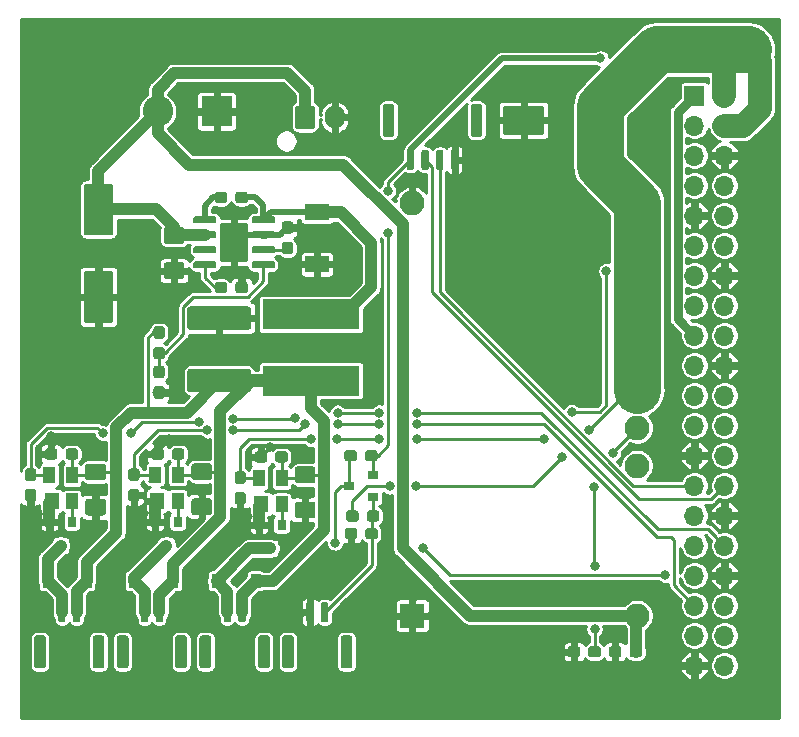
<source format=gbr>
G04 #@! TF.GenerationSoftware,KiCad,Pcbnew,5.1.5-52549c5~84~ubuntu18.04.1*
G04 #@! TF.CreationDate,2020-01-27T13:55:18+13:00*
G04 #@! TF.ProjectId,MOSSbp_Jetson_Nano_Board,4d4f5353-6270-45f4-9a65-74736f6e5f4e,V0.1*
G04 #@! TF.SameCoordinates,Original*
G04 #@! TF.FileFunction,Copper,L1,Top*
G04 #@! TF.FilePolarity,Positive*
%FSLAX46Y46*%
G04 Gerber Fmt 4.6, Leading zero omitted, Abs format (unit mm)*
G04 Created by KiCad (PCBNEW 5.1.5-52549c5~84~ubuntu18.04.1) date 2020-01-27 13:55:18*
%MOMM*%
%LPD*%
G04 APERTURE LIST*
%ADD10O,2.100000X2.100000*%
%ADD11R,2.100000X2.100000*%
%ADD12R,0.900000X1.200000*%
%ADD13R,8.200000X2.600000*%
%ADD14R,1.000000X1.400000*%
%ADD15R,1.200000X1.400000*%
%ADD16C,0.100000*%
%ADD17R,0.800000X0.900000*%
%ADD18R,0.900000X0.800000*%
%ADD19O,1.700000X1.700000*%
%ADD20R,1.700000X1.700000*%
%ADD21O,1.700000X2.000000*%
%ADD22C,2.600000*%
%ADD23R,2.600000X2.600000*%
%ADD24R,2.100000X1.400000*%
%ADD25C,0.800000*%
%ADD26C,0.250000*%
%ADD27C,0.500000*%
%ADD28C,1.000000*%
%ADD29C,4.000000*%
%ADD30C,2.000000*%
%ADD31C,0.750000*%
G04 APERTURE END LIST*
D10*
X148560000Y-75980000D03*
X167620000Y-76000000D03*
X167630000Y-91880000D03*
X167620000Y-95060000D03*
X167620000Y-98240000D03*
X167620000Y-110940000D03*
D11*
X148570000Y-110940000D03*
D12*
X125000000Y-108000000D03*
X128300000Y-108000000D03*
X132000000Y-108000000D03*
X135300000Y-108000000D03*
X117700000Y-108000000D03*
X121000000Y-108000000D03*
D13*
X140000000Y-91040000D03*
X140000000Y-85440000D03*
D14*
X126800000Y-99000000D03*
X128700000Y-99000000D03*
X128700000Y-101200000D03*
D15*
X126980000Y-101200000D03*
G04 #@! TA.AperFunction,SMDPad,CuDef*
D16*
G36*
X136794703Y-77135722D02*
G01*
X136809264Y-77137882D01*
X136823543Y-77141459D01*
X136837403Y-77146418D01*
X136850710Y-77152712D01*
X136863336Y-77160280D01*
X136875159Y-77169048D01*
X136886066Y-77178934D01*
X136895952Y-77189841D01*
X136904720Y-77201664D01*
X136912288Y-77214290D01*
X136918582Y-77227597D01*
X136923541Y-77241457D01*
X136927118Y-77255736D01*
X136929278Y-77270297D01*
X136930000Y-77285000D01*
X136930000Y-77585000D01*
X136929278Y-77599703D01*
X136927118Y-77614264D01*
X136923541Y-77628543D01*
X136918582Y-77642403D01*
X136912288Y-77655710D01*
X136904720Y-77668336D01*
X136895952Y-77680159D01*
X136886066Y-77691066D01*
X136875159Y-77700952D01*
X136863336Y-77709720D01*
X136850710Y-77717288D01*
X136837403Y-77723582D01*
X136823543Y-77728541D01*
X136809264Y-77732118D01*
X136794703Y-77734278D01*
X136780000Y-77735000D01*
X135130000Y-77735000D01*
X135115297Y-77734278D01*
X135100736Y-77732118D01*
X135086457Y-77728541D01*
X135072597Y-77723582D01*
X135059290Y-77717288D01*
X135046664Y-77709720D01*
X135034841Y-77700952D01*
X135023934Y-77691066D01*
X135014048Y-77680159D01*
X135005280Y-77668336D01*
X134997712Y-77655710D01*
X134991418Y-77642403D01*
X134986459Y-77628543D01*
X134982882Y-77614264D01*
X134980722Y-77599703D01*
X134980000Y-77585000D01*
X134980000Y-77285000D01*
X134980722Y-77270297D01*
X134982882Y-77255736D01*
X134986459Y-77241457D01*
X134991418Y-77227597D01*
X134997712Y-77214290D01*
X135005280Y-77201664D01*
X135014048Y-77189841D01*
X135023934Y-77178934D01*
X135034841Y-77169048D01*
X135046664Y-77160280D01*
X135059290Y-77152712D01*
X135072597Y-77146418D01*
X135086457Y-77141459D01*
X135100736Y-77137882D01*
X135115297Y-77135722D01*
X135130000Y-77135000D01*
X136780000Y-77135000D01*
X136794703Y-77135722D01*
G37*
G04 #@! TD.AperFunction*
G04 #@! TA.AperFunction,SMDPad,CuDef*
G36*
X136794703Y-78405722D02*
G01*
X136809264Y-78407882D01*
X136823543Y-78411459D01*
X136837403Y-78416418D01*
X136850710Y-78422712D01*
X136863336Y-78430280D01*
X136875159Y-78439048D01*
X136886066Y-78448934D01*
X136895952Y-78459841D01*
X136904720Y-78471664D01*
X136912288Y-78484290D01*
X136918582Y-78497597D01*
X136923541Y-78511457D01*
X136927118Y-78525736D01*
X136929278Y-78540297D01*
X136930000Y-78555000D01*
X136930000Y-78855000D01*
X136929278Y-78869703D01*
X136927118Y-78884264D01*
X136923541Y-78898543D01*
X136918582Y-78912403D01*
X136912288Y-78925710D01*
X136904720Y-78938336D01*
X136895952Y-78950159D01*
X136886066Y-78961066D01*
X136875159Y-78970952D01*
X136863336Y-78979720D01*
X136850710Y-78987288D01*
X136837403Y-78993582D01*
X136823543Y-78998541D01*
X136809264Y-79002118D01*
X136794703Y-79004278D01*
X136780000Y-79005000D01*
X135130000Y-79005000D01*
X135115297Y-79004278D01*
X135100736Y-79002118D01*
X135086457Y-78998541D01*
X135072597Y-78993582D01*
X135059290Y-78987288D01*
X135046664Y-78979720D01*
X135034841Y-78970952D01*
X135023934Y-78961066D01*
X135014048Y-78950159D01*
X135005280Y-78938336D01*
X134997712Y-78925710D01*
X134991418Y-78912403D01*
X134986459Y-78898543D01*
X134982882Y-78884264D01*
X134980722Y-78869703D01*
X134980000Y-78855000D01*
X134980000Y-78555000D01*
X134980722Y-78540297D01*
X134982882Y-78525736D01*
X134986459Y-78511457D01*
X134991418Y-78497597D01*
X134997712Y-78484290D01*
X135005280Y-78471664D01*
X135014048Y-78459841D01*
X135023934Y-78448934D01*
X135034841Y-78439048D01*
X135046664Y-78430280D01*
X135059290Y-78422712D01*
X135072597Y-78416418D01*
X135086457Y-78411459D01*
X135100736Y-78407882D01*
X135115297Y-78405722D01*
X135130000Y-78405000D01*
X136780000Y-78405000D01*
X136794703Y-78405722D01*
G37*
G04 #@! TD.AperFunction*
G04 #@! TA.AperFunction,SMDPad,CuDef*
G36*
X136794703Y-79675722D02*
G01*
X136809264Y-79677882D01*
X136823543Y-79681459D01*
X136837403Y-79686418D01*
X136850710Y-79692712D01*
X136863336Y-79700280D01*
X136875159Y-79709048D01*
X136886066Y-79718934D01*
X136895952Y-79729841D01*
X136904720Y-79741664D01*
X136912288Y-79754290D01*
X136918582Y-79767597D01*
X136923541Y-79781457D01*
X136927118Y-79795736D01*
X136929278Y-79810297D01*
X136930000Y-79825000D01*
X136930000Y-80125000D01*
X136929278Y-80139703D01*
X136927118Y-80154264D01*
X136923541Y-80168543D01*
X136918582Y-80182403D01*
X136912288Y-80195710D01*
X136904720Y-80208336D01*
X136895952Y-80220159D01*
X136886066Y-80231066D01*
X136875159Y-80240952D01*
X136863336Y-80249720D01*
X136850710Y-80257288D01*
X136837403Y-80263582D01*
X136823543Y-80268541D01*
X136809264Y-80272118D01*
X136794703Y-80274278D01*
X136780000Y-80275000D01*
X135130000Y-80275000D01*
X135115297Y-80274278D01*
X135100736Y-80272118D01*
X135086457Y-80268541D01*
X135072597Y-80263582D01*
X135059290Y-80257288D01*
X135046664Y-80249720D01*
X135034841Y-80240952D01*
X135023934Y-80231066D01*
X135014048Y-80220159D01*
X135005280Y-80208336D01*
X134997712Y-80195710D01*
X134991418Y-80182403D01*
X134986459Y-80168543D01*
X134982882Y-80154264D01*
X134980722Y-80139703D01*
X134980000Y-80125000D01*
X134980000Y-79825000D01*
X134980722Y-79810297D01*
X134982882Y-79795736D01*
X134986459Y-79781457D01*
X134991418Y-79767597D01*
X134997712Y-79754290D01*
X135005280Y-79741664D01*
X135014048Y-79729841D01*
X135023934Y-79718934D01*
X135034841Y-79709048D01*
X135046664Y-79700280D01*
X135059290Y-79692712D01*
X135072597Y-79686418D01*
X135086457Y-79681459D01*
X135100736Y-79677882D01*
X135115297Y-79675722D01*
X135130000Y-79675000D01*
X136780000Y-79675000D01*
X136794703Y-79675722D01*
G37*
G04 #@! TD.AperFunction*
G04 #@! TA.AperFunction,SMDPad,CuDef*
G36*
X136794703Y-80945722D02*
G01*
X136809264Y-80947882D01*
X136823543Y-80951459D01*
X136837403Y-80956418D01*
X136850710Y-80962712D01*
X136863336Y-80970280D01*
X136875159Y-80979048D01*
X136886066Y-80988934D01*
X136895952Y-80999841D01*
X136904720Y-81011664D01*
X136912288Y-81024290D01*
X136918582Y-81037597D01*
X136923541Y-81051457D01*
X136927118Y-81065736D01*
X136929278Y-81080297D01*
X136930000Y-81095000D01*
X136930000Y-81395000D01*
X136929278Y-81409703D01*
X136927118Y-81424264D01*
X136923541Y-81438543D01*
X136918582Y-81452403D01*
X136912288Y-81465710D01*
X136904720Y-81478336D01*
X136895952Y-81490159D01*
X136886066Y-81501066D01*
X136875159Y-81510952D01*
X136863336Y-81519720D01*
X136850710Y-81527288D01*
X136837403Y-81533582D01*
X136823543Y-81538541D01*
X136809264Y-81542118D01*
X136794703Y-81544278D01*
X136780000Y-81545000D01*
X135130000Y-81545000D01*
X135115297Y-81544278D01*
X135100736Y-81542118D01*
X135086457Y-81538541D01*
X135072597Y-81533582D01*
X135059290Y-81527288D01*
X135046664Y-81519720D01*
X135034841Y-81510952D01*
X135023934Y-81501066D01*
X135014048Y-81490159D01*
X135005280Y-81478336D01*
X134997712Y-81465710D01*
X134991418Y-81452403D01*
X134986459Y-81438543D01*
X134982882Y-81424264D01*
X134980722Y-81409703D01*
X134980000Y-81395000D01*
X134980000Y-81095000D01*
X134980722Y-81080297D01*
X134982882Y-81065736D01*
X134986459Y-81051457D01*
X134991418Y-81037597D01*
X134997712Y-81024290D01*
X135005280Y-81011664D01*
X135014048Y-80999841D01*
X135023934Y-80988934D01*
X135034841Y-80979048D01*
X135046664Y-80970280D01*
X135059290Y-80962712D01*
X135072597Y-80956418D01*
X135086457Y-80951459D01*
X135100736Y-80947882D01*
X135115297Y-80945722D01*
X135130000Y-80945000D01*
X136780000Y-80945000D01*
X136794703Y-80945722D01*
G37*
G04 #@! TD.AperFunction*
G04 #@! TA.AperFunction,SMDPad,CuDef*
G36*
X131844703Y-80945722D02*
G01*
X131859264Y-80947882D01*
X131873543Y-80951459D01*
X131887403Y-80956418D01*
X131900710Y-80962712D01*
X131913336Y-80970280D01*
X131925159Y-80979048D01*
X131936066Y-80988934D01*
X131945952Y-80999841D01*
X131954720Y-81011664D01*
X131962288Y-81024290D01*
X131968582Y-81037597D01*
X131973541Y-81051457D01*
X131977118Y-81065736D01*
X131979278Y-81080297D01*
X131980000Y-81095000D01*
X131980000Y-81395000D01*
X131979278Y-81409703D01*
X131977118Y-81424264D01*
X131973541Y-81438543D01*
X131968582Y-81452403D01*
X131962288Y-81465710D01*
X131954720Y-81478336D01*
X131945952Y-81490159D01*
X131936066Y-81501066D01*
X131925159Y-81510952D01*
X131913336Y-81519720D01*
X131900710Y-81527288D01*
X131887403Y-81533582D01*
X131873543Y-81538541D01*
X131859264Y-81542118D01*
X131844703Y-81544278D01*
X131830000Y-81545000D01*
X130180000Y-81545000D01*
X130165297Y-81544278D01*
X130150736Y-81542118D01*
X130136457Y-81538541D01*
X130122597Y-81533582D01*
X130109290Y-81527288D01*
X130096664Y-81519720D01*
X130084841Y-81510952D01*
X130073934Y-81501066D01*
X130064048Y-81490159D01*
X130055280Y-81478336D01*
X130047712Y-81465710D01*
X130041418Y-81452403D01*
X130036459Y-81438543D01*
X130032882Y-81424264D01*
X130030722Y-81409703D01*
X130030000Y-81395000D01*
X130030000Y-81095000D01*
X130030722Y-81080297D01*
X130032882Y-81065736D01*
X130036459Y-81051457D01*
X130041418Y-81037597D01*
X130047712Y-81024290D01*
X130055280Y-81011664D01*
X130064048Y-80999841D01*
X130073934Y-80988934D01*
X130084841Y-80979048D01*
X130096664Y-80970280D01*
X130109290Y-80962712D01*
X130122597Y-80956418D01*
X130136457Y-80951459D01*
X130150736Y-80947882D01*
X130165297Y-80945722D01*
X130180000Y-80945000D01*
X131830000Y-80945000D01*
X131844703Y-80945722D01*
G37*
G04 #@! TD.AperFunction*
G04 #@! TA.AperFunction,SMDPad,CuDef*
G36*
X131844703Y-79675722D02*
G01*
X131859264Y-79677882D01*
X131873543Y-79681459D01*
X131887403Y-79686418D01*
X131900710Y-79692712D01*
X131913336Y-79700280D01*
X131925159Y-79709048D01*
X131936066Y-79718934D01*
X131945952Y-79729841D01*
X131954720Y-79741664D01*
X131962288Y-79754290D01*
X131968582Y-79767597D01*
X131973541Y-79781457D01*
X131977118Y-79795736D01*
X131979278Y-79810297D01*
X131980000Y-79825000D01*
X131980000Y-80125000D01*
X131979278Y-80139703D01*
X131977118Y-80154264D01*
X131973541Y-80168543D01*
X131968582Y-80182403D01*
X131962288Y-80195710D01*
X131954720Y-80208336D01*
X131945952Y-80220159D01*
X131936066Y-80231066D01*
X131925159Y-80240952D01*
X131913336Y-80249720D01*
X131900710Y-80257288D01*
X131887403Y-80263582D01*
X131873543Y-80268541D01*
X131859264Y-80272118D01*
X131844703Y-80274278D01*
X131830000Y-80275000D01*
X130180000Y-80275000D01*
X130165297Y-80274278D01*
X130150736Y-80272118D01*
X130136457Y-80268541D01*
X130122597Y-80263582D01*
X130109290Y-80257288D01*
X130096664Y-80249720D01*
X130084841Y-80240952D01*
X130073934Y-80231066D01*
X130064048Y-80220159D01*
X130055280Y-80208336D01*
X130047712Y-80195710D01*
X130041418Y-80182403D01*
X130036459Y-80168543D01*
X130032882Y-80154264D01*
X130030722Y-80139703D01*
X130030000Y-80125000D01*
X130030000Y-79825000D01*
X130030722Y-79810297D01*
X130032882Y-79795736D01*
X130036459Y-79781457D01*
X130041418Y-79767597D01*
X130047712Y-79754290D01*
X130055280Y-79741664D01*
X130064048Y-79729841D01*
X130073934Y-79718934D01*
X130084841Y-79709048D01*
X130096664Y-79700280D01*
X130109290Y-79692712D01*
X130122597Y-79686418D01*
X130136457Y-79681459D01*
X130150736Y-79677882D01*
X130165297Y-79675722D01*
X130180000Y-79675000D01*
X131830000Y-79675000D01*
X131844703Y-79675722D01*
G37*
G04 #@! TD.AperFunction*
G04 #@! TA.AperFunction,SMDPad,CuDef*
G36*
X131844703Y-78405722D02*
G01*
X131859264Y-78407882D01*
X131873543Y-78411459D01*
X131887403Y-78416418D01*
X131900710Y-78422712D01*
X131913336Y-78430280D01*
X131925159Y-78439048D01*
X131936066Y-78448934D01*
X131945952Y-78459841D01*
X131954720Y-78471664D01*
X131962288Y-78484290D01*
X131968582Y-78497597D01*
X131973541Y-78511457D01*
X131977118Y-78525736D01*
X131979278Y-78540297D01*
X131980000Y-78555000D01*
X131980000Y-78855000D01*
X131979278Y-78869703D01*
X131977118Y-78884264D01*
X131973541Y-78898543D01*
X131968582Y-78912403D01*
X131962288Y-78925710D01*
X131954720Y-78938336D01*
X131945952Y-78950159D01*
X131936066Y-78961066D01*
X131925159Y-78970952D01*
X131913336Y-78979720D01*
X131900710Y-78987288D01*
X131887403Y-78993582D01*
X131873543Y-78998541D01*
X131859264Y-79002118D01*
X131844703Y-79004278D01*
X131830000Y-79005000D01*
X130180000Y-79005000D01*
X130165297Y-79004278D01*
X130150736Y-79002118D01*
X130136457Y-78998541D01*
X130122597Y-78993582D01*
X130109290Y-78987288D01*
X130096664Y-78979720D01*
X130084841Y-78970952D01*
X130073934Y-78961066D01*
X130064048Y-78950159D01*
X130055280Y-78938336D01*
X130047712Y-78925710D01*
X130041418Y-78912403D01*
X130036459Y-78898543D01*
X130032882Y-78884264D01*
X130030722Y-78869703D01*
X130030000Y-78855000D01*
X130030000Y-78555000D01*
X130030722Y-78540297D01*
X130032882Y-78525736D01*
X130036459Y-78511457D01*
X130041418Y-78497597D01*
X130047712Y-78484290D01*
X130055280Y-78471664D01*
X130064048Y-78459841D01*
X130073934Y-78448934D01*
X130084841Y-78439048D01*
X130096664Y-78430280D01*
X130109290Y-78422712D01*
X130122597Y-78416418D01*
X130136457Y-78411459D01*
X130150736Y-78407882D01*
X130165297Y-78405722D01*
X130180000Y-78405000D01*
X131830000Y-78405000D01*
X131844703Y-78405722D01*
G37*
G04 #@! TD.AperFunction*
G04 #@! TA.AperFunction,SMDPad,CuDef*
G36*
X131844703Y-77135722D02*
G01*
X131859264Y-77137882D01*
X131873543Y-77141459D01*
X131887403Y-77146418D01*
X131900710Y-77152712D01*
X131913336Y-77160280D01*
X131925159Y-77169048D01*
X131936066Y-77178934D01*
X131945952Y-77189841D01*
X131954720Y-77201664D01*
X131962288Y-77214290D01*
X131968582Y-77227597D01*
X131973541Y-77241457D01*
X131977118Y-77255736D01*
X131979278Y-77270297D01*
X131980000Y-77285000D01*
X131980000Y-77585000D01*
X131979278Y-77599703D01*
X131977118Y-77614264D01*
X131973541Y-77628543D01*
X131968582Y-77642403D01*
X131962288Y-77655710D01*
X131954720Y-77668336D01*
X131945952Y-77680159D01*
X131936066Y-77691066D01*
X131925159Y-77700952D01*
X131913336Y-77709720D01*
X131900710Y-77717288D01*
X131887403Y-77723582D01*
X131873543Y-77728541D01*
X131859264Y-77732118D01*
X131844703Y-77734278D01*
X131830000Y-77735000D01*
X130180000Y-77735000D01*
X130165297Y-77734278D01*
X130150736Y-77732118D01*
X130136457Y-77728541D01*
X130122597Y-77723582D01*
X130109290Y-77717288D01*
X130096664Y-77709720D01*
X130084841Y-77700952D01*
X130073934Y-77691066D01*
X130064048Y-77680159D01*
X130055280Y-77668336D01*
X130047712Y-77655710D01*
X130041418Y-77642403D01*
X130036459Y-77628543D01*
X130032882Y-77614264D01*
X130030722Y-77599703D01*
X130030000Y-77585000D01*
X130030000Y-77285000D01*
X130030722Y-77270297D01*
X130032882Y-77255736D01*
X130036459Y-77241457D01*
X130041418Y-77227597D01*
X130047712Y-77214290D01*
X130055280Y-77201664D01*
X130064048Y-77189841D01*
X130073934Y-77178934D01*
X130084841Y-77169048D01*
X130096664Y-77160280D01*
X130109290Y-77152712D01*
X130122597Y-77146418D01*
X130136457Y-77141459D01*
X130150736Y-77137882D01*
X130165297Y-77135722D01*
X130180000Y-77135000D01*
X131830000Y-77135000D01*
X131844703Y-77135722D01*
G37*
G04 #@! TD.AperFunction*
G04 #@! TA.AperFunction,SMDPad,CuDef*
G36*
X134459506Y-77691204D02*
G01*
X134483774Y-77694804D01*
X134507573Y-77700765D01*
X134530672Y-77709030D01*
X134552850Y-77719519D01*
X134573893Y-77732132D01*
X134593599Y-77746747D01*
X134611777Y-77763223D01*
X134628253Y-77781401D01*
X134642868Y-77801107D01*
X134655481Y-77822150D01*
X134665970Y-77844328D01*
X134674235Y-77867427D01*
X134680196Y-77891226D01*
X134683796Y-77915494D01*
X134685000Y-77939998D01*
X134685000Y-80740002D01*
X134683796Y-80764506D01*
X134680196Y-80788774D01*
X134674235Y-80812573D01*
X134665970Y-80835672D01*
X134655481Y-80857850D01*
X134642868Y-80878893D01*
X134628253Y-80898599D01*
X134611777Y-80916777D01*
X134593599Y-80933253D01*
X134573893Y-80947868D01*
X134552850Y-80960481D01*
X134530672Y-80970970D01*
X134507573Y-80979235D01*
X134483774Y-80985196D01*
X134459506Y-80988796D01*
X134435002Y-80990000D01*
X132524998Y-80990000D01*
X132500494Y-80988796D01*
X132476226Y-80985196D01*
X132452427Y-80979235D01*
X132429328Y-80970970D01*
X132407150Y-80960481D01*
X132386107Y-80947868D01*
X132366401Y-80933253D01*
X132348223Y-80916777D01*
X132331747Y-80898599D01*
X132317132Y-80878893D01*
X132304519Y-80857850D01*
X132294030Y-80835672D01*
X132285765Y-80812573D01*
X132279804Y-80788774D01*
X132276204Y-80764506D01*
X132275000Y-80740002D01*
X132275000Y-77939998D01*
X132276204Y-77915494D01*
X132279804Y-77891226D01*
X132285765Y-77867427D01*
X132294030Y-77844328D01*
X132304519Y-77822150D01*
X132317132Y-77801107D01*
X132331747Y-77781401D01*
X132348223Y-77763223D01*
X132366401Y-77746747D01*
X132386107Y-77732132D01*
X132407150Y-77719519D01*
X132429328Y-77709030D01*
X132452427Y-77700765D01*
X132476226Y-77694804D01*
X132500494Y-77691204D01*
X132524998Y-77690000D01*
X134435002Y-77690000D01*
X134459506Y-77691204D01*
G37*
G04 #@! TD.AperFunction*
D14*
X135600000Y-99300000D03*
X137500000Y-99300000D03*
X137500000Y-101500000D03*
D15*
X135780000Y-101500000D03*
D14*
X117850000Y-99050000D03*
X119750000Y-99050000D03*
X119750000Y-101250000D03*
D15*
X118030000Y-101250000D03*
G04 #@! TA.AperFunction,SMDPad,CuDef*
D16*
G36*
X143685779Y-103526144D02*
G01*
X143708834Y-103529563D01*
X143731443Y-103535227D01*
X143753387Y-103543079D01*
X143774457Y-103553044D01*
X143794448Y-103565026D01*
X143813168Y-103578910D01*
X143830438Y-103594562D01*
X143846090Y-103611832D01*
X143859974Y-103630552D01*
X143871956Y-103650543D01*
X143881921Y-103671613D01*
X143889773Y-103693557D01*
X143895437Y-103716166D01*
X143898856Y-103739221D01*
X143900000Y-103762500D01*
X143900000Y-104237500D01*
X143898856Y-104260779D01*
X143895437Y-104283834D01*
X143889773Y-104306443D01*
X143881921Y-104328387D01*
X143871956Y-104349457D01*
X143859974Y-104369448D01*
X143846090Y-104388168D01*
X143830438Y-104405438D01*
X143813168Y-104421090D01*
X143794448Y-104434974D01*
X143774457Y-104446956D01*
X143753387Y-104456921D01*
X143731443Y-104464773D01*
X143708834Y-104470437D01*
X143685779Y-104473856D01*
X143662500Y-104475000D01*
X143087500Y-104475000D01*
X143064221Y-104473856D01*
X143041166Y-104470437D01*
X143018557Y-104464773D01*
X142996613Y-104456921D01*
X142975543Y-104446956D01*
X142955552Y-104434974D01*
X142936832Y-104421090D01*
X142919562Y-104405438D01*
X142903910Y-104388168D01*
X142890026Y-104369448D01*
X142878044Y-104349457D01*
X142868079Y-104328387D01*
X142860227Y-104306443D01*
X142854563Y-104283834D01*
X142851144Y-104260779D01*
X142850000Y-104237500D01*
X142850000Y-103762500D01*
X142851144Y-103739221D01*
X142854563Y-103716166D01*
X142860227Y-103693557D01*
X142868079Y-103671613D01*
X142878044Y-103650543D01*
X142890026Y-103630552D01*
X142903910Y-103611832D01*
X142919562Y-103594562D01*
X142936832Y-103578910D01*
X142955552Y-103565026D01*
X142975543Y-103553044D01*
X142996613Y-103543079D01*
X143018557Y-103535227D01*
X143041166Y-103529563D01*
X143064221Y-103526144D01*
X143087500Y-103525000D01*
X143662500Y-103525000D01*
X143685779Y-103526144D01*
G37*
G04 #@! TD.AperFunction*
G04 #@! TA.AperFunction,SMDPad,CuDef*
G36*
X145435779Y-103526144D02*
G01*
X145458834Y-103529563D01*
X145481443Y-103535227D01*
X145503387Y-103543079D01*
X145524457Y-103553044D01*
X145544448Y-103565026D01*
X145563168Y-103578910D01*
X145580438Y-103594562D01*
X145596090Y-103611832D01*
X145609974Y-103630552D01*
X145621956Y-103650543D01*
X145631921Y-103671613D01*
X145639773Y-103693557D01*
X145645437Y-103716166D01*
X145648856Y-103739221D01*
X145650000Y-103762500D01*
X145650000Y-104237500D01*
X145648856Y-104260779D01*
X145645437Y-104283834D01*
X145639773Y-104306443D01*
X145631921Y-104328387D01*
X145621956Y-104349457D01*
X145609974Y-104369448D01*
X145596090Y-104388168D01*
X145580438Y-104405438D01*
X145563168Y-104421090D01*
X145544448Y-104434974D01*
X145524457Y-104446956D01*
X145503387Y-104456921D01*
X145481443Y-104464773D01*
X145458834Y-104470437D01*
X145435779Y-104473856D01*
X145412500Y-104475000D01*
X144837500Y-104475000D01*
X144814221Y-104473856D01*
X144791166Y-104470437D01*
X144768557Y-104464773D01*
X144746613Y-104456921D01*
X144725543Y-104446956D01*
X144705552Y-104434974D01*
X144686832Y-104421090D01*
X144669562Y-104405438D01*
X144653910Y-104388168D01*
X144640026Y-104369448D01*
X144628044Y-104349457D01*
X144618079Y-104328387D01*
X144610227Y-104306443D01*
X144604563Y-104283834D01*
X144601144Y-104260779D01*
X144600000Y-104237500D01*
X144600000Y-103762500D01*
X144601144Y-103739221D01*
X144604563Y-103716166D01*
X144610227Y-103693557D01*
X144618079Y-103671613D01*
X144628044Y-103650543D01*
X144640026Y-103630552D01*
X144653910Y-103611832D01*
X144669562Y-103594562D01*
X144686832Y-103578910D01*
X144705552Y-103565026D01*
X144725543Y-103553044D01*
X144746613Y-103543079D01*
X144768557Y-103535227D01*
X144791166Y-103529563D01*
X144814221Y-103526144D01*
X144837500Y-103525000D01*
X145412500Y-103525000D01*
X145435779Y-103526144D01*
G37*
G04 #@! TD.AperFunction*
G04 #@! TA.AperFunction,SMDPad,CuDef*
G36*
X164310779Y-113526144D02*
G01*
X164333834Y-113529563D01*
X164356443Y-113535227D01*
X164378387Y-113543079D01*
X164399457Y-113553044D01*
X164419448Y-113565026D01*
X164438168Y-113578910D01*
X164455438Y-113594562D01*
X164471090Y-113611832D01*
X164484974Y-113630552D01*
X164496956Y-113650543D01*
X164506921Y-113671613D01*
X164514773Y-113693557D01*
X164520437Y-113716166D01*
X164523856Y-113739221D01*
X164525000Y-113762500D01*
X164525000Y-114237500D01*
X164523856Y-114260779D01*
X164520437Y-114283834D01*
X164514773Y-114306443D01*
X164506921Y-114328387D01*
X164496956Y-114349457D01*
X164484974Y-114369448D01*
X164471090Y-114388168D01*
X164455438Y-114405438D01*
X164438168Y-114421090D01*
X164419448Y-114434974D01*
X164399457Y-114446956D01*
X164378387Y-114456921D01*
X164356443Y-114464773D01*
X164333834Y-114470437D01*
X164310779Y-114473856D01*
X164287500Y-114475000D01*
X163712500Y-114475000D01*
X163689221Y-114473856D01*
X163666166Y-114470437D01*
X163643557Y-114464773D01*
X163621613Y-114456921D01*
X163600543Y-114446956D01*
X163580552Y-114434974D01*
X163561832Y-114421090D01*
X163544562Y-114405438D01*
X163528910Y-114388168D01*
X163515026Y-114369448D01*
X163503044Y-114349457D01*
X163493079Y-114328387D01*
X163485227Y-114306443D01*
X163479563Y-114283834D01*
X163476144Y-114260779D01*
X163475000Y-114237500D01*
X163475000Y-113762500D01*
X163476144Y-113739221D01*
X163479563Y-113716166D01*
X163485227Y-113693557D01*
X163493079Y-113671613D01*
X163503044Y-113650543D01*
X163515026Y-113630552D01*
X163528910Y-113611832D01*
X163544562Y-113594562D01*
X163561832Y-113578910D01*
X163580552Y-113565026D01*
X163600543Y-113553044D01*
X163621613Y-113543079D01*
X163643557Y-113535227D01*
X163666166Y-113529563D01*
X163689221Y-113526144D01*
X163712500Y-113525000D01*
X164287500Y-113525000D01*
X164310779Y-113526144D01*
G37*
G04 #@! TD.AperFunction*
G04 #@! TA.AperFunction,SMDPad,CuDef*
G36*
X162560779Y-113526144D02*
G01*
X162583834Y-113529563D01*
X162606443Y-113535227D01*
X162628387Y-113543079D01*
X162649457Y-113553044D01*
X162669448Y-113565026D01*
X162688168Y-113578910D01*
X162705438Y-113594562D01*
X162721090Y-113611832D01*
X162734974Y-113630552D01*
X162746956Y-113650543D01*
X162756921Y-113671613D01*
X162764773Y-113693557D01*
X162770437Y-113716166D01*
X162773856Y-113739221D01*
X162775000Y-113762500D01*
X162775000Y-114237500D01*
X162773856Y-114260779D01*
X162770437Y-114283834D01*
X162764773Y-114306443D01*
X162756921Y-114328387D01*
X162746956Y-114349457D01*
X162734974Y-114369448D01*
X162721090Y-114388168D01*
X162705438Y-114405438D01*
X162688168Y-114421090D01*
X162669448Y-114434974D01*
X162649457Y-114446956D01*
X162628387Y-114456921D01*
X162606443Y-114464773D01*
X162583834Y-114470437D01*
X162560779Y-114473856D01*
X162537500Y-114475000D01*
X161962500Y-114475000D01*
X161939221Y-114473856D01*
X161916166Y-114470437D01*
X161893557Y-114464773D01*
X161871613Y-114456921D01*
X161850543Y-114446956D01*
X161830552Y-114434974D01*
X161811832Y-114421090D01*
X161794562Y-114405438D01*
X161778910Y-114388168D01*
X161765026Y-114369448D01*
X161753044Y-114349457D01*
X161743079Y-114328387D01*
X161735227Y-114306443D01*
X161729563Y-114283834D01*
X161726144Y-114260779D01*
X161725000Y-114237500D01*
X161725000Y-113762500D01*
X161726144Y-113739221D01*
X161729563Y-113716166D01*
X161735227Y-113693557D01*
X161743079Y-113671613D01*
X161753044Y-113650543D01*
X161765026Y-113630552D01*
X161778910Y-113611832D01*
X161794562Y-113594562D01*
X161811832Y-113578910D01*
X161830552Y-113565026D01*
X161850543Y-113553044D01*
X161871613Y-113543079D01*
X161893557Y-113535227D01*
X161916166Y-113529563D01*
X161939221Y-113526144D01*
X161962500Y-113525000D01*
X162537500Y-113525000D01*
X162560779Y-113526144D01*
G37*
G04 #@! TD.AperFunction*
G04 #@! TA.AperFunction,SMDPad,CuDef*
G36*
X125260779Y-100226144D02*
G01*
X125283834Y-100229563D01*
X125306443Y-100235227D01*
X125328387Y-100243079D01*
X125349457Y-100253044D01*
X125369448Y-100265026D01*
X125388168Y-100278910D01*
X125405438Y-100294562D01*
X125421090Y-100311832D01*
X125434974Y-100330552D01*
X125446956Y-100350543D01*
X125456921Y-100371613D01*
X125464773Y-100393557D01*
X125470437Y-100416166D01*
X125473856Y-100439221D01*
X125475000Y-100462500D01*
X125475000Y-101037500D01*
X125473856Y-101060779D01*
X125470437Y-101083834D01*
X125464773Y-101106443D01*
X125456921Y-101128387D01*
X125446956Y-101149457D01*
X125434974Y-101169448D01*
X125421090Y-101188168D01*
X125405438Y-101205438D01*
X125388168Y-101221090D01*
X125369448Y-101234974D01*
X125349457Y-101246956D01*
X125328387Y-101256921D01*
X125306443Y-101264773D01*
X125283834Y-101270437D01*
X125260779Y-101273856D01*
X125237500Y-101275000D01*
X124762500Y-101275000D01*
X124739221Y-101273856D01*
X124716166Y-101270437D01*
X124693557Y-101264773D01*
X124671613Y-101256921D01*
X124650543Y-101246956D01*
X124630552Y-101234974D01*
X124611832Y-101221090D01*
X124594562Y-101205438D01*
X124578910Y-101188168D01*
X124565026Y-101169448D01*
X124553044Y-101149457D01*
X124543079Y-101128387D01*
X124535227Y-101106443D01*
X124529563Y-101083834D01*
X124526144Y-101060779D01*
X124525000Y-101037500D01*
X124525000Y-100462500D01*
X124526144Y-100439221D01*
X124529563Y-100416166D01*
X124535227Y-100393557D01*
X124543079Y-100371613D01*
X124553044Y-100350543D01*
X124565026Y-100330552D01*
X124578910Y-100311832D01*
X124594562Y-100294562D01*
X124611832Y-100278910D01*
X124630552Y-100265026D01*
X124650543Y-100253044D01*
X124671613Y-100243079D01*
X124693557Y-100235227D01*
X124716166Y-100229563D01*
X124739221Y-100226144D01*
X124762500Y-100225000D01*
X125237500Y-100225000D01*
X125260779Y-100226144D01*
G37*
G04 #@! TD.AperFunction*
G04 #@! TA.AperFunction,SMDPad,CuDef*
G36*
X125260779Y-98476144D02*
G01*
X125283834Y-98479563D01*
X125306443Y-98485227D01*
X125328387Y-98493079D01*
X125349457Y-98503044D01*
X125369448Y-98515026D01*
X125388168Y-98528910D01*
X125405438Y-98544562D01*
X125421090Y-98561832D01*
X125434974Y-98580552D01*
X125446956Y-98600543D01*
X125456921Y-98621613D01*
X125464773Y-98643557D01*
X125470437Y-98666166D01*
X125473856Y-98689221D01*
X125475000Y-98712500D01*
X125475000Y-99287500D01*
X125473856Y-99310779D01*
X125470437Y-99333834D01*
X125464773Y-99356443D01*
X125456921Y-99378387D01*
X125446956Y-99399457D01*
X125434974Y-99419448D01*
X125421090Y-99438168D01*
X125405438Y-99455438D01*
X125388168Y-99471090D01*
X125369448Y-99484974D01*
X125349457Y-99496956D01*
X125328387Y-99506921D01*
X125306443Y-99514773D01*
X125283834Y-99520437D01*
X125260779Y-99523856D01*
X125237500Y-99525000D01*
X124762500Y-99525000D01*
X124739221Y-99523856D01*
X124716166Y-99520437D01*
X124693557Y-99514773D01*
X124671613Y-99506921D01*
X124650543Y-99496956D01*
X124630552Y-99484974D01*
X124611832Y-99471090D01*
X124594562Y-99455438D01*
X124578910Y-99438168D01*
X124565026Y-99419448D01*
X124553044Y-99399457D01*
X124543079Y-99378387D01*
X124535227Y-99356443D01*
X124529563Y-99333834D01*
X124526144Y-99310779D01*
X124525000Y-99287500D01*
X124525000Y-98712500D01*
X124526144Y-98689221D01*
X124529563Y-98666166D01*
X124535227Y-98643557D01*
X124543079Y-98621613D01*
X124553044Y-98600543D01*
X124565026Y-98580552D01*
X124578910Y-98561832D01*
X124594562Y-98544562D01*
X124611832Y-98528910D01*
X124630552Y-98515026D01*
X124650543Y-98503044D01*
X124671613Y-98493079D01*
X124693557Y-98485227D01*
X124716166Y-98479563D01*
X124739221Y-98476144D01*
X124762500Y-98475000D01*
X125237500Y-98475000D01*
X125260779Y-98476144D01*
G37*
G04 #@! TD.AperFunction*
G04 #@! TA.AperFunction,SMDPad,CuDef*
G36*
X145560779Y-102026144D02*
G01*
X145583834Y-102029563D01*
X145606443Y-102035227D01*
X145628387Y-102043079D01*
X145649457Y-102053044D01*
X145669448Y-102065026D01*
X145688168Y-102078910D01*
X145705438Y-102094562D01*
X145721090Y-102111832D01*
X145734974Y-102130552D01*
X145746956Y-102150543D01*
X145756921Y-102171613D01*
X145764773Y-102193557D01*
X145770437Y-102216166D01*
X145773856Y-102239221D01*
X145775000Y-102262500D01*
X145775000Y-102737500D01*
X145773856Y-102760779D01*
X145770437Y-102783834D01*
X145764773Y-102806443D01*
X145756921Y-102828387D01*
X145746956Y-102849457D01*
X145734974Y-102869448D01*
X145721090Y-102888168D01*
X145705438Y-102905438D01*
X145688168Y-102921090D01*
X145669448Y-102934974D01*
X145649457Y-102946956D01*
X145628387Y-102956921D01*
X145606443Y-102964773D01*
X145583834Y-102970437D01*
X145560779Y-102973856D01*
X145537500Y-102975000D01*
X144962500Y-102975000D01*
X144939221Y-102973856D01*
X144916166Y-102970437D01*
X144893557Y-102964773D01*
X144871613Y-102956921D01*
X144850543Y-102946956D01*
X144830552Y-102934974D01*
X144811832Y-102921090D01*
X144794562Y-102905438D01*
X144778910Y-102888168D01*
X144765026Y-102869448D01*
X144753044Y-102849457D01*
X144743079Y-102828387D01*
X144735227Y-102806443D01*
X144729563Y-102783834D01*
X144726144Y-102760779D01*
X144725000Y-102737500D01*
X144725000Y-102262500D01*
X144726144Y-102239221D01*
X144729563Y-102216166D01*
X144735227Y-102193557D01*
X144743079Y-102171613D01*
X144753044Y-102150543D01*
X144765026Y-102130552D01*
X144778910Y-102111832D01*
X144794562Y-102094562D01*
X144811832Y-102078910D01*
X144830552Y-102065026D01*
X144850543Y-102053044D01*
X144871613Y-102043079D01*
X144893557Y-102035227D01*
X144916166Y-102029563D01*
X144939221Y-102026144D01*
X144962500Y-102025000D01*
X145537500Y-102025000D01*
X145560779Y-102026144D01*
G37*
G04 #@! TD.AperFunction*
G04 #@! TA.AperFunction,SMDPad,CuDef*
G36*
X143810779Y-102026144D02*
G01*
X143833834Y-102029563D01*
X143856443Y-102035227D01*
X143878387Y-102043079D01*
X143899457Y-102053044D01*
X143919448Y-102065026D01*
X143938168Y-102078910D01*
X143955438Y-102094562D01*
X143971090Y-102111832D01*
X143984974Y-102130552D01*
X143996956Y-102150543D01*
X144006921Y-102171613D01*
X144014773Y-102193557D01*
X144020437Y-102216166D01*
X144023856Y-102239221D01*
X144025000Y-102262500D01*
X144025000Y-102737500D01*
X144023856Y-102760779D01*
X144020437Y-102783834D01*
X144014773Y-102806443D01*
X144006921Y-102828387D01*
X143996956Y-102849457D01*
X143984974Y-102869448D01*
X143971090Y-102888168D01*
X143955438Y-102905438D01*
X143938168Y-102921090D01*
X143919448Y-102934974D01*
X143899457Y-102946956D01*
X143878387Y-102956921D01*
X143856443Y-102964773D01*
X143833834Y-102970437D01*
X143810779Y-102973856D01*
X143787500Y-102975000D01*
X143212500Y-102975000D01*
X143189221Y-102973856D01*
X143166166Y-102970437D01*
X143143557Y-102964773D01*
X143121613Y-102956921D01*
X143100543Y-102946956D01*
X143080552Y-102934974D01*
X143061832Y-102921090D01*
X143044562Y-102905438D01*
X143028910Y-102888168D01*
X143015026Y-102869448D01*
X143003044Y-102849457D01*
X142993079Y-102828387D01*
X142985227Y-102806443D01*
X142979563Y-102783834D01*
X142976144Y-102760779D01*
X142975000Y-102737500D01*
X142975000Y-102262500D01*
X142976144Y-102239221D01*
X142979563Y-102216166D01*
X142985227Y-102193557D01*
X142993079Y-102171613D01*
X143003044Y-102150543D01*
X143015026Y-102130552D01*
X143028910Y-102111832D01*
X143044562Y-102094562D01*
X143061832Y-102078910D01*
X143080552Y-102065026D01*
X143100543Y-102053044D01*
X143121613Y-102043079D01*
X143143557Y-102035227D01*
X143166166Y-102029563D01*
X143189221Y-102026144D01*
X143212500Y-102025000D01*
X143787500Y-102025000D01*
X143810779Y-102026144D01*
G37*
G04 #@! TD.AperFunction*
G04 #@! TA.AperFunction,SMDPad,CuDef*
G36*
X143660779Y-96926144D02*
G01*
X143683834Y-96929563D01*
X143706443Y-96935227D01*
X143728387Y-96943079D01*
X143749457Y-96953044D01*
X143769448Y-96965026D01*
X143788168Y-96978910D01*
X143805438Y-96994562D01*
X143821090Y-97011832D01*
X143834974Y-97030552D01*
X143846956Y-97050543D01*
X143856921Y-97071613D01*
X143864773Y-97093557D01*
X143870437Y-97116166D01*
X143873856Y-97139221D01*
X143875000Y-97162500D01*
X143875000Y-97637500D01*
X143873856Y-97660779D01*
X143870437Y-97683834D01*
X143864773Y-97706443D01*
X143856921Y-97728387D01*
X143846956Y-97749457D01*
X143834974Y-97769448D01*
X143821090Y-97788168D01*
X143805438Y-97805438D01*
X143788168Y-97821090D01*
X143769448Y-97834974D01*
X143749457Y-97846956D01*
X143728387Y-97856921D01*
X143706443Y-97864773D01*
X143683834Y-97870437D01*
X143660779Y-97873856D01*
X143637500Y-97875000D01*
X143062500Y-97875000D01*
X143039221Y-97873856D01*
X143016166Y-97870437D01*
X142993557Y-97864773D01*
X142971613Y-97856921D01*
X142950543Y-97846956D01*
X142930552Y-97834974D01*
X142911832Y-97821090D01*
X142894562Y-97805438D01*
X142878910Y-97788168D01*
X142865026Y-97769448D01*
X142853044Y-97749457D01*
X142843079Y-97728387D01*
X142835227Y-97706443D01*
X142829563Y-97683834D01*
X142826144Y-97660779D01*
X142825000Y-97637500D01*
X142825000Y-97162500D01*
X142826144Y-97139221D01*
X142829563Y-97116166D01*
X142835227Y-97093557D01*
X142843079Y-97071613D01*
X142853044Y-97050543D01*
X142865026Y-97030552D01*
X142878910Y-97011832D01*
X142894562Y-96994562D01*
X142911832Y-96978910D01*
X142930552Y-96965026D01*
X142950543Y-96953044D01*
X142971613Y-96943079D01*
X142993557Y-96935227D01*
X143016166Y-96929563D01*
X143039221Y-96926144D01*
X143062500Y-96925000D01*
X143637500Y-96925000D01*
X143660779Y-96926144D01*
G37*
G04 #@! TD.AperFunction*
G04 #@! TA.AperFunction,SMDPad,CuDef*
G36*
X145410779Y-96926144D02*
G01*
X145433834Y-96929563D01*
X145456443Y-96935227D01*
X145478387Y-96943079D01*
X145499457Y-96953044D01*
X145519448Y-96965026D01*
X145538168Y-96978910D01*
X145555438Y-96994562D01*
X145571090Y-97011832D01*
X145584974Y-97030552D01*
X145596956Y-97050543D01*
X145606921Y-97071613D01*
X145614773Y-97093557D01*
X145620437Y-97116166D01*
X145623856Y-97139221D01*
X145625000Y-97162500D01*
X145625000Y-97637500D01*
X145623856Y-97660779D01*
X145620437Y-97683834D01*
X145614773Y-97706443D01*
X145606921Y-97728387D01*
X145596956Y-97749457D01*
X145584974Y-97769448D01*
X145571090Y-97788168D01*
X145555438Y-97805438D01*
X145538168Y-97821090D01*
X145519448Y-97834974D01*
X145499457Y-97846956D01*
X145478387Y-97856921D01*
X145456443Y-97864773D01*
X145433834Y-97870437D01*
X145410779Y-97873856D01*
X145387500Y-97875000D01*
X144812500Y-97875000D01*
X144789221Y-97873856D01*
X144766166Y-97870437D01*
X144743557Y-97864773D01*
X144721613Y-97856921D01*
X144700543Y-97846956D01*
X144680552Y-97834974D01*
X144661832Y-97821090D01*
X144644562Y-97805438D01*
X144628910Y-97788168D01*
X144615026Y-97769448D01*
X144603044Y-97749457D01*
X144593079Y-97728387D01*
X144585227Y-97706443D01*
X144579563Y-97683834D01*
X144576144Y-97660779D01*
X144575000Y-97637500D01*
X144575000Y-97162500D01*
X144576144Y-97139221D01*
X144579563Y-97116166D01*
X144585227Y-97093557D01*
X144593079Y-97071613D01*
X144603044Y-97050543D01*
X144615026Y-97030552D01*
X144628910Y-97011832D01*
X144644562Y-96994562D01*
X144661832Y-96978910D01*
X144680552Y-96965026D01*
X144700543Y-96953044D01*
X144721613Y-96943079D01*
X144743557Y-96935227D01*
X144766166Y-96929563D01*
X144789221Y-96926144D01*
X144812500Y-96925000D01*
X145387500Y-96925000D01*
X145410779Y-96926144D01*
G37*
G04 #@! TD.AperFunction*
G04 #@! TA.AperFunction,SMDPad,CuDef*
G36*
X127390779Y-91516144D02*
G01*
X127413834Y-91519563D01*
X127436443Y-91525227D01*
X127458387Y-91533079D01*
X127479457Y-91543044D01*
X127499448Y-91555026D01*
X127518168Y-91568910D01*
X127535438Y-91584562D01*
X127551090Y-91601832D01*
X127564974Y-91620552D01*
X127576956Y-91640543D01*
X127586921Y-91661613D01*
X127594773Y-91683557D01*
X127600437Y-91706166D01*
X127603856Y-91729221D01*
X127605000Y-91752500D01*
X127605000Y-92327500D01*
X127603856Y-92350779D01*
X127600437Y-92373834D01*
X127594773Y-92396443D01*
X127586921Y-92418387D01*
X127576956Y-92439457D01*
X127564974Y-92459448D01*
X127551090Y-92478168D01*
X127535438Y-92495438D01*
X127518168Y-92511090D01*
X127499448Y-92524974D01*
X127479457Y-92536956D01*
X127458387Y-92546921D01*
X127436443Y-92554773D01*
X127413834Y-92560437D01*
X127390779Y-92563856D01*
X127367500Y-92565000D01*
X126892500Y-92565000D01*
X126869221Y-92563856D01*
X126846166Y-92560437D01*
X126823557Y-92554773D01*
X126801613Y-92546921D01*
X126780543Y-92536956D01*
X126760552Y-92524974D01*
X126741832Y-92511090D01*
X126724562Y-92495438D01*
X126708910Y-92478168D01*
X126695026Y-92459448D01*
X126683044Y-92439457D01*
X126673079Y-92418387D01*
X126665227Y-92396443D01*
X126659563Y-92373834D01*
X126656144Y-92350779D01*
X126655000Y-92327500D01*
X126655000Y-91752500D01*
X126656144Y-91729221D01*
X126659563Y-91706166D01*
X126665227Y-91683557D01*
X126673079Y-91661613D01*
X126683044Y-91640543D01*
X126695026Y-91620552D01*
X126708910Y-91601832D01*
X126724562Y-91584562D01*
X126741832Y-91568910D01*
X126760552Y-91555026D01*
X126780543Y-91543044D01*
X126801613Y-91533079D01*
X126823557Y-91525227D01*
X126846166Y-91519563D01*
X126869221Y-91516144D01*
X126892500Y-91515000D01*
X127367500Y-91515000D01*
X127390779Y-91516144D01*
G37*
G04 #@! TD.AperFunction*
G04 #@! TA.AperFunction,SMDPad,CuDef*
G36*
X127390779Y-89766144D02*
G01*
X127413834Y-89769563D01*
X127436443Y-89775227D01*
X127458387Y-89783079D01*
X127479457Y-89793044D01*
X127499448Y-89805026D01*
X127518168Y-89818910D01*
X127535438Y-89834562D01*
X127551090Y-89851832D01*
X127564974Y-89870552D01*
X127576956Y-89890543D01*
X127586921Y-89911613D01*
X127594773Y-89933557D01*
X127600437Y-89956166D01*
X127603856Y-89979221D01*
X127605000Y-90002500D01*
X127605000Y-90577500D01*
X127603856Y-90600779D01*
X127600437Y-90623834D01*
X127594773Y-90646443D01*
X127586921Y-90668387D01*
X127576956Y-90689457D01*
X127564974Y-90709448D01*
X127551090Y-90728168D01*
X127535438Y-90745438D01*
X127518168Y-90761090D01*
X127499448Y-90774974D01*
X127479457Y-90786956D01*
X127458387Y-90796921D01*
X127436443Y-90804773D01*
X127413834Y-90810437D01*
X127390779Y-90813856D01*
X127367500Y-90815000D01*
X126892500Y-90815000D01*
X126869221Y-90813856D01*
X126846166Y-90810437D01*
X126823557Y-90804773D01*
X126801613Y-90796921D01*
X126780543Y-90786956D01*
X126760552Y-90774974D01*
X126741832Y-90761090D01*
X126724562Y-90745438D01*
X126708910Y-90728168D01*
X126695026Y-90709448D01*
X126683044Y-90689457D01*
X126673079Y-90668387D01*
X126665227Y-90646443D01*
X126659563Y-90623834D01*
X126656144Y-90600779D01*
X126655000Y-90577500D01*
X126655000Y-90002500D01*
X126656144Y-89979221D01*
X126659563Y-89956166D01*
X126665227Y-89933557D01*
X126673079Y-89911613D01*
X126683044Y-89890543D01*
X126695026Y-89870552D01*
X126708910Y-89851832D01*
X126724562Y-89834562D01*
X126741832Y-89818910D01*
X126760552Y-89805026D01*
X126780543Y-89793044D01*
X126801613Y-89783079D01*
X126823557Y-89775227D01*
X126846166Y-89769563D01*
X126869221Y-89766144D01*
X126892500Y-89765000D01*
X127367500Y-89765000D01*
X127390779Y-89766144D01*
G37*
G04 #@! TD.AperFunction*
G04 #@! TA.AperFunction,SMDPad,CuDef*
G36*
X127390779Y-88186144D02*
G01*
X127413834Y-88189563D01*
X127436443Y-88195227D01*
X127458387Y-88203079D01*
X127479457Y-88213044D01*
X127499448Y-88225026D01*
X127518168Y-88238910D01*
X127535438Y-88254562D01*
X127551090Y-88271832D01*
X127564974Y-88290552D01*
X127576956Y-88310543D01*
X127586921Y-88331613D01*
X127594773Y-88353557D01*
X127600437Y-88376166D01*
X127603856Y-88399221D01*
X127605000Y-88422500D01*
X127605000Y-88997500D01*
X127603856Y-89020779D01*
X127600437Y-89043834D01*
X127594773Y-89066443D01*
X127586921Y-89088387D01*
X127576956Y-89109457D01*
X127564974Y-89129448D01*
X127551090Y-89148168D01*
X127535438Y-89165438D01*
X127518168Y-89181090D01*
X127499448Y-89194974D01*
X127479457Y-89206956D01*
X127458387Y-89216921D01*
X127436443Y-89224773D01*
X127413834Y-89230437D01*
X127390779Y-89233856D01*
X127367500Y-89235000D01*
X126892500Y-89235000D01*
X126869221Y-89233856D01*
X126846166Y-89230437D01*
X126823557Y-89224773D01*
X126801613Y-89216921D01*
X126780543Y-89206956D01*
X126760552Y-89194974D01*
X126741832Y-89181090D01*
X126724562Y-89165438D01*
X126708910Y-89148168D01*
X126695026Y-89129448D01*
X126683044Y-89109457D01*
X126673079Y-89088387D01*
X126665227Y-89066443D01*
X126659563Y-89043834D01*
X126656144Y-89020779D01*
X126655000Y-88997500D01*
X126655000Y-88422500D01*
X126656144Y-88399221D01*
X126659563Y-88376166D01*
X126665227Y-88353557D01*
X126673079Y-88331613D01*
X126683044Y-88310543D01*
X126695026Y-88290552D01*
X126708910Y-88271832D01*
X126724562Y-88254562D01*
X126741832Y-88238910D01*
X126760552Y-88225026D01*
X126780543Y-88213044D01*
X126801613Y-88203079D01*
X126823557Y-88195227D01*
X126846166Y-88189563D01*
X126869221Y-88186144D01*
X126892500Y-88185000D01*
X127367500Y-88185000D01*
X127390779Y-88186144D01*
G37*
G04 #@! TD.AperFunction*
G04 #@! TA.AperFunction,SMDPad,CuDef*
G36*
X127390779Y-86436144D02*
G01*
X127413834Y-86439563D01*
X127436443Y-86445227D01*
X127458387Y-86453079D01*
X127479457Y-86463044D01*
X127499448Y-86475026D01*
X127518168Y-86488910D01*
X127535438Y-86504562D01*
X127551090Y-86521832D01*
X127564974Y-86540552D01*
X127576956Y-86560543D01*
X127586921Y-86581613D01*
X127594773Y-86603557D01*
X127600437Y-86626166D01*
X127603856Y-86649221D01*
X127605000Y-86672500D01*
X127605000Y-87247500D01*
X127603856Y-87270779D01*
X127600437Y-87293834D01*
X127594773Y-87316443D01*
X127586921Y-87338387D01*
X127576956Y-87359457D01*
X127564974Y-87379448D01*
X127551090Y-87398168D01*
X127535438Y-87415438D01*
X127518168Y-87431090D01*
X127499448Y-87444974D01*
X127479457Y-87456956D01*
X127458387Y-87466921D01*
X127436443Y-87474773D01*
X127413834Y-87480437D01*
X127390779Y-87483856D01*
X127367500Y-87485000D01*
X126892500Y-87485000D01*
X126869221Y-87483856D01*
X126846166Y-87480437D01*
X126823557Y-87474773D01*
X126801613Y-87466921D01*
X126780543Y-87456956D01*
X126760552Y-87444974D01*
X126741832Y-87431090D01*
X126724562Y-87415438D01*
X126708910Y-87398168D01*
X126695026Y-87379448D01*
X126683044Y-87359457D01*
X126673079Y-87338387D01*
X126665227Y-87316443D01*
X126659563Y-87293834D01*
X126656144Y-87270779D01*
X126655000Y-87247500D01*
X126655000Y-86672500D01*
X126656144Y-86649221D01*
X126659563Y-86626166D01*
X126665227Y-86603557D01*
X126673079Y-86581613D01*
X126683044Y-86560543D01*
X126695026Y-86540552D01*
X126708910Y-86521832D01*
X126724562Y-86504562D01*
X126741832Y-86488910D01*
X126760552Y-86475026D01*
X126780543Y-86463044D01*
X126801613Y-86453079D01*
X126823557Y-86445227D01*
X126846166Y-86439563D01*
X126869221Y-86436144D01*
X126892500Y-86435000D01*
X127367500Y-86435000D01*
X127390779Y-86436144D01*
G37*
G04 #@! TD.AperFunction*
G04 #@! TA.AperFunction,SMDPad,CuDef*
G36*
X134260779Y-100476144D02*
G01*
X134283834Y-100479563D01*
X134306443Y-100485227D01*
X134328387Y-100493079D01*
X134349457Y-100503044D01*
X134369448Y-100515026D01*
X134388168Y-100528910D01*
X134405438Y-100544562D01*
X134421090Y-100561832D01*
X134434974Y-100580552D01*
X134446956Y-100600543D01*
X134456921Y-100621613D01*
X134464773Y-100643557D01*
X134470437Y-100666166D01*
X134473856Y-100689221D01*
X134475000Y-100712500D01*
X134475000Y-101287500D01*
X134473856Y-101310779D01*
X134470437Y-101333834D01*
X134464773Y-101356443D01*
X134456921Y-101378387D01*
X134446956Y-101399457D01*
X134434974Y-101419448D01*
X134421090Y-101438168D01*
X134405438Y-101455438D01*
X134388168Y-101471090D01*
X134369448Y-101484974D01*
X134349457Y-101496956D01*
X134328387Y-101506921D01*
X134306443Y-101514773D01*
X134283834Y-101520437D01*
X134260779Y-101523856D01*
X134237500Y-101525000D01*
X133762500Y-101525000D01*
X133739221Y-101523856D01*
X133716166Y-101520437D01*
X133693557Y-101514773D01*
X133671613Y-101506921D01*
X133650543Y-101496956D01*
X133630552Y-101484974D01*
X133611832Y-101471090D01*
X133594562Y-101455438D01*
X133578910Y-101438168D01*
X133565026Y-101419448D01*
X133553044Y-101399457D01*
X133543079Y-101378387D01*
X133535227Y-101356443D01*
X133529563Y-101333834D01*
X133526144Y-101310779D01*
X133525000Y-101287500D01*
X133525000Y-100712500D01*
X133526144Y-100689221D01*
X133529563Y-100666166D01*
X133535227Y-100643557D01*
X133543079Y-100621613D01*
X133553044Y-100600543D01*
X133565026Y-100580552D01*
X133578910Y-100561832D01*
X133594562Y-100544562D01*
X133611832Y-100528910D01*
X133630552Y-100515026D01*
X133650543Y-100503044D01*
X133671613Y-100493079D01*
X133693557Y-100485227D01*
X133716166Y-100479563D01*
X133739221Y-100476144D01*
X133762500Y-100475000D01*
X134237500Y-100475000D01*
X134260779Y-100476144D01*
G37*
G04 #@! TD.AperFunction*
G04 #@! TA.AperFunction,SMDPad,CuDef*
G36*
X134260779Y-98726144D02*
G01*
X134283834Y-98729563D01*
X134306443Y-98735227D01*
X134328387Y-98743079D01*
X134349457Y-98753044D01*
X134369448Y-98765026D01*
X134388168Y-98778910D01*
X134405438Y-98794562D01*
X134421090Y-98811832D01*
X134434974Y-98830552D01*
X134446956Y-98850543D01*
X134456921Y-98871613D01*
X134464773Y-98893557D01*
X134470437Y-98916166D01*
X134473856Y-98939221D01*
X134475000Y-98962500D01*
X134475000Y-99537500D01*
X134473856Y-99560779D01*
X134470437Y-99583834D01*
X134464773Y-99606443D01*
X134456921Y-99628387D01*
X134446956Y-99649457D01*
X134434974Y-99669448D01*
X134421090Y-99688168D01*
X134405438Y-99705438D01*
X134388168Y-99721090D01*
X134369448Y-99734974D01*
X134349457Y-99746956D01*
X134328387Y-99756921D01*
X134306443Y-99764773D01*
X134283834Y-99770437D01*
X134260779Y-99773856D01*
X134237500Y-99775000D01*
X133762500Y-99775000D01*
X133739221Y-99773856D01*
X133716166Y-99770437D01*
X133693557Y-99764773D01*
X133671613Y-99756921D01*
X133650543Y-99746956D01*
X133630552Y-99734974D01*
X133611832Y-99721090D01*
X133594562Y-99705438D01*
X133578910Y-99688168D01*
X133565026Y-99669448D01*
X133553044Y-99649457D01*
X133543079Y-99628387D01*
X133535227Y-99606443D01*
X133529563Y-99583834D01*
X133526144Y-99560779D01*
X133525000Y-99537500D01*
X133525000Y-98962500D01*
X133526144Y-98939221D01*
X133529563Y-98916166D01*
X133535227Y-98893557D01*
X133543079Y-98871613D01*
X133553044Y-98850543D01*
X133565026Y-98830552D01*
X133578910Y-98811832D01*
X133594562Y-98794562D01*
X133611832Y-98778910D01*
X133630552Y-98765026D01*
X133650543Y-98753044D01*
X133671613Y-98743079D01*
X133693557Y-98735227D01*
X133716166Y-98729563D01*
X133739221Y-98726144D01*
X133762500Y-98725000D01*
X134237500Y-98725000D01*
X134260779Y-98726144D01*
G37*
G04 #@! TD.AperFunction*
G04 #@! TA.AperFunction,SMDPad,CuDef*
G36*
X116510779Y-100226144D02*
G01*
X116533834Y-100229563D01*
X116556443Y-100235227D01*
X116578387Y-100243079D01*
X116599457Y-100253044D01*
X116619448Y-100265026D01*
X116638168Y-100278910D01*
X116655438Y-100294562D01*
X116671090Y-100311832D01*
X116684974Y-100330552D01*
X116696956Y-100350543D01*
X116706921Y-100371613D01*
X116714773Y-100393557D01*
X116720437Y-100416166D01*
X116723856Y-100439221D01*
X116725000Y-100462500D01*
X116725000Y-101037500D01*
X116723856Y-101060779D01*
X116720437Y-101083834D01*
X116714773Y-101106443D01*
X116706921Y-101128387D01*
X116696956Y-101149457D01*
X116684974Y-101169448D01*
X116671090Y-101188168D01*
X116655438Y-101205438D01*
X116638168Y-101221090D01*
X116619448Y-101234974D01*
X116599457Y-101246956D01*
X116578387Y-101256921D01*
X116556443Y-101264773D01*
X116533834Y-101270437D01*
X116510779Y-101273856D01*
X116487500Y-101275000D01*
X116012500Y-101275000D01*
X115989221Y-101273856D01*
X115966166Y-101270437D01*
X115943557Y-101264773D01*
X115921613Y-101256921D01*
X115900543Y-101246956D01*
X115880552Y-101234974D01*
X115861832Y-101221090D01*
X115844562Y-101205438D01*
X115828910Y-101188168D01*
X115815026Y-101169448D01*
X115803044Y-101149457D01*
X115793079Y-101128387D01*
X115785227Y-101106443D01*
X115779563Y-101083834D01*
X115776144Y-101060779D01*
X115775000Y-101037500D01*
X115775000Y-100462500D01*
X115776144Y-100439221D01*
X115779563Y-100416166D01*
X115785227Y-100393557D01*
X115793079Y-100371613D01*
X115803044Y-100350543D01*
X115815026Y-100330552D01*
X115828910Y-100311832D01*
X115844562Y-100294562D01*
X115861832Y-100278910D01*
X115880552Y-100265026D01*
X115900543Y-100253044D01*
X115921613Y-100243079D01*
X115943557Y-100235227D01*
X115966166Y-100229563D01*
X115989221Y-100226144D01*
X116012500Y-100225000D01*
X116487500Y-100225000D01*
X116510779Y-100226144D01*
G37*
G04 #@! TD.AperFunction*
G04 #@! TA.AperFunction,SMDPad,CuDef*
G36*
X116510779Y-98476144D02*
G01*
X116533834Y-98479563D01*
X116556443Y-98485227D01*
X116578387Y-98493079D01*
X116599457Y-98503044D01*
X116619448Y-98515026D01*
X116638168Y-98528910D01*
X116655438Y-98544562D01*
X116671090Y-98561832D01*
X116684974Y-98580552D01*
X116696956Y-98600543D01*
X116706921Y-98621613D01*
X116714773Y-98643557D01*
X116720437Y-98666166D01*
X116723856Y-98689221D01*
X116725000Y-98712500D01*
X116725000Y-99287500D01*
X116723856Y-99310779D01*
X116720437Y-99333834D01*
X116714773Y-99356443D01*
X116706921Y-99378387D01*
X116696956Y-99399457D01*
X116684974Y-99419448D01*
X116671090Y-99438168D01*
X116655438Y-99455438D01*
X116638168Y-99471090D01*
X116619448Y-99484974D01*
X116599457Y-99496956D01*
X116578387Y-99506921D01*
X116556443Y-99514773D01*
X116533834Y-99520437D01*
X116510779Y-99523856D01*
X116487500Y-99525000D01*
X116012500Y-99525000D01*
X115989221Y-99523856D01*
X115966166Y-99520437D01*
X115943557Y-99514773D01*
X115921613Y-99506921D01*
X115900543Y-99496956D01*
X115880552Y-99484974D01*
X115861832Y-99471090D01*
X115844562Y-99455438D01*
X115828910Y-99438168D01*
X115815026Y-99419448D01*
X115803044Y-99399457D01*
X115793079Y-99378387D01*
X115785227Y-99356443D01*
X115779563Y-99333834D01*
X115776144Y-99310779D01*
X115775000Y-99287500D01*
X115775000Y-98712500D01*
X115776144Y-98689221D01*
X115779563Y-98666166D01*
X115785227Y-98643557D01*
X115793079Y-98621613D01*
X115803044Y-98600543D01*
X115815026Y-98580552D01*
X115828910Y-98561832D01*
X115844562Y-98544562D01*
X115861832Y-98528910D01*
X115880552Y-98515026D01*
X115900543Y-98503044D01*
X115921613Y-98493079D01*
X115943557Y-98485227D01*
X115966166Y-98479563D01*
X115989221Y-98476144D01*
X116012500Y-98475000D01*
X116487500Y-98475000D01*
X116510779Y-98476144D01*
G37*
G04 #@! TD.AperFunction*
G04 #@! TA.AperFunction,SMDPad,CuDef*
G36*
X134425779Y-82676144D02*
G01*
X134448834Y-82679563D01*
X134471443Y-82685227D01*
X134493387Y-82693079D01*
X134514457Y-82703044D01*
X134534448Y-82715026D01*
X134553168Y-82728910D01*
X134570438Y-82744562D01*
X134586090Y-82761832D01*
X134599974Y-82780552D01*
X134611956Y-82800543D01*
X134621921Y-82821613D01*
X134629773Y-82843557D01*
X134635437Y-82866166D01*
X134638856Y-82889221D01*
X134640000Y-82912500D01*
X134640000Y-83387500D01*
X134638856Y-83410779D01*
X134635437Y-83433834D01*
X134629773Y-83456443D01*
X134621921Y-83478387D01*
X134611956Y-83499457D01*
X134599974Y-83519448D01*
X134586090Y-83538168D01*
X134570438Y-83555438D01*
X134553168Y-83571090D01*
X134534448Y-83584974D01*
X134514457Y-83596956D01*
X134493387Y-83606921D01*
X134471443Y-83614773D01*
X134448834Y-83620437D01*
X134425779Y-83623856D01*
X134402500Y-83625000D01*
X133827500Y-83625000D01*
X133804221Y-83623856D01*
X133781166Y-83620437D01*
X133758557Y-83614773D01*
X133736613Y-83606921D01*
X133715543Y-83596956D01*
X133695552Y-83584974D01*
X133676832Y-83571090D01*
X133659562Y-83555438D01*
X133643910Y-83538168D01*
X133630026Y-83519448D01*
X133618044Y-83499457D01*
X133608079Y-83478387D01*
X133600227Y-83456443D01*
X133594563Y-83433834D01*
X133591144Y-83410779D01*
X133590000Y-83387500D01*
X133590000Y-82912500D01*
X133591144Y-82889221D01*
X133594563Y-82866166D01*
X133600227Y-82843557D01*
X133608079Y-82821613D01*
X133618044Y-82800543D01*
X133630026Y-82780552D01*
X133643910Y-82761832D01*
X133659562Y-82744562D01*
X133676832Y-82728910D01*
X133695552Y-82715026D01*
X133715543Y-82703044D01*
X133736613Y-82693079D01*
X133758557Y-82685227D01*
X133781166Y-82679563D01*
X133804221Y-82676144D01*
X133827500Y-82675000D01*
X134402500Y-82675000D01*
X134425779Y-82676144D01*
G37*
G04 #@! TD.AperFunction*
G04 #@! TA.AperFunction,SMDPad,CuDef*
G36*
X132675779Y-82676144D02*
G01*
X132698834Y-82679563D01*
X132721443Y-82685227D01*
X132743387Y-82693079D01*
X132764457Y-82703044D01*
X132784448Y-82715026D01*
X132803168Y-82728910D01*
X132820438Y-82744562D01*
X132836090Y-82761832D01*
X132849974Y-82780552D01*
X132861956Y-82800543D01*
X132871921Y-82821613D01*
X132879773Y-82843557D01*
X132885437Y-82866166D01*
X132888856Y-82889221D01*
X132890000Y-82912500D01*
X132890000Y-83387500D01*
X132888856Y-83410779D01*
X132885437Y-83433834D01*
X132879773Y-83456443D01*
X132871921Y-83478387D01*
X132861956Y-83499457D01*
X132849974Y-83519448D01*
X132836090Y-83538168D01*
X132820438Y-83555438D01*
X132803168Y-83571090D01*
X132784448Y-83584974D01*
X132764457Y-83596956D01*
X132743387Y-83606921D01*
X132721443Y-83614773D01*
X132698834Y-83620437D01*
X132675779Y-83623856D01*
X132652500Y-83625000D01*
X132077500Y-83625000D01*
X132054221Y-83623856D01*
X132031166Y-83620437D01*
X132008557Y-83614773D01*
X131986613Y-83606921D01*
X131965543Y-83596956D01*
X131945552Y-83584974D01*
X131926832Y-83571090D01*
X131909562Y-83555438D01*
X131893910Y-83538168D01*
X131880026Y-83519448D01*
X131868044Y-83499457D01*
X131858079Y-83478387D01*
X131850227Y-83456443D01*
X131844563Y-83433834D01*
X131841144Y-83410779D01*
X131840000Y-83387500D01*
X131840000Y-82912500D01*
X131841144Y-82889221D01*
X131844563Y-82866166D01*
X131850227Y-82843557D01*
X131858079Y-82821613D01*
X131868044Y-82800543D01*
X131880026Y-82780552D01*
X131893910Y-82761832D01*
X131909562Y-82744562D01*
X131926832Y-82728910D01*
X131945552Y-82715026D01*
X131965543Y-82703044D01*
X131986613Y-82693079D01*
X132008557Y-82685227D01*
X132031166Y-82679563D01*
X132054221Y-82676144D01*
X132077500Y-82675000D01*
X132652500Y-82675000D01*
X132675779Y-82676144D01*
G37*
G04 #@! TD.AperFunction*
D17*
X127750000Y-105000000D03*
X126800000Y-103000000D03*
X128700000Y-103000000D03*
D18*
X143250000Y-99950000D03*
X145250000Y-99000000D03*
X145250000Y-100900000D03*
D17*
X136550000Y-105250000D03*
X135600000Y-103250000D03*
X137500000Y-103250000D03*
X118800000Y-105000000D03*
X117850000Y-103000000D03*
X119750000Y-103000000D03*
D19*
X175000000Y-115160000D03*
X172460000Y-115160000D03*
X175000000Y-112620000D03*
X172460000Y-112620000D03*
X175000000Y-110080000D03*
X172460000Y-110080000D03*
X175000000Y-107540000D03*
X172460000Y-107540000D03*
X175000000Y-105000000D03*
X172460000Y-105000000D03*
X175000000Y-102460000D03*
X172460000Y-102460000D03*
X175000000Y-99920000D03*
X172460000Y-99920000D03*
X175000000Y-97380000D03*
X172460000Y-97380000D03*
X175000000Y-94840000D03*
X172460000Y-94840000D03*
X175000000Y-92300000D03*
X172460000Y-92300000D03*
X175000000Y-89760000D03*
X172460000Y-89760000D03*
X175000000Y-87220000D03*
X172460000Y-87220000D03*
X175000000Y-84680000D03*
X172460000Y-84680000D03*
X175000000Y-82140000D03*
X172460000Y-82140000D03*
X175000000Y-79600000D03*
X172460000Y-79600000D03*
X175000000Y-77060000D03*
X172460000Y-77060000D03*
X175000000Y-74520000D03*
X172460000Y-74520000D03*
X175000000Y-71980000D03*
X172460000Y-71980000D03*
X175000000Y-69440000D03*
X172460000Y-69440000D03*
X175000000Y-66900000D03*
D20*
X172460000Y-66900000D03*
G04 #@! TA.AperFunction,SMDPad,CuDef*
D16*
G36*
X154274504Y-67601204D02*
G01*
X154298773Y-67604804D01*
X154322571Y-67610765D01*
X154345671Y-67619030D01*
X154367849Y-67629520D01*
X154388893Y-67642133D01*
X154408598Y-67656747D01*
X154426777Y-67673223D01*
X154443253Y-67691402D01*
X154457867Y-67711107D01*
X154470480Y-67732151D01*
X154480970Y-67754329D01*
X154489235Y-67777429D01*
X154495196Y-67801227D01*
X154498796Y-67825496D01*
X154500000Y-67850000D01*
X154500000Y-70150000D01*
X154498796Y-70174504D01*
X154495196Y-70198773D01*
X154489235Y-70222571D01*
X154480970Y-70245671D01*
X154470480Y-70267849D01*
X154457867Y-70288893D01*
X154443253Y-70308598D01*
X154426777Y-70326777D01*
X154408598Y-70343253D01*
X154388893Y-70357867D01*
X154367849Y-70370480D01*
X154345671Y-70380970D01*
X154322571Y-70389235D01*
X154298773Y-70395196D01*
X154274504Y-70398796D01*
X154250000Y-70400000D01*
X153750000Y-70400000D01*
X153725496Y-70398796D01*
X153701227Y-70395196D01*
X153677429Y-70389235D01*
X153654329Y-70380970D01*
X153632151Y-70370480D01*
X153611107Y-70357867D01*
X153591402Y-70343253D01*
X153573223Y-70326777D01*
X153556747Y-70308598D01*
X153542133Y-70288893D01*
X153529520Y-70267849D01*
X153519030Y-70245671D01*
X153510765Y-70222571D01*
X153504804Y-70198773D01*
X153501204Y-70174504D01*
X153500000Y-70150000D01*
X153500000Y-67850000D01*
X153501204Y-67825496D01*
X153504804Y-67801227D01*
X153510765Y-67777429D01*
X153519030Y-67754329D01*
X153529520Y-67732151D01*
X153542133Y-67711107D01*
X153556747Y-67691402D01*
X153573223Y-67673223D01*
X153591402Y-67656747D01*
X153611107Y-67642133D01*
X153632151Y-67629520D01*
X153654329Y-67619030D01*
X153677429Y-67610765D01*
X153701227Y-67604804D01*
X153725496Y-67601204D01*
X153750000Y-67600000D01*
X154250000Y-67600000D01*
X154274504Y-67601204D01*
G37*
G04 #@! TD.AperFunction*
G04 #@! TA.AperFunction,SMDPad,CuDef*
G36*
X146824504Y-67601204D02*
G01*
X146848773Y-67604804D01*
X146872571Y-67610765D01*
X146895671Y-67619030D01*
X146917849Y-67629520D01*
X146938893Y-67642133D01*
X146958598Y-67656747D01*
X146976777Y-67673223D01*
X146993253Y-67691402D01*
X147007867Y-67711107D01*
X147020480Y-67732151D01*
X147030970Y-67754329D01*
X147039235Y-67777429D01*
X147045196Y-67801227D01*
X147048796Y-67825496D01*
X147050000Y-67850000D01*
X147050000Y-70150000D01*
X147048796Y-70174504D01*
X147045196Y-70198773D01*
X147039235Y-70222571D01*
X147030970Y-70245671D01*
X147020480Y-70267849D01*
X147007867Y-70288893D01*
X146993253Y-70308598D01*
X146976777Y-70326777D01*
X146958598Y-70343253D01*
X146938893Y-70357867D01*
X146917849Y-70370480D01*
X146895671Y-70380970D01*
X146872571Y-70389235D01*
X146848773Y-70395196D01*
X146824504Y-70398796D01*
X146800000Y-70400000D01*
X146300000Y-70400000D01*
X146275496Y-70398796D01*
X146251227Y-70395196D01*
X146227429Y-70389235D01*
X146204329Y-70380970D01*
X146182151Y-70370480D01*
X146161107Y-70357867D01*
X146141402Y-70343253D01*
X146123223Y-70326777D01*
X146106747Y-70308598D01*
X146092133Y-70288893D01*
X146079520Y-70267849D01*
X146069030Y-70245671D01*
X146060765Y-70222571D01*
X146054804Y-70198773D01*
X146051204Y-70174504D01*
X146050000Y-70150000D01*
X146050000Y-67850000D01*
X146051204Y-67825496D01*
X146054804Y-67801227D01*
X146060765Y-67777429D01*
X146069030Y-67754329D01*
X146079520Y-67732151D01*
X146092133Y-67711107D01*
X146106747Y-67691402D01*
X146123223Y-67673223D01*
X146141402Y-67656747D01*
X146161107Y-67642133D01*
X146182151Y-67629520D01*
X146204329Y-67619030D01*
X146227429Y-67610765D01*
X146251227Y-67604804D01*
X146275496Y-67601204D01*
X146300000Y-67600000D01*
X146800000Y-67600000D01*
X146824504Y-67601204D01*
G37*
G04 #@! TD.AperFunction*
G04 #@! TA.AperFunction,SMDPad,CuDef*
G36*
X152314703Y-71500722D02*
G01*
X152329264Y-71502882D01*
X152343543Y-71506459D01*
X152357403Y-71511418D01*
X152370710Y-71517712D01*
X152383336Y-71525280D01*
X152395159Y-71534048D01*
X152406066Y-71543934D01*
X152415952Y-71554841D01*
X152424720Y-71566664D01*
X152432288Y-71579290D01*
X152438582Y-71592597D01*
X152443541Y-71606457D01*
X152447118Y-71620736D01*
X152449278Y-71635297D01*
X152450000Y-71650000D01*
X152450000Y-73050000D01*
X152449278Y-73064703D01*
X152447118Y-73079264D01*
X152443541Y-73093543D01*
X152438582Y-73107403D01*
X152432288Y-73120710D01*
X152424720Y-73133336D01*
X152415952Y-73145159D01*
X152406066Y-73156066D01*
X152395159Y-73165952D01*
X152383336Y-73174720D01*
X152370710Y-73182288D01*
X152357403Y-73188582D01*
X152343543Y-73193541D01*
X152329264Y-73197118D01*
X152314703Y-73199278D01*
X152300000Y-73200000D01*
X152000000Y-73200000D01*
X151985297Y-73199278D01*
X151970736Y-73197118D01*
X151956457Y-73193541D01*
X151942597Y-73188582D01*
X151929290Y-73182288D01*
X151916664Y-73174720D01*
X151904841Y-73165952D01*
X151893934Y-73156066D01*
X151884048Y-73145159D01*
X151875280Y-73133336D01*
X151867712Y-73120710D01*
X151861418Y-73107403D01*
X151856459Y-73093543D01*
X151852882Y-73079264D01*
X151850722Y-73064703D01*
X151850000Y-73050000D01*
X151850000Y-71650000D01*
X151850722Y-71635297D01*
X151852882Y-71620736D01*
X151856459Y-71606457D01*
X151861418Y-71592597D01*
X151867712Y-71579290D01*
X151875280Y-71566664D01*
X151884048Y-71554841D01*
X151893934Y-71543934D01*
X151904841Y-71534048D01*
X151916664Y-71525280D01*
X151929290Y-71517712D01*
X151942597Y-71511418D01*
X151956457Y-71506459D01*
X151970736Y-71502882D01*
X151985297Y-71500722D01*
X152000000Y-71500000D01*
X152300000Y-71500000D01*
X152314703Y-71500722D01*
G37*
G04 #@! TD.AperFunction*
G04 #@! TA.AperFunction,SMDPad,CuDef*
G36*
X151064703Y-71500722D02*
G01*
X151079264Y-71502882D01*
X151093543Y-71506459D01*
X151107403Y-71511418D01*
X151120710Y-71517712D01*
X151133336Y-71525280D01*
X151145159Y-71534048D01*
X151156066Y-71543934D01*
X151165952Y-71554841D01*
X151174720Y-71566664D01*
X151182288Y-71579290D01*
X151188582Y-71592597D01*
X151193541Y-71606457D01*
X151197118Y-71620736D01*
X151199278Y-71635297D01*
X151200000Y-71650000D01*
X151200000Y-73050000D01*
X151199278Y-73064703D01*
X151197118Y-73079264D01*
X151193541Y-73093543D01*
X151188582Y-73107403D01*
X151182288Y-73120710D01*
X151174720Y-73133336D01*
X151165952Y-73145159D01*
X151156066Y-73156066D01*
X151145159Y-73165952D01*
X151133336Y-73174720D01*
X151120710Y-73182288D01*
X151107403Y-73188582D01*
X151093543Y-73193541D01*
X151079264Y-73197118D01*
X151064703Y-73199278D01*
X151050000Y-73200000D01*
X150750000Y-73200000D01*
X150735297Y-73199278D01*
X150720736Y-73197118D01*
X150706457Y-73193541D01*
X150692597Y-73188582D01*
X150679290Y-73182288D01*
X150666664Y-73174720D01*
X150654841Y-73165952D01*
X150643934Y-73156066D01*
X150634048Y-73145159D01*
X150625280Y-73133336D01*
X150617712Y-73120710D01*
X150611418Y-73107403D01*
X150606459Y-73093543D01*
X150602882Y-73079264D01*
X150600722Y-73064703D01*
X150600000Y-73050000D01*
X150600000Y-71650000D01*
X150600722Y-71635297D01*
X150602882Y-71620736D01*
X150606459Y-71606457D01*
X150611418Y-71592597D01*
X150617712Y-71579290D01*
X150625280Y-71566664D01*
X150634048Y-71554841D01*
X150643934Y-71543934D01*
X150654841Y-71534048D01*
X150666664Y-71525280D01*
X150679290Y-71517712D01*
X150692597Y-71511418D01*
X150706457Y-71506459D01*
X150720736Y-71502882D01*
X150735297Y-71500722D01*
X150750000Y-71500000D01*
X151050000Y-71500000D01*
X151064703Y-71500722D01*
G37*
G04 #@! TD.AperFunction*
G04 #@! TA.AperFunction,SMDPad,CuDef*
G36*
X149814703Y-71500722D02*
G01*
X149829264Y-71502882D01*
X149843543Y-71506459D01*
X149857403Y-71511418D01*
X149870710Y-71517712D01*
X149883336Y-71525280D01*
X149895159Y-71534048D01*
X149906066Y-71543934D01*
X149915952Y-71554841D01*
X149924720Y-71566664D01*
X149932288Y-71579290D01*
X149938582Y-71592597D01*
X149943541Y-71606457D01*
X149947118Y-71620736D01*
X149949278Y-71635297D01*
X149950000Y-71650000D01*
X149950000Y-73050000D01*
X149949278Y-73064703D01*
X149947118Y-73079264D01*
X149943541Y-73093543D01*
X149938582Y-73107403D01*
X149932288Y-73120710D01*
X149924720Y-73133336D01*
X149915952Y-73145159D01*
X149906066Y-73156066D01*
X149895159Y-73165952D01*
X149883336Y-73174720D01*
X149870710Y-73182288D01*
X149857403Y-73188582D01*
X149843543Y-73193541D01*
X149829264Y-73197118D01*
X149814703Y-73199278D01*
X149800000Y-73200000D01*
X149500000Y-73200000D01*
X149485297Y-73199278D01*
X149470736Y-73197118D01*
X149456457Y-73193541D01*
X149442597Y-73188582D01*
X149429290Y-73182288D01*
X149416664Y-73174720D01*
X149404841Y-73165952D01*
X149393934Y-73156066D01*
X149384048Y-73145159D01*
X149375280Y-73133336D01*
X149367712Y-73120710D01*
X149361418Y-73107403D01*
X149356459Y-73093543D01*
X149352882Y-73079264D01*
X149350722Y-73064703D01*
X149350000Y-73050000D01*
X149350000Y-71650000D01*
X149350722Y-71635297D01*
X149352882Y-71620736D01*
X149356459Y-71606457D01*
X149361418Y-71592597D01*
X149367712Y-71579290D01*
X149375280Y-71566664D01*
X149384048Y-71554841D01*
X149393934Y-71543934D01*
X149404841Y-71534048D01*
X149416664Y-71525280D01*
X149429290Y-71517712D01*
X149442597Y-71511418D01*
X149456457Y-71506459D01*
X149470736Y-71502882D01*
X149485297Y-71500722D01*
X149500000Y-71500000D01*
X149800000Y-71500000D01*
X149814703Y-71500722D01*
G37*
G04 #@! TD.AperFunction*
G04 #@! TA.AperFunction,SMDPad,CuDef*
G36*
X148564703Y-71500722D02*
G01*
X148579264Y-71502882D01*
X148593543Y-71506459D01*
X148607403Y-71511418D01*
X148620710Y-71517712D01*
X148633336Y-71525280D01*
X148645159Y-71534048D01*
X148656066Y-71543934D01*
X148665952Y-71554841D01*
X148674720Y-71566664D01*
X148682288Y-71579290D01*
X148688582Y-71592597D01*
X148693541Y-71606457D01*
X148697118Y-71620736D01*
X148699278Y-71635297D01*
X148700000Y-71650000D01*
X148700000Y-73050000D01*
X148699278Y-73064703D01*
X148697118Y-73079264D01*
X148693541Y-73093543D01*
X148688582Y-73107403D01*
X148682288Y-73120710D01*
X148674720Y-73133336D01*
X148665952Y-73145159D01*
X148656066Y-73156066D01*
X148645159Y-73165952D01*
X148633336Y-73174720D01*
X148620710Y-73182288D01*
X148607403Y-73188582D01*
X148593543Y-73193541D01*
X148579264Y-73197118D01*
X148564703Y-73199278D01*
X148550000Y-73200000D01*
X148250000Y-73200000D01*
X148235297Y-73199278D01*
X148220736Y-73197118D01*
X148206457Y-73193541D01*
X148192597Y-73188582D01*
X148179290Y-73182288D01*
X148166664Y-73174720D01*
X148154841Y-73165952D01*
X148143934Y-73156066D01*
X148134048Y-73145159D01*
X148125280Y-73133336D01*
X148117712Y-73120710D01*
X148111418Y-73107403D01*
X148106459Y-73093543D01*
X148102882Y-73079264D01*
X148100722Y-73064703D01*
X148100000Y-73050000D01*
X148100000Y-71650000D01*
X148100722Y-71635297D01*
X148102882Y-71620736D01*
X148106459Y-71606457D01*
X148111418Y-71592597D01*
X148117712Y-71579290D01*
X148125280Y-71566664D01*
X148134048Y-71554841D01*
X148143934Y-71543934D01*
X148154841Y-71534048D01*
X148166664Y-71525280D01*
X148179290Y-71517712D01*
X148192597Y-71511418D01*
X148206457Y-71506459D01*
X148220736Y-71502882D01*
X148235297Y-71500722D01*
X148250000Y-71500000D01*
X148550000Y-71500000D01*
X148564703Y-71500722D01*
G37*
G04 #@! TD.AperFunction*
D21*
X142000000Y-68750000D03*
G04 #@! TA.AperFunction,ComponentPad*
D16*
G36*
X140124504Y-67751204D02*
G01*
X140148773Y-67754804D01*
X140172571Y-67760765D01*
X140195671Y-67769030D01*
X140217849Y-67779520D01*
X140238893Y-67792133D01*
X140258598Y-67806747D01*
X140276777Y-67823223D01*
X140293253Y-67841402D01*
X140307867Y-67861107D01*
X140320480Y-67882151D01*
X140330970Y-67904329D01*
X140339235Y-67927429D01*
X140345196Y-67951227D01*
X140348796Y-67975496D01*
X140350000Y-68000000D01*
X140350000Y-69500000D01*
X140348796Y-69524504D01*
X140345196Y-69548773D01*
X140339235Y-69572571D01*
X140330970Y-69595671D01*
X140320480Y-69617849D01*
X140307867Y-69638893D01*
X140293253Y-69658598D01*
X140276777Y-69676777D01*
X140258598Y-69693253D01*
X140238893Y-69707867D01*
X140217849Y-69720480D01*
X140195671Y-69730970D01*
X140172571Y-69739235D01*
X140148773Y-69745196D01*
X140124504Y-69748796D01*
X140100000Y-69750000D01*
X138900000Y-69750000D01*
X138875496Y-69748796D01*
X138851227Y-69745196D01*
X138827429Y-69739235D01*
X138804329Y-69730970D01*
X138782151Y-69720480D01*
X138761107Y-69707867D01*
X138741402Y-69693253D01*
X138723223Y-69676777D01*
X138706747Y-69658598D01*
X138692133Y-69638893D01*
X138679520Y-69617849D01*
X138669030Y-69595671D01*
X138660765Y-69572571D01*
X138654804Y-69548773D01*
X138651204Y-69524504D01*
X138650000Y-69500000D01*
X138650000Y-68000000D01*
X138651204Y-67975496D01*
X138654804Y-67951227D01*
X138660765Y-67927429D01*
X138669030Y-67904329D01*
X138679520Y-67882151D01*
X138692133Y-67861107D01*
X138706747Y-67841402D01*
X138723223Y-67823223D01*
X138741402Y-67806747D01*
X138761107Y-67792133D01*
X138782151Y-67779520D01*
X138804329Y-67769030D01*
X138827429Y-67760765D01*
X138851227Y-67754804D01*
X138875496Y-67751204D01*
X138900000Y-67750000D01*
X140100000Y-67750000D01*
X140124504Y-67751204D01*
G37*
G04 #@! TD.AperFunction*
G04 #@! TA.AperFunction,SMDPad,CuDef*
G36*
X124324504Y-112601204D02*
G01*
X124348773Y-112604804D01*
X124372571Y-112610765D01*
X124395671Y-112619030D01*
X124417849Y-112629520D01*
X124438893Y-112642133D01*
X124458598Y-112656747D01*
X124476777Y-112673223D01*
X124493253Y-112691402D01*
X124507867Y-112711107D01*
X124520480Y-112732151D01*
X124530970Y-112754329D01*
X124539235Y-112777429D01*
X124545196Y-112801227D01*
X124548796Y-112825496D01*
X124550000Y-112850000D01*
X124550000Y-115150000D01*
X124548796Y-115174504D01*
X124545196Y-115198773D01*
X124539235Y-115222571D01*
X124530970Y-115245671D01*
X124520480Y-115267849D01*
X124507867Y-115288893D01*
X124493253Y-115308598D01*
X124476777Y-115326777D01*
X124458598Y-115343253D01*
X124438893Y-115357867D01*
X124417849Y-115370480D01*
X124395671Y-115380970D01*
X124372571Y-115389235D01*
X124348773Y-115395196D01*
X124324504Y-115398796D01*
X124300000Y-115400000D01*
X123800000Y-115400000D01*
X123775496Y-115398796D01*
X123751227Y-115395196D01*
X123727429Y-115389235D01*
X123704329Y-115380970D01*
X123682151Y-115370480D01*
X123661107Y-115357867D01*
X123641402Y-115343253D01*
X123623223Y-115326777D01*
X123606747Y-115308598D01*
X123592133Y-115288893D01*
X123579520Y-115267849D01*
X123569030Y-115245671D01*
X123560765Y-115222571D01*
X123554804Y-115198773D01*
X123551204Y-115174504D01*
X123550000Y-115150000D01*
X123550000Y-112850000D01*
X123551204Y-112825496D01*
X123554804Y-112801227D01*
X123560765Y-112777429D01*
X123569030Y-112754329D01*
X123579520Y-112732151D01*
X123592133Y-112711107D01*
X123606747Y-112691402D01*
X123623223Y-112673223D01*
X123641402Y-112656747D01*
X123661107Y-112642133D01*
X123682151Y-112629520D01*
X123704329Y-112619030D01*
X123727429Y-112610765D01*
X123751227Y-112604804D01*
X123775496Y-112601204D01*
X123800000Y-112600000D01*
X124300000Y-112600000D01*
X124324504Y-112601204D01*
G37*
G04 #@! TD.AperFunction*
G04 #@! TA.AperFunction,SMDPad,CuDef*
G36*
X129274504Y-112601204D02*
G01*
X129298773Y-112604804D01*
X129322571Y-112610765D01*
X129345671Y-112619030D01*
X129367849Y-112629520D01*
X129388893Y-112642133D01*
X129408598Y-112656747D01*
X129426777Y-112673223D01*
X129443253Y-112691402D01*
X129457867Y-112711107D01*
X129470480Y-112732151D01*
X129480970Y-112754329D01*
X129489235Y-112777429D01*
X129495196Y-112801227D01*
X129498796Y-112825496D01*
X129500000Y-112850000D01*
X129500000Y-115150000D01*
X129498796Y-115174504D01*
X129495196Y-115198773D01*
X129489235Y-115222571D01*
X129480970Y-115245671D01*
X129470480Y-115267849D01*
X129457867Y-115288893D01*
X129443253Y-115308598D01*
X129426777Y-115326777D01*
X129408598Y-115343253D01*
X129388893Y-115357867D01*
X129367849Y-115370480D01*
X129345671Y-115380970D01*
X129322571Y-115389235D01*
X129298773Y-115395196D01*
X129274504Y-115398796D01*
X129250000Y-115400000D01*
X128750000Y-115400000D01*
X128725496Y-115398796D01*
X128701227Y-115395196D01*
X128677429Y-115389235D01*
X128654329Y-115380970D01*
X128632151Y-115370480D01*
X128611107Y-115357867D01*
X128591402Y-115343253D01*
X128573223Y-115326777D01*
X128556747Y-115308598D01*
X128542133Y-115288893D01*
X128529520Y-115267849D01*
X128519030Y-115245671D01*
X128510765Y-115222571D01*
X128504804Y-115198773D01*
X128501204Y-115174504D01*
X128500000Y-115150000D01*
X128500000Y-112850000D01*
X128501204Y-112825496D01*
X128504804Y-112801227D01*
X128510765Y-112777429D01*
X128519030Y-112754329D01*
X128529520Y-112732151D01*
X128542133Y-112711107D01*
X128556747Y-112691402D01*
X128573223Y-112673223D01*
X128591402Y-112656747D01*
X128611107Y-112642133D01*
X128632151Y-112629520D01*
X128654329Y-112619030D01*
X128677429Y-112610765D01*
X128701227Y-112604804D01*
X128725496Y-112601204D01*
X128750000Y-112600000D01*
X129250000Y-112600000D01*
X129274504Y-112601204D01*
G37*
G04 #@! TD.AperFunction*
G04 #@! TA.AperFunction,SMDPad,CuDef*
G36*
X126064703Y-109800722D02*
G01*
X126079264Y-109802882D01*
X126093543Y-109806459D01*
X126107403Y-109811418D01*
X126120710Y-109817712D01*
X126133336Y-109825280D01*
X126145159Y-109834048D01*
X126156066Y-109843934D01*
X126165952Y-109854841D01*
X126174720Y-109866664D01*
X126182288Y-109879290D01*
X126188582Y-109892597D01*
X126193541Y-109906457D01*
X126197118Y-109920736D01*
X126199278Y-109935297D01*
X126200000Y-109950000D01*
X126200000Y-111350000D01*
X126199278Y-111364703D01*
X126197118Y-111379264D01*
X126193541Y-111393543D01*
X126188582Y-111407403D01*
X126182288Y-111420710D01*
X126174720Y-111433336D01*
X126165952Y-111445159D01*
X126156066Y-111456066D01*
X126145159Y-111465952D01*
X126133336Y-111474720D01*
X126120710Y-111482288D01*
X126107403Y-111488582D01*
X126093543Y-111493541D01*
X126079264Y-111497118D01*
X126064703Y-111499278D01*
X126050000Y-111500000D01*
X125750000Y-111500000D01*
X125735297Y-111499278D01*
X125720736Y-111497118D01*
X125706457Y-111493541D01*
X125692597Y-111488582D01*
X125679290Y-111482288D01*
X125666664Y-111474720D01*
X125654841Y-111465952D01*
X125643934Y-111456066D01*
X125634048Y-111445159D01*
X125625280Y-111433336D01*
X125617712Y-111420710D01*
X125611418Y-111407403D01*
X125606459Y-111393543D01*
X125602882Y-111379264D01*
X125600722Y-111364703D01*
X125600000Y-111350000D01*
X125600000Y-109950000D01*
X125600722Y-109935297D01*
X125602882Y-109920736D01*
X125606459Y-109906457D01*
X125611418Y-109892597D01*
X125617712Y-109879290D01*
X125625280Y-109866664D01*
X125634048Y-109854841D01*
X125643934Y-109843934D01*
X125654841Y-109834048D01*
X125666664Y-109825280D01*
X125679290Y-109817712D01*
X125692597Y-109811418D01*
X125706457Y-109806459D01*
X125720736Y-109802882D01*
X125735297Y-109800722D01*
X125750000Y-109800000D01*
X126050000Y-109800000D01*
X126064703Y-109800722D01*
G37*
G04 #@! TD.AperFunction*
G04 #@! TA.AperFunction,SMDPad,CuDef*
G36*
X127314703Y-109800722D02*
G01*
X127329264Y-109802882D01*
X127343543Y-109806459D01*
X127357403Y-109811418D01*
X127370710Y-109817712D01*
X127383336Y-109825280D01*
X127395159Y-109834048D01*
X127406066Y-109843934D01*
X127415952Y-109854841D01*
X127424720Y-109866664D01*
X127432288Y-109879290D01*
X127438582Y-109892597D01*
X127443541Y-109906457D01*
X127447118Y-109920736D01*
X127449278Y-109935297D01*
X127450000Y-109950000D01*
X127450000Y-111350000D01*
X127449278Y-111364703D01*
X127447118Y-111379264D01*
X127443541Y-111393543D01*
X127438582Y-111407403D01*
X127432288Y-111420710D01*
X127424720Y-111433336D01*
X127415952Y-111445159D01*
X127406066Y-111456066D01*
X127395159Y-111465952D01*
X127383336Y-111474720D01*
X127370710Y-111482288D01*
X127357403Y-111488582D01*
X127343543Y-111493541D01*
X127329264Y-111497118D01*
X127314703Y-111499278D01*
X127300000Y-111500000D01*
X127000000Y-111500000D01*
X126985297Y-111499278D01*
X126970736Y-111497118D01*
X126956457Y-111493541D01*
X126942597Y-111488582D01*
X126929290Y-111482288D01*
X126916664Y-111474720D01*
X126904841Y-111465952D01*
X126893934Y-111456066D01*
X126884048Y-111445159D01*
X126875280Y-111433336D01*
X126867712Y-111420710D01*
X126861418Y-111407403D01*
X126856459Y-111393543D01*
X126852882Y-111379264D01*
X126850722Y-111364703D01*
X126850000Y-111350000D01*
X126850000Y-109950000D01*
X126850722Y-109935297D01*
X126852882Y-109920736D01*
X126856459Y-109906457D01*
X126861418Y-109892597D01*
X126867712Y-109879290D01*
X126875280Y-109866664D01*
X126884048Y-109854841D01*
X126893934Y-109843934D01*
X126904841Y-109834048D01*
X126916664Y-109825280D01*
X126929290Y-109817712D01*
X126942597Y-109811418D01*
X126956457Y-109806459D01*
X126970736Y-109802882D01*
X126985297Y-109800722D01*
X127000000Y-109800000D01*
X127300000Y-109800000D01*
X127314703Y-109800722D01*
G37*
G04 #@! TD.AperFunction*
G04 #@! TA.AperFunction,SMDPad,CuDef*
G36*
X138324504Y-112601204D02*
G01*
X138348773Y-112604804D01*
X138372571Y-112610765D01*
X138395671Y-112619030D01*
X138417849Y-112629520D01*
X138438893Y-112642133D01*
X138458598Y-112656747D01*
X138476777Y-112673223D01*
X138493253Y-112691402D01*
X138507867Y-112711107D01*
X138520480Y-112732151D01*
X138530970Y-112754329D01*
X138539235Y-112777429D01*
X138545196Y-112801227D01*
X138548796Y-112825496D01*
X138550000Y-112850000D01*
X138550000Y-115150000D01*
X138548796Y-115174504D01*
X138545196Y-115198773D01*
X138539235Y-115222571D01*
X138530970Y-115245671D01*
X138520480Y-115267849D01*
X138507867Y-115288893D01*
X138493253Y-115308598D01*
X138476777Y-115326777D01*
X138458598Y-115343253D01*
X138438893Y-115357867D01*
X138417849Y-115370480D01*
X138395671Y-115380970D01*
X138372571Y-115389235D01*
X138348773Y-115395196D01*
X138324504Y-115398796D01*
X138300000Y-115400000D01*
X137800000Y-115400000D01*
X137775496Y-115398796D01*
X137751227Y-115395196D01*
X137727429Y-115389235D01*
X137704329Y-115380970D01*
X137682151Y-115370480D01*
X137661107Y-115357867D01*
X137641402Y-115343253D01*
X137623223Y-115326777D01*
X137606747Y-115308598D01*
X137592133Y-115288893D01*
X137579520Y-115267849D01*
X137569030Y-115245671D01*
X137560765Y-115222571D01*
X137554804Y-115198773D01*
X137551204Y-115174504D01*
X137550000Y-115150000D01*
X137550000Y-112850000D01*
X137551204Y-112825496D01*
X137554804Y-112801227D01*
X137560765Y-112777429D01*
X137569030Y-112754329D01*
X137579520Y-112732151D01*
X137592133Y-112711107D01*
X137606747Y-112691402D01*
X137623223Y-112673223D01*
X137641402Y-112656747D01*
X137661107Y-112642133D01*
X137682151Y-112629520D01*
X137704329Y-112619030D01*
X137727429Y-112610765D01*
X137751227Y-112604804D01*
X137775496Y-112601204D01*
X137800000Y-112600000D01*
X138300000Y-112600000D01*
X138324504Y-112601204D01*
G37*
G04 #@! TD.AperFunction*
G04 #@! TA.AperFunction,SMDPad,CuDef*
G36*
X143274504Y-112601204D02*
G01*
X143298773Y-112604804D01*
X143322571Y-112610765D01*
X143345671Y-112619030D01*
X143367849Y-112629520D01*
X143388893Y-112642133D01*
X143408598Y-112656747D01*
X143426777Y-112673223D01*
X143443253Y-112691402D01*
X143457867Y-112711107D01*
X143470480Y-112732151D01*
X143480970Y-112754329D01*
X143489235Y-112777429D01*
X143495196Y-112801227D01*
X143498796Y-112825496D01*
X143500000Y-112850000D01*
X143500000Y-115150000D01*
X143498796Y-115174504D01*
X143495196Y-115198773D01*
X143489235Y-115222571D01*
X143480970Y-115245671D01*
X143470480Y-115267849D01*
X143457867Y-115288893D01*
X143443253Y-115308598D01*
X143426777Y-115326777D01*
X143408598Y-115343253D01*
X143388893Y-115357867D01*
X143367849Y-115370480D01*
X143345671Y-115380970D01*
X143322571Y-115389235D01*
X143298773Y-115395196D01*
X143274504Y-115398796D01*
X143250000Y-115400000D01*
X142750000Y-115400000D01*
X142725496Y-115398796D01*
X142701227Y-115395196D01*
X142677429Y-115389235D01*
X142654329Y-115380970D01*
X142632151Y-115370480D01*
X142611107Y-115357867D01*
X142591402Y-115343253D01*
X142573223Y-115326777D01*
X142556747Y-115308598D01*
X142542133Y-115288893D01*
X142529520Y-115267849D01*
X142519030Y-115245671D01*
X142510765Y-115222571D01*
X142504804Y-115198773D01*
X142501204Y-115174504D01*
X142500000Y-115150000D01*
X142500000Y-112850000D01*
X142501204Y-112825496D01*
X142504804Y-112801227D01*
X142510765Y-112777429D01*
X142519030Y-112754329D01*
X142529520Y-112732151D01*
X142542133Y-112711107D01*
X142556747Y-112691402D01*
X142573223Y-112673223D01*
X142591402Y-112656747D01*
X142611107Y-112642133D01*
X142632151Y-112629520D01*
X142654329Y-112619030D01*
X142677429Y-112610765D01*
X142701227Y-112604804D01*
X142725496Y-112601204D01*
X142750000Y-112600000D01*
X143250000Y-112600000D01*
X143274504Y-112601204D01*
G37*
G04 #@! TD.AperFunction*
G04 #@! TA.AperFunction,SMDPad,CuDef*
G36*
X140064703Y-109800722D02*
G01*
X140079264Y-109802882D01*
X140093543Y-109806459D01*
X140107403Y-109811418D01*
X140120710Y-109817712D01*
X140133336Y-109825280D01*
X140145159Y-109834048D01*
X140156066Y-109843934D01*
X140165952Y-109854841D01*
X140174720Y-109866664D01*
X140182288Y-109879290D01*
X140188582Y-109892597D01*
X140193541Y-109906457D01*
X140197118Y-109920736D01*
X140199278Y-109935297D01*
X140200000Y-109950000D01*
X140200000Y-111350000D01*
X140199278Y-111364703D01*
X140197118Y-111379264D01*
X140193541Y-111393543D01*
X140188582Y-111407403D01*
X140182288Y-111420710D01*
X140174720Y-111433336D01*
X140165952Y-111445159D01*
X140156066Y-111456066D01*
X140145159Y-111465952D01*
X140133336Y-111474720D01*
X140120710Y-111482288D01*
X140107403Y-111488582D01*
X140093543Y-111493541D01*
X140079264Y-111497118D01*
X140064703Y-111499278D01*
X140050000Y-111500000D01*
X139750000Y-111500000D01*
X139735297Y-111499278D01*
X139720736Y-111497118D01*
X139706457Y-111493541D01*
X139692597Y-111488582D01*
X139679290Y-111482288D01*
X139666664Y-111474720D01*
X139654841Y-111465952D01*
X139643934Y-111456066D01*
X139634048Y-111445159D01*
X139625280Y-111433336D01*
X139617712Y-111420710D01*
X139611418Y-111407403D01*
X139606459Y-111393543D01*
X139602882Y-111379264D01*
X139600722Y-111364703D01*
X139600000Y-111350000D01*
X139600000Y-109950000D01*
X139600722Y-109935297D01*
X139602882Y-109920736D01*
X139606459Y-109906457D01*
X139611418Y-109892597D01*
X139617712Y-109879290D01*
X139625280Y-109866664D01*
X139634048Y-109854841D01*
X139643934Y-109843934D01*
X139654841Y-109834048D01*
X139666664Y-109825280D01*
X139679290Y-109817712D01*
X139692597Y-109811418D01*
X139706457Y-109806459D01*
X139720736Y-109802882D01*
X139735297Y-109800722D01*
X139750000Y-109800000D01*
X140050000Y-109800000D01*
X140064703Y-109800722D01*
G37*
G04 #@! TD.AperFunction*
G04 #@! TA.AperFunction,SMDPad,CuDef*
G36*
X141314703Y-109800722D02*
G01*
X141329264Y-109802882D01*
X141343543Y-109806459D01*
X141357403Y-109811418D01*
X141370710Y-109817712D01*
X141383336Y-109825280D01*
X141395159Y-109834048D01*
X141406066Y-109843934D01*
X141415952Y-109854841D01*
X141424720Y-109866664D01*
X141432288Y-109879290D01*
X141438582Y-109892597D01*
X141443541Y-109906457D01*
X141447118Y-109920736D01*
X141449278Y-109935297D01*
X141450000Y-109950000D01*
X141450000Y-111350000D01*
X141449278Y-111364703D01*
X141447118Y-111379264D01*
X141443541Y-111393543D01*
X141438582Y-111407403D01*
X141432288Y-111420710D01*
X141424720Y-111433336D01*
X141415952Y-111445159D01*
X141406066Y-111456066D01*
X141395159Y-111465952D01*
X141383336Y-111474720D01*
X141370710Y-111482288D01*
X141357403Y-111488582D01*
X141343543Y-111493541D01*
X141329264Y-111497118D01*
X141314703Y-111499278D01*
X141300000Y-111500000D01*
X141000000Y-111500000D01*
X140985297Y-111499278D01*
X140970736Y-111497118D01*
X140956457Y-111493541D01*
X140942597Y-111488582D01*
X140929290Y-111482288D01*
X140916664Y-111474720D01*
X140904841Y-111465952D01*
X140893934Y-111456066D01*
X140884048Y-111445159D01*
X140875280Y-111433336D01*
X140867712Y-111420710D01*
X140861418Y-111407403D01*
X140856459Y-111393543D01*
X140852882Y-111379264D01*
X140850722Y-111364703D01*
X140850000Y-111350000D01*
X140850000Y-109950000D01*
X140850722Y-109935297D01*
X140852882Y-109920736D01*
X140856459Y-109906457D01*
X140861418Y-109892597D01*
X140867712Y-109879290D01*
X140875280Y-109866664D01*
X140884048Y-109854841D01*
X140893934Y-109843934D01*
X140904841Y-109834048D01*
X140916664Y-109825280D01*
X140929290Y-109817712D01*
X140942597Y-109811418D01*
X140956457Y-109806459D01*
X140970736Y-109802882D01*
X140985297Y-109800722D01*
X141000000Y-109800000D01*
X141300000Y-109800000D01*
X141314703Y-109800722D01*
G37*
G04 #@! TD.AperFunction*
G04 #@! TA.AperFunction,SMDPad,CuDef*
G36*
X131324504Y-112601204D02*
G01*
X131348773Y-112604804D01*
X131372571Y-112610765D01*
X131395671Y-112619030D01*
X131417849Y-112629520D01*
X131438893Y-112642133D01*
X131458598Y-112656747D01*
X131476777Y-112673223D01*
X131493253Y-112691402D01*
X131507867Y-112711107D01*
X131520480Y-112732151D01*
X131530970Y-112754329D01*
X131539235Y-112777429D01*
X131545196Y-112801227D01*
X131548796Y-112825496D01*
X131550000Y-112850000D01*
X131550000Y-115150000D01*
X131548796Y-115174504D01*
X131545196Y-115198773D01*
X131539235Y-115222571D01*
X131530970Y-115245671D01*
X131520480Y-115267849D01*
X131507867Y-115288893D01*
X131493253Y-115308598D01*
X131476777Y-115326777D01*
X131458598Y-115343253D01*
X131438893Y-115357867D01*
X131417849Y-115370480D01*
X131395671Y-115380970D01*
X131372571Y-115389235D01*
X131348773Y-115395196D01*
X131324504Y-115398796D01*
X131300000Y-115400000D01*
X130800000Y-115400000D01*
X130775496Y-115398796D01*
X130751227Y-115395196D01*
X130727429Y-115389235D01*
X130704329Y-115380970D01*
X130682151Y-115370480D01*
X130661107Y-115357867D01*
X130641402Y-115343253D01*
X130623223Y-115326777D01*
X130606747Y-115308598D01*
X130592133Y-115288893D01*
X130579520Y-115267849D01*
X130569030Y-115245671D01*
X130560765Y-115222571D01*
X130554804Y-115198773D01*
X130551204Y-115174504D01*
X130550000Y-115150000D01*
X130550000Y-112850000D01*
X130551204Y-112825496D01*
X130554804Y-112801227D01*
X130560765Y-112777429D01*
X130569030Y-112754329D01*
X130579520Y-112732151D01*
X130592133Y-112711107D01*
X130606747Y-112691402D01*
X130623223Y-112673223D01*
X130641402Y-112656747D01*
X130661107Y-112642133D01*
X130682151Y-112629520D01*
X130704329Y-112619030D01*
X130727429Y-112610765D01*
X130751227Y-112604804D01*
X130775496Y-112601204D01*
X130800000Y-112600000D01*
X131300000Y-112600000D01*
X131324504Y-112601204D01*
G37*
G04 #@! TD.AperFunction*
G04 #@! TA.AperFunction,SMDPad,CuDef*
G36*
X136274504Y-112601204D02*
G01*
X136298773Y-112604804D01*
X136322571Y-112610765D01*
X136345671Y-112619030D01*
X136367849Y-112629520D01*
X136388893Y-112642133D01*
X136408598Y-112656747D01*
X136426777Y-112673223D01*
X136443253Y-112691402D01*
X136457867Y-112711107D01*
X136470480Y-112732151D01*
X136480970Y-112754329D01*
X136489235Y-112777429D01*
X136495196Y-112801227D01*
X136498796Y-112825496D01*
X136500000Y-112850000D01*
X136500000Y-115150000D01*
X136498796Y-115174504D01*
X136495196Y-115198773D01*
X136489235Y-115222571D01*
X136480970Y-115245671D01*
X136470480Y-115267849D01*
X136457867Y-115288893D01*
X136443253Y-115308598D01*
X136426777Y-115326777D01*
X136408598Y-115343253D01*
X136388893Y-115357867D01*
X136367849Y-115370480D01*
X136345671Y-115380970D01*
X136322571Y-115389235D01*
X136298773Y-115395196D01*
X136274504Y-115398796D01*
X136250000Y-115400000D01*
X135750000Y-115400000D01*
X135725496Y-115398796D01*
X135701227Y-115395196D01*
X135677429Y-115389235D01*
X135654329Y-115380970D01*
X135632151Y-115370480D01*
X135611107Y-115357867D01*
X135591402Y-115343253D01*
X135573223Y-115326777D01*
X135556747Y-115308598D01*
X135542133Y-115288893D01*
X135529520Y-115267849D01*
X135519030Y-115245671D01*
X135510765Y-115222571D01*
X135504804Y-115198773D01*
X135501204Y-115174504D01*
X135500000Y-115150000D01*
X135500000Y-112850000D01*
X135501204Y-112825496D01*
X135504804Y-112801227D01*
X135510765Y-112777429D01*
X135519030Y-112754329D01*
X135529520Y-112732151D01*
X135542133Y-112711107D01*
X135556747Y-112691402D01*
X135573223Y-112673223D01*
X135591402Y-112656747D01*
X135611107Y-112642133D01*
X135632151Y-112629520D01*
X135654329Y-112619030D01*
X135677429Y-112610765D01*
X135701227Y-112604804D01*
X135725496Y-112601204D01*
X135750000Y-112600000D01*
X136250000Y-112600000D01*
X136274504Y-112601204D01*
G37*
G04 #@! TD.AperFunction*
G04 #@! TA.AperFunction,SMDPad,CuDef*
G36*
X133064703Y-109800722D02*
G01*
X133079264Y-109802882D01*
X133093543Y-109806459D01*
X133107403Y-109811418D01*
X133120710Y-109817712D01*
X133133336Y-109825280D01*
X133145159Y-109834048D01*
X133156066Y-109843934D01*
X133165952Y-109854841D01*
X133174720Y-109866664D01*
X133182288Y-109879290D01*
X133188582Y-109892597D01*
X133193541Y-109906457D01*
X133197118Y-109920736D01*
X133199278Y-109935297D01*
X133200000Y-109950000D01*
X133200000Y-111350000D01*
X133199278Y-111364703D01*
X133197118Y-111379264D01*
X133193541Y-111393543D01*
X133188582Y-111407403D01*
X133182288Y-111420710D01*
X133174720Y-111433336D01*
X133165952Y-111445159D01*
X133156066Y-111456066D01*
X133145159Y-111465952D01*
X133133336Y-111474720D01*
X133120710Y-111482288D01*
X133107403Y-111488582D01*
X133093543Y-111493541D01*
X133079264Y-111497118D01*
X133064703Y-111499278D01*
X133050000Y-111500000D01*
X132750000Y-111500000D01*
X132735297Y-111499278D01*
X132720736Y-111497118D01*
X132706457Y-111493541D01*
X132692597Y-111488582D01*
X132679290Y-111482288D01*
X132666664Y-111474720D01*
X132654841Y-111465952D01*
X132643934Y-111456066D01*
X132634048Y-111445159D01*
X132625280Y-111433336D01*
X132617712Y-111420710D01*
X132611418Y-111407403D01*
X132606459Y-111393543D01*
X132602882Y-111379264D01*
X132600722Y-111364703D01*
X132600000Y-111350000D01*
X132600000Y-109950000D01*
X132600722Y-109935297D01*
X132602882Y-109920736D01*
X132606459Y-109906457D01*
X132611418Y-109892597D01*
X132617712Y-109879290D01*
X132625280Y-109866664D01*
X132634048Y-109854841D01*
X132643934Y-109843934D01*
X132654841Y-109834048D01*
X132666664Y-109825280D01*
X132679290Y-109817712D01*
X132692597Y-109811418D01*
X132706457Y-109806459D01*
X132720736Y-109802882D01*
X132735297Y-109800722D01*
X132750000Y-109800000D01*
X133050000Y-109800000D01*
X133064703Y-109800722D01*
G37*
G04 #@! TD.AperFunction*
G04 #@! TA.AperFunction,SMDPad,CuDef*
G36*
X134314703Y-109800722D02*
G01*
X134329264Y-109802882D01*
X134343543Y-109806459D01*
X134357403Y-109811418D01*
X134370710Y-109817712D01*
X134383336Y-109825280D01*
X134395159Y-109834048D01*
X134406066Y-109843934D01*
X134415952Y-109854841D01*
X134424720Y-109866664D01*
X134432288Y-109879290D01*
X134438582Y-109892597D01*
X134443541Y-109906457D01*
X134447118Y-109920736D01*
X134449278Y-109935297D01*
X134450000Y-109950000D01*
X134450000Y-111350000D01*
X134449278Y-111364703D01*
X134447118Y-111379264D01*
X134443541Y-111393543D01*
X134438582Y-111407403D01*
X134432288Y-111420710D01*
X134424720Y-111433336D01*
X134415952Y-111445159D01*
X134406066Y-111456066D01*
X134395159Y-111465952D01*
X134383336Y-111474720D01*
X134370710Y-111482288D01*
X134357403Y-111488582D01*
X134343543Y-111493541D01*
X134329264Y-111497118D01*
X134314703Y-111499278D01*
X134300000Y-111500000D01*
X134000000Y-111500000D01*
X133985297Y-111499278D01*
X133970736Y-111497118D01*
X133956457Y-111493541D01*
X133942597Y-111488582D01*
X133929290Y-111482288D01*
X133916664Y-111474720D01*
X133904841Y-111465952D01*
X133893934Y-111456066D01*
X133884048Y-111445159D01*
X133875280Y-111433336D01*
X133867712Y-111420710D01*
X133861418Y-111407403D01*
X133856459Y-111393543D01*
X133852882Y-111379264D01*
X133850722Y-111364703D01*
X133850000Y-111350000D01*
X133850000Y-109950000D01*
X133850722Y-109935297D01*
X133852882Y-109920736D01*
X133856459Y-109906457D01*
X133861418Y-109892597D01*
X133867712Y-109879290D01*
X133875280Y-109866664D01*
X133884048Y-109854841D01*
X133893934Y-109843934D01*
X133904841Y-109834048D01*
X133916664Y-109825280D01*
X133929290Y-109817712D01*
X133942597Y-109811418D01*
X133956457Y-109806459D01*
X133970736Y-109802882D01*
X133985297Y-109800722D01*
X134000000Y-109800000D01*
X134300000Y-109800000D01*
X134314703Y-109800722D01*
G37*
G04 #@! TD.AperFunction*
G04 #@! TA.AperFunction,SMDPad,CuDef*
G36*
X117324504Y-112601204D02*
G01*
X117348773Y-112604804D01*
X117372571Y-112610765D01*
X117395671Y-112619030D01*
X117417849Y-112629520D01*
X117438893Y-112642133D01*
X117458598Y-112656747D01*
X117476777Y-112673223D01*
X117493253Y-112691402D01*
X117507867Y-112711107D01*
X117520480Y-112732151D01*
X117530970Y-112754329D01*
X117539235Y-112777429D01*
X117545196Y-112801227D01*
X117548796Y-112825496D01*
X117550000Y-112850000D01*
X117550000Y-115150000D01*
X117548796Y-115174504D01*
X117545196Y-115198773D01*
X117539235Y-115222571D01*
X117530970Y-115245671D01*
X117520480Y-115267849D01*
X117507867Y-115288893D01*
X117493253Y-115308598D01*
X117476777Y-115326777D01*
X117458598Y-115343253D01*
X117438893Y-115357867D01*
X117417849Y-115370480D01*
X117395671Y-115380970D01*
X117372571Y-115389235D01*
X117348773Y-115395196D01*
X117324504Y-115398796D01*
X117300000Y-115400000D01*
X116800000Y-115400000D01*
X116775496Y-115398796D01*
X116751227Y-115395196D01*
X116727429Y-115389235D01*
X116704329Y-115380970D01*
X116682151Y-115370480D01*
X116661107Y-115357867D01*
X116641402Y-115343253D01*
X116623223Y-115326777D01*
X116606747Y-115308598D01*
X116592133Y-115288893D01*
X116579520Y-115267849D01*
X116569030Y-115245671D01*
X116560765Y-115222571D01*
X116554804Y-115198773D01*
X116551204Y-115174504D01*
X116550000Y-115150000D01*
X116550000Y-112850000D01*
X116551204Y-112825496D01*
X116554804Y-112801227D01*
X116560765Y-112777429D01*
X116569030Y-112754329D01*
X116579520Y-112732151D01*
X116592133Y-112711107D01*
X116606747Y-112691402D01*
X116623223Y-112673223D01*
X116641402Y-112656747D01*
X116661107Y-112642133D01*
X116682151Y-112629520D01*
X116704329Y-112619030D01*
X116727429Y-112610765D01*
X116751227Y-112604804D01*
X116775496Y-112601204D01*
X116800000Y-112600000D01*
X117300000Y-112600000D01*
X117324504Y-112601204D01*
G37*
G04 #@! TD.AperFunction*
G04 #@! TA.AperFunction,SMDPad,CuDef*
G36*
X122274504Y-112601204D02*
G01*
X122298773Y-112604804D01*
X122322571Y-112610765D01*
X122345671Y-112619030D01*
X122367849Y-112629520D01*
X122388893Y-112642133D01*
X122408598Y-112656747D01*
X122426777Y-112673223D01*
X122443253Y-112691402D01*
X122457867Y-112711107D01*
X122470480Y-112732151D01*
X122480970Y-112754329D01*
X122489235Y-112777429D01*
X122495196Y-112801227D01*
X122498796Y-112825496D01*
X122500000Y-112850000D01*
X122500000Y-115150000D01*
X122498796Y-115174504D01*
X122495196Y-115198773D01*
X122489235Y-115222571D01*
X122480970Y-115245671D01*
X122470480Y-115267849D01*
X122457867Y-115288893D01*
X122443253Y-115308598D01*
X122426777Y-115326777D01*
X122408598Y-115343253D01*
X122388893Y-115357867D01*
X122367849Y-115370480D01*
X122345671Y-115380970D01*
X122322571Y-115389235D01*
X122298773Y-115395196D01*
X122274504Y-115398796D01*
X122250000Y-115400000D01*
X121750000Y-115400000D01*
X121725496Y-115398796D01*
X121701227Y-115395196D01*
X121677429Y-115389235D01*
X121654329Y-115380970D01*
X121632151Y-115370480D01*
X121611107Y-115357867D01*
X121591402Y-115343253D01*
X121573223Y-115326777D01*
X121556747Y-115308598D01*
X121542133Y-115288893D01*
X121529520Y-115267849D01*
X121519030Y-115245671D01*
X121510765Y-115222571D01*
X121504804Y-115198773D01*
X121501204Y-115174504D01*
X121500000Y-115150000D01*
X121500000Y-112850000D01*
X121501204Y-112825496D01*
X121504804Y-112801227D01*
X121510765Y-112777429D01*
X121519030Y-112754329D01*
X121529520Y-112732151D01*
X121542133Y-112711107D01*
X121556747Y-112691402D01*
X121573223Y-112673223D01*
X121591402Y-112656747D01*
X121611107Y-112642133D01*
X121632151Y-112629520D01*
X121654329Y-112619030D01*
X121677429Y-112610765D01*
X121701227Y-112604804D01*
X121725496Y-112601204D01*
X121750000Y-112600000D01*
X122250000Y-112600000D01*
X122274504Y-112601204D01*
G37*
G04 #@! TD.AperFunction*
G04 #@! TA.AperFunction,SMDPad,CuDef*
G36*
X119064703Y-109800722D02*
G01*
X119079264Y-109802882D01*
X119093543Y-109806459D01*
X119107403Y-109811418D01*
X119120710Y-109817712D01*
X119133336Y-109825280D01*
X119145159Y-109834048D01*
X119156066Y-109843934D01*
X119165952Y-109854841D01*
X119174720Y-109866664D01*
X119182288Y-109879290D01*
X119188582Y-109892597D01*
X119193541Y-109906457D01*
X119197118Y-109920736D01*
X119199278Y-109935297D01*
X119200000Y-109950000D01*
X119200000Y-111350000D01*
X119199278Y-111364703D01*
X119197118Y-111379264D01*
X119193541Y-111393543D01*
X119188582Y-111407403D01*
X119182288Y-111420710D01*
X119174720Y-111433336D01*
X119165952Y-111445159D01*
X119156066Y-111456066D01*
X119145159Y-111465952D01*
X119133336Y-111474720D01*
X119120710Y-111482288D01*
X119107403Y-111488582D01*
X119093543Y-111493541D01*
X119079264Y-111497118D01*
X119064703Y-111499278D01*
X119050000Y-111500000D01*
X118750000Y-111500000D01*
X118735297Y-111499278D01*
X118720736Y-111497118D01*
X118706457Y-111493541D01*
X118692597Y-111488582D01*
X118679290Y-111482288D01*
X118666664Y-111474720D01*
X118654841Y-111465952D01*
X118643934Y-111456066D01*
X118634048Y-111445159D01*
X118625280Y-111433336D01*
X118617712Y-111420710D01*
X118611418Y-111407403D01*
X118606459Y-111393543D01*
X118602882Y-111379264D01*
X118600722Y-111364703D01*
X118600000Y-111350000D01*
X118600000Y-109950000D01*
X118600722Y-109935297D01*
X118602882Y-109920736D01*
X118606459Y-109906457D01*
X118611418Y-109892597D01*
X118617712Y-109879290D01*
X118625280Y-109866664D01*
X118634048Y-109854841D01*
X118643934Y-109843934D01*
X118654841Y-109834048D01*
X118666664Y-109825280D01*
X118679290Y-109817712D01*
X118692597Y-109811418D01*
X118706457Y-109806459D01*
X118720736Y-109802882D01*
X118735297Y-109800722D01*
X118750000Y-109800000D01*
X119050000Y-109800000D01*
X119064703Y-109800722D01*
G37*
G04 #@! TD.AperFunction*
G04 #@! TA.AperFunction,SMDPad,CuDef*
G36*
X120314703Y-109800722D02*
G01*
X120329264Y-109802882D01*
X120343543Y-109806459D01*
X120357403Y-109811418D01*
X120370710Y-109817712D01*
X120383336Y-109825280D01*
X120395159Y-109834048D01*
X120406066Y-109843934D01*
X120415952Y-109854841D01*
X120424720Y-109866664D01*
X120432288Y-109879290D01*
X120438582Y-109892597D01*
X120443541Y-109906457D01*
X120447118Y-109920736D01*
X120449278Y-109935297D01*
X120450000Y-109950000D01*
X120450000Y-111350000D01*
X120449278Y-111364703D01*
X120447118Y-111379264D01*
X120443541Y-111393543D01*
X120438582Y-111407403D01*
X120432288Y-111420710D01*
X120424720Y-111433336D01*
X120415952Y-111445159D01*
X120406066Y-111456066D01*
X120395159Y-111465952D01*
X120383336Y-111474720D01*
X120370710Y-111482288D01*
X120357403Y-111488582D01*
X120343543Y-111493541D01*
X120329264Y-111497118D01*
X120314703Y-111499278D01*
X120300000Y-111500000D01*
X120000000Y-111500000D01*
X119985297Y-111499278D01*
X119970736Y-111497118D01*
X119956457Y-111493541D01*
X119942597Y-111488582D01*
X119929290Y-111482288D01*
X119916664Y-111474720D01*
X119904841Y-111465952D01*
X119893934Y-111456066D01*
X119884048Y-111445159D01*
X119875280Y-111433336D01*
X119867712Y-111420710D01*
X119861418Y-111407403D01*
X119856459Y-111393543D01*
X119852882Y-111379264D01*
X119850722Y-111364703D01*
X119850000Y-111350000D01*
X119850000Y-109950000D01*
X119850722Y-109935297D01*
X119852882Y-109920736D01*
X119856459Y-109906457D01*
X119861418Y-109892597D01*
X119867712Y-109879290D01*
X119875280Y-109866664D01*
X119884048Y-109854841D01*
X119893934Y-109843934D01*
X119904841Y-109834048D01*
X119916664Y-109825280D01*
X119929290Y-109817712D01*
X119942597Y-109811418D01*
X119956457Y-109806459D01*
X119970736Y-109802882D01*
X119985297Y-109800722D01*
X120000000Y-109800000D01*
X120300000Y-109800000D01*
X120314703Y-109800722D01*
G37*
G04 #@! TD.AperFunction*
D22*
X127000000Y-68250000D03*
D23*
X132000000Y-68250000D03*
D24*
X140500000Y-81200000D03*
X140500000Y-76800000D03*
G04 #@! TA.AperFunction,SMDPad,CuDef*
D16*
G36*
X159524504Y-67751204D02*
G01*
X159548773Y-67754804D01*
X159572571Y-67760765D01*
X159595671Y-67769030D01*
X159617849Y-67779520D01*
X159638893Y-67792133D01*
X159658598Y-67806747D01*
X159676777Y-67823223D01*
X159693253Y-67841402D01*
X159707867Y-67861107D01*
X159720480Y-67882151D01*
X159730970Y-67904329D01*
X159739235Y-67927429D01*
X159745196Y-67951227D01*
X159748796Y-67975496D01*
X159750000Y-68000000D01*
X159750000Y-70000000D01*
X159748796Y-70024504D01*
X159745196Y-70048773D01*
X159739235Y-70072571D01*
X159730970Y-70095671D01*
X159720480Y-70117849D01*
X159707867Y-70138893D01*
X159693253Y-70158598D01*
X159676777Y-70176777D01*
X159658598Y-70193253D01*
X159638893Y-70207867D01*
X159617849Y-70220480D01*
X159595671Y-70230970D01*
X159572571Y-70239235D01*
X159548773Y-70245196D01*
X159524504Y-70248796D01*
X159500000Y-70250000D01*
X156500000Y-70250000D01*
X156475496Y-70248796D01*
X156451227Y-70245196D01*
X156427429Y-70239235D01*
X156404329Y-70230970D01*
X156382151Y-70220480D01*
X156361107Y-70207867D01*
X156341402Y-70193253D01*
X156323223Y-70176777D01*
X156306747Y-70158598D01*
X156292133Y-70138893D01*
X156279520Y-70117849D01*
X156269030Y-70095671D01*
X156260765Y-70072571D01*
X156254804Y-70048773D01*
X156251204Y-70024504D01*
X156250000Y-70000000D01*
X156250000Y-68000000D01*
X156251204Y-67975496D01*
X156254804Y-67951227D01*
X156260765Y-67927429D01*
X156269030Y-67904329D01*
X156279520Y-67882151D01*
X156292133Y-67861107D01*
X156306747Y-67841402D01*
X156323223Y-67823223D01*
X156341402Y-67806747D01*
X156361107Y-67792133D01*
X156382151Y-67779520D01*
X156404329Y-67769030D01*
X156427429Y-67760765D01*
X156451227Y-67754804D01*
X156475496Y-67751204D01*
X156500000Y-67750000D01*
X159500000Y-67750000D01*
X159524504Y-67751204D01*
G37*
G04 #@! TD.AperFunction*
G04 #@! TA.AperFunction,SMDPad,CuDef*
G36*
X166024504Y-67751204D02*
G01*
X166048773Y-67754804D01*
X166072571Y-67760765D01*
X166095671Y-67769030D01*
X166117849Y-67779520D01*
X166138893Y-67792133D01*
X166158598Y-67806747D01*
X166176777Y-67823223D01*
X166193253Y-67841402D01*
X166207867Y-67861107D01*
X166220480Y-67882151D01*
X166230970Y-67904329D01*
X166239235Y-67927429D01*
X166245196Y-67951227D01*
X166248796Y-67975496D01*
X166250000Y-68000000D01*
X166250000Y-70000000D01*
X166248796Y-70024504D01*
X166245196Y-70048773D01*
X166239235Y-70072571D01*
X166230970Y-70095671D01*
X166220480Y-70117849D01*
X166207867Y-70138893D01*
X166193253Y-70158598D01*
X166176777Y-70176777D01*
X166158598Y-70193253D01*
X166138893Y-70207867D01*
X166117849Y-70220480D01*
X166095671Y-70230970D01*
X166072571Y-70239235D01*
X166048773Y-70245196D01*
X166024504Y-70248796D01*
X166000000Y-70250000D01*
X163000000Y-70250000D01*
X162975496Y-70248796D01*
X162951227Y-70245196D01*
X162927429Y-70239235D01*
X162904329Y-70230970D01*
X162882151Y-70220480D01*
X162861107Y-70207867D01*
X162841402Y-70193253D01*
X162823223Y-70176777D01*
X162806747Y-70158598D01*
X162792133Y-70138893D01*
X162779520Y-70117849D01*
X162769030Y-70095671D01*
X162760765Y-70072571D01*
X162754804Y-70048773D01*
X162751204Y-70024504D01*
X162750000Y-70000000D01*
X162750000Y-68000000D01*
X162751204Y-67975496D01*
X162754804Y-67951227D01*
X162760765Y-67927429D01*
X162769030Y-67904329D01*
X162779520Y-67882151D01*
X162792133Y-67861107D01*
X162806747Y-67841402D01*
X162823223Y-67823223D01*
X162841402Y-67806747D01*
X162861107Y-67792133D01*
X162882151Y-67779520D01*
X162904329Y-67769030D01*
X162927429Y-67760765D01*
X162951227Y-67754804D01*
X162975496Y-67751204D01*
X163000000Y-67750000D01*
X166000000Y-67750000D01*
X166024504Y-67751204D01*
G37*
G04 #@! TD.AperFunction*
G04 #@! TA.AperFunction,SMDPad,CuDef*
G36*
X127310779Y-96776144D02*
G01*
X127333834Y-96779563D01*
X127356443Y-96785227D01*
X127378387Y-96793079D01*
X127399457Y-96803044D01*
X127419448Y-96815026D01*
X127438168Y-96828910D01*
X127455438Y-96844562D01*
X127471090Y-96861832D01*
X127484974Y-96880552D01*
X127496956Y-96900543D01*
X127506921Y-96921613D01*
X127514773Y-96943557D01*
X127520437Y-96966166D01*
X127523856Y-96989221D01*
X127525000Y-97012500D01*
X127525000Y-97487500D01*
X127523856Y-97510779D01*
X127520437Y-97533834D01*
X127514773Y-97556443D01*
X127506921Y-97578387D01*
X127496956Y-97599457D01*
X127484974Y-97619448D01*
X127471090Y-97638168D01*
X127455438Y-97655438D01*
X127438168Y-97671090D01*
X127419448Y-97684974D01*
X127399457Y-97696956D01*
X127378387Y-97706921D01*
X127356443Y-97714773D01*
X127333834Y-97720437D01*
X127310779Y-97723856D01*
X127287500Y-97725000D01*
X126712500Y-97725000D01*
X126689221Y-97723856D01*
X126666166Y-97720437D01*
X126643557Y-97714773D01*
X126621613Y-97706921D01*
X126600543Y-97696956D01*
X126580552Y-97684974D01*
X126561832Y-97671090D01*
X126544562Y-97655438D01*
X126528910Y-97638168D01*
X126515026Y-97619448D01*
X126503044Y-97599457D01*
X126493079Y-97578387D01*
X126485227Y-97556443D01*
X126479563Y-97533834D01*
X126476144Y-97510779D01*
X126475000Y-97487500D01*
X126475000Y-97012500D01*
X126476144Y-96989221D01*
X126479563Y-96966166D01*
X126485227Y-96943557D01*
X126493079Y-96921613D01*
X126503044Y-96900543D01*
X126515026Y-96880552D01*
X126528910Y-96861832D01*
X126544562Y-96844562D01*
X126561832Y-96828910D01*
X126580552Y-96815026D01*
X126600543Y-96803044D01*
X126621613Y-96793079D01*
X126643557Y-96785227D01*
X126666166Y-96779563D01*
X126689221Y-96776144D01*
X126712500Y-96775000D01*
X127287500Y-96775000D01*
X127310779Y-96776144D01*
G37*
G04 #@! TD.AperFunction*
G04 #@! TA.AperFunction,SMDPad,CuDef*
G36*
X129060779Y-96776144D02*
G01*
X129083834Y-96779563D01*
X129106443Y-96785227D01*
X129128387Y-96793079D01*
X129149457Y-96803044D01*
X129169448Y-96815026D01*
X129188168Y-96828910D01*
X129205438Y-96844562D01*
X129221090Y-96861832D01*
X129234974Y-96880552D01*
X129246956Y-96900543D01*
X129256921Y-96921613D01*
X129264773Y-96943557D01*
X129270437Y-96966166D01*
X129273856Y-96989221D01*
X129275000Y-97012500D01*
X129275000Y-97487500D01*
X129273856Y-97510779D01*
X129270437Y-97533834D01*
X129264773Y-97556443D01*
X129256921Y-97578387D01*
X129246956Y-97599457D01*
X129234974Y-97619448D01*
X129221090Y-97638168D01*
X129205438Y-97655438D01*
X129188168Y-97671090D01*
X129169448Y-97684974D01*
X129149457Y-97696956D01*
X129128387Y-97706921D01*
X129106443Y-97714773D01*
X129083834Y-97720437D01*
X129060779Y-97723856D01*
X129037500Y-97725000D01*
X128462500Y-97725000D01*
X128439221Y-97723856D01*
X128416166Y-97720437D01*
X128393557Y-97714773D01*
X128371613Y-97706921D01*
X128350543Y-97696956D01*
X128330552Y-97684974D01*
X128311832Y-97671090D01*
X128294562Y-97655438D01*
X128278910Y-97638168D01*
X128265026Y-97619448D01*
X128253044Y-97599457D01*
X128243079Y-97578387D01*
X128235227Y-97556443D01*
X128229563Y-97533834D01*
X128226144Y-97510779D01*
X128225000Y-97487500D01*
X128225000Y-97012500D01*
X128226144Y-96989221D01*
X128229563Y-96966166D01*
X128235227Y-96943557D01*
X128243079Y-96921613D01*
X128253044Y-96900543D01*
X128265026Y-96880552D01*
X128278910Y-96861832D01*
X128294562Y-96844562D01*
X128311832Y-96828910D01*
X128330552Y-96815026D01*
X128350543Y-96803044D01*
X128371613Y-96793079D01*
X128393557Y-96785227D01*
X128416166Y-96779563D01*
X128439221Y-96776144D01*
X128462500Y-96775000D01*
X129037500Y-96775000D01*
X129060779Y-96776144D01*
G37*
G04 #@! TD.AperFunction*
G04 #@! TA.AperFunction,SMDPad,CuDef*
G36*
X166060779Y-113526144D02*
G01*
X166083834Y-113529563D01*
X166106443Y-113535227D01*
X166128387Y-113543079D01*
X166149457Y-113553044D01*
X166169448Y-113565026D01*
X166188168Y-113578910D01*
X166205438Y-113594562D01*
X166221090Y-113611832D01*
X166234974Y-113630552D01*
X166246956Y-113650543D01*
X166256921Y-113671613D01*
X166264773Y-113693557D01*
X166270437Y-113716166D01*
X166273856Y-113739221D01*
X166275000Y-113762500D01*
X166275000Y-114237500D01*
X166273856Y-114260779D01*
X166270437Y-114283834D01*
X166264773Y-114306443D01*
X166256921Y-114328387D01*
X166246956Y-114349457D01*
X166234974Y-114369448D01*
X166221090Y-114388168D01*
X166205438Y-114405438D01*
X166188168Y-114421090D01*
X166169448Y-114434974D01*
X166149457Y-114446956D01*
X166128387Y-114456921D01*
X166106443Y-114464773D01*
X166083834Y-114470437D01*
X166060779Y-114473856D01*
X166037500Y-114475000D01*
X165462500Y-114475000D01*
X165439221Y-114473856D01*
X165416166Y-114470437D01*
X165393557Y-114464773D01*
X165371613Y-114456921D01*
X165350543Y-114446956D01*
X165330552Y-114434974D01*
X165311832Y-114421090D01*
X165294562Y-114405438D01*
X165278910Y-114388168D01*
X165265026Y-114369448D01*
X165253044Y-114349457D01*
X165243079Y-114328387D01*
X165235227Y-114306443D01*
X165229563Y-114283834D01*
X165226144Y-114260779D01*
X165225000Y-114237500D01*
X165225000Y-113762500D01*
X165226144Y-113739221D01*
X165229563Y-113716166D01*
X165235227Y-113693557D01*
X165243079Y-113671613D01*
X165253044Y-113650543D01*
X165265026Y-113630552D01*
X165278910Y-113611832D01*
X165294562Y-113594562D01*
X165311832Y-113578910D01*
X165330552Y-113565026D01*
X165350543Y-113553044D01*
X165371613Y-113543079D01*
X165393557Y-113535227D01*
X165416166Y-113529563D01*
X165439221Y-113526144D01*
X165462500Y-113525000D01*
X166037500Y-113525000D01*
X166060779Y-113526144D01*
G37*
G04 #@! TD.AperFunction*
G04 #@! TA.AperFunction,SMDPad,CuDef*
G36*
X167810779Y-113526144D02*
G01*
X167833834Y-113529563D01*
X167856443Y-113535227D01*
X167878387Y-113543079D01*
X167899457Y-113553044D01*
X167919448Y-113565026D01*
X167938168Y-113578910D01*
X167955438Y-113594562D01*
X167971090Y-113611832D01*
X167984974Y-113630552D01*
X167996956Y-113650543D01*
X168006921Y-113671613D01*
X168014773Y-113693557D01*
X168020437Y-113716166D01*
X168023856Y-113739221D01*
X168025000Y-113762500D01*
X168025000Y-114237500D01*
X168023856Y-114260779D01*
X168020437Y-114283834D01*
X168014773Y-114306443D01*
X168006921Y-114328387D01*
X167996956Y-114349457D01*
X167984974Y-114369448D01*
X167971090Y-114388168D01*
X167955438Y-114405438D01*
X167938168Y-114421090D01*
X167919448Y-114434974D01*
X167899457Y-114446956D01*
X167878387Y-114456921D01*
X167856443Y-114464773D01*
X167833834Y-114470437D01*
X167810779Y-114473856D01*
X167787500Y-114475000D01*
X167212500Y-114475000D01*
X167189221Y-114473856D01*
X167166166Y-114470437D01*
X167143557Y-114464773D01*
X167121613Y-114456921D01*
X167100543Y-114446956D01*
X167080552Y-114434974D01*
X167061832Y-114421090D01*
X167044562Y-114405438D01*
X167028910Y-114388168D01*
X167015026Y-114369448D01*
X167003044Y-114349457D01*
X166993079Y-114328387D01*
X166985227Y-114306443D01*
X166979563Y-114283834D01*
X166976144Y-114260779D01*
X166975000Y-114237500D01*
X166975000Y-113762500D01*
X166976144Y-113739221D01*
X166979563Y-113716166D01*
X166985227Y-113693557D01*
X166993079Y-113671613D01*
X167003044Y-113650543D01*
X167015026Y-113630552D01*
X167028910Y-113611832D01*
X167044562Y-113594562D01*
X167061832Y-113578910D01*
X167080552Y-113565026D01*
X167100543Y-113553044D01*
X167121613Y-113543079D01*
X167143557Y-113535227D01*
X167166166Y-113529563D01*
X167189221Y-113526144D01*
X167212500Y-113525000D01*
X167787500Y-113525000D01*
X167810779Y-113526144D01*
G37*
G04 #@! TD.AperFunction*
G04 #@! TA.AperFunction,SMDPad,CuDef*
G36*
X131399504Y-101013704D02*
G01*
X131423773Y-101017304D01*
X131447571Y-101023265D01*
X131470671Y-101031530D01*
X131492849Y-101042020D01*
X131513893Y-101054633D01*
X131533598Y-101069247D01*
X131551777Y-101085723D01*
X131568253Y-101103902D01*
X131582867Y-101123607D01*
X131595480Y-101144651D01*
X131605970Y-101166829D01*
X131614235Y-101189929D01*
X131620196Y-101213727D01*
X131623796Y-101237996D01*
X131625000Y-101262500D01*
X131625000Y-102187500D01*
X131623796Y-102212004D01*
X131620196Y-102236273D01*
X131614235Y-102260071D01*
X131605970Y-102283171D01*
X131595480Y-102305349D01*
X131582867Y-102326393D01*
X131568253Y-102346098D01*
X131551777Y-102364277D01*
X131533598Y-102380753D01*
X131513893Y-102395367D01*
X131492849Y-102407980D01*
X131470671Y-102418470D01*
X131447571Y-102426735D01*
X131423773Y-102432696D01*
X131399504Y-102436296D01*
X131375000Y-102437500D01*
X130125000Y-102437500D01*
X130100496Y-102436296D01*
X130076227Y-102432696D01*
X130052429Y-102426735D01*
X130029329Y-102418470D01*
X130007151Y-102407980D01*
X129986107Y-102395367D01*
X129966402Y-102380753D01*
X129948223Y-102364277D01*
X129931747Y-102346098D01*
X129917133Y-102326393D01*
X129904520Y-102305349D01*
X129894030Y-102283171D01*
X129885765Y-102260071D01*
X129879804Y-102236273D01*
X129876204Y-102212004D01*
X129875000Y-102187500D01*
X129875000Y-101262500D01*
X129876204Y-101237996D01*
X129879804Y-101213727D01*
X129885765Y-101189929D01*
X129894030Y-101166829D01*
X129904520Y-101144651D01*
X129917133Y-101123607D01*
X129931747Y-101103902D01*
X129948223Y-101085723D01*
X129966402Y-101069247D01*
X129986107Y-101054633D01*
X130007151Y-101042020D01*
X130029329Y-101031530D01*
X130052429Y-101023265D01*
X130076227Y-101017304D01*
X130100496Y-101013704D01*
X130125000Y-101012500D01*
X131375000Y-101012500D01*
X131399504Y-101013704D01*
G37*
G04 #@! TD.AperFunction*
G04 #@! TA.AperFunction,SMDPad,CuDef*
G36*
X131399504Y-98038704D02*
G01*
X131423773Y-98042304D01*
X131447571Y-98048265D01*
X131470671Y-98056530D01*
X131492849Y-98067020D01*
X131513893Y-98079633D01*
X131533598Y-98094247D01*
X131551777Y-98110723D01*
X131568253Y-98128902D01*
X131582867Y-98148607D01*
X131595480Y-98169651D01*
X131605970Y-98191829D01*
X131614235Y-98214929D01*
X131620196Y-98238727D01*
X131623796Y-98262996D01*
X131625000Y-98287500D01*
X131625000Y-99212500D01*
X131623796Y-99237004D01*
X131620196Y-99261273D01*
X131614235Y-99285071D01*
X131605970Y-99308171D01*
X131595480Y-99330349D01*
X131582867Y-99351393D01*
X131568253Y-99371098D01*
X131551777Y-99389277D01*
X131533598Y-99405753D01*
X131513893Y-99420367D01*
X131492849Y-99432980D01*
X131470671Y-99443470D01*
X131447571Y-99451735D01*
X131423773Y-99457696D01*
X131399504Y-99461296D01*
X131375000Y-99462500D01*
X130125000Y-99462500D01*
X130100496Y-99461296D01*
X130076227Y-99457696D01*
X130052429Y-99451735D01*
X130029329Y-99443470D01*
X130007151Y-99432980D01*
X129986107Y-99420367D01*
X129966402Y-99405753D01*
X129948223Y-99389277D01*
X129931747Y-99371098D01*
X129917133Y-99351393D01*
X129904520Y-99330349D01*
X129894030Y-99308171D01*
X129885765Y-99285071D01*
X129879804Y-99261273D01*
X129876204Y-99237004D01*
X129875000Y-99212500D01*
X129875000Y-98287500D01*
X129876204Y-98262996D01*
X129879804Y-98238727D01*
X129885765Y-98214929D01*
X129894030Y-98191829D01*
X129904520Y-98169651D01*
X129917133Y-98148607D01*
X129931747Y-98128902D01*
X129948223Y-98110723D01*
X129966402Y-98094247D01*
X129986107Y-98079633D01*
X130007151Y-98067020D01*
X130029329Y-98056530D01*
X130052429Y-98048265D01*
X130076227Y-98042304D01*
X130100496Y-98038704D01*
X130125000Y-98037500D01*
X131375000Y-98037500D01*
X131399504Y-98038704D01*
G37*
G04 #@! TD.AperFunction*
G04 #@! TA.AperFunction,SMDPad,CuDef*
G36*
X134684505Y-84763704D02*
G01*
X134708773Y-84767304D01*
X134732572Y-84773265D01*
X134755671Y-84781530D01*
X134777850Y-84792020D01*
X134798893Y-84804632D01*
X134818599Y-84819247D01*
X134836777Y-84835723D01*
X134853253Y-84853901D01*
X134867868Y-84873607D01*
X134880480Y-84894650D01*
X134890970Y-84916829D01*
X134899235Y-84939928D01*
X134905196Y-84963727D01*
X134908796Y-84987995D01*
X134910000Y-85012499D01*
X134910000Y-86487501D01*
X134908796Y-86512005D01*
X134905196Y-86536273D01*
X134899235Y-86560072D01*
X134890970Y-86583171D01*
X134880480Y-86605350D01*
X134867868Y-86626393D01*
X134853253Y-86646099D01*
X134836777Y-86664277D01*
X134818599Y-86680753D01*
X134798893Y-86695368D01*
X134777850Y-86707980D01*
X134755671Y-86718470D01*
X134732572Y-86726735D01*
X134708773Y-86732696D01*
X134684505Y-86736296D01*
X134660001Y-86737500D01*
X129759999Y-86737500D01*
X129735495Y-86736296D01*
X129711227Y-86732696D01*
X129687428Y-86726735D01*
X129664329Y-86718470D01*
X129642150Y-86707980D01*
X129621107Y-86695368D01*
X129601401Y-86680753D01*
X129583223Y-86664277D01*
X129566747Y-86646099D01*
X129552132Y-86626393D01*
X129539520Y-86605350D01*
X129529030Y-86583171D01*
X129520765Y-86560072D01*
X129514804Y-86536273D01*
X129511204Y-86512005D01*
X129510000Y-86487501D01*
X129510000Y-85012499D01*
X129511204Y-84987995D01*
X129514804Y-84963727D01*
X129520765Y-84939928D01*
X129529030Y-84916829D01*
X129539520Y-84894650D01*
X129552132Y-84873607D01*
X129566747Y-84853901D01*
X129583223Y-84835723D01*
X129601401Y-84819247D01*
X129621107Y-84804632D01*
X129642150Y-84792020D01*
X129664329Y-84781530D01*
X129687428Y-84773265D01*
X129711227Y-84767304D01*
X129735495Y-84763704D01*
X129759999Y-84762500D01*
X134660001Y-84762500D01*
X134684505Y-84763704D01*
G37*
G04 #@! TD.AperFunction*
G04 #@! TA.AperFunction,SMDPad,CuDef*
G36*
X134684505Y-90038704D02*
G01*
X134708773Y-90042304D01*
X134732572Y-90048265D01*
X134755671Y-90056530D01*
X134777850Y-90067020D01*
X134798893Y-90079632D01*
X134818599Y-90094247D01*
X134836777Y-90110723D01*
X134853253Y-90128901D01*
X134867868Y-90148607D01*
X134880480Y-90169650D01*
X134890970Y-90191829D01*
X134899235Y-90214928D01*
X134905196Y-90238727D01*
X134908796Y-90262995D01*
X134910000Y-90287499D01*
X134910000Y-91762501D01*
X134908796Y-91787005D01*
X134905196Y-91811273D01*
X134899235Y-91835072D01*
X134890970Y-91858171D01*
X134880480Y-91880350D01*
X134867868Y-91901393D01*
X134853253Y-91921099D01*
X134836777Y-91939277D01*
X134818599Y-91955753D01*
X134798893Y-91970368D01*
X134777850Y-91982980D01*
X134755671Y-91993470D01*
X134732572Y-92001735D01*
X134708773Y-92007696D01*
X134684505Y-92011296D01*
X134660001Y-92012500D01*
X129759999Y-92012500D01*
X129735495Y-92011296D01*
X129711227Y-92007696D01*
X129687428Y-92001735D01*
X129664329Y-91993470D01*
X129642150Y-91982980D01*
X129621107Y-91970368D01*
X129601401Y-91955753D01*
X129583223Y-91939277D01*
X129566747Y-91921099D01*
X129552132Y-91901393D01*
X129539520Y-91880350D01*
X129529030Y-91858171D01*
X129520765Y-91835072D01*
X129514804Y-91811273D01*
X129511204Y-91787005D01*
X129510000Y-91762501D01*
X129510000Y-90287499D01*
X129511204Y-90262995D01*
X129514804Y-90238727D01*
X129520765Y-90214928D01*
X129529030Y-90191829D01*
X129539520Y-90169650D01*
X129552132Y-90148607D01*
X129566747Y-90128901D01*
X129583223Y-90110723D01*
X129601401Y-90094247D01*
X129621107Y-90079632D01*
X129642150Y-90067020D01*
X129664329Y-90056530D01*
X129687428Y-90048265D01*
X129711227Y-90042304D01*
X129735495Y-90038704D01*
X129759999Y-90037500D01*
X134660001Y-90037500D01*
X134684505Y-90038704D01*
G37*
G04 #@! TD.AperFunction*
G04 #@! TA.AperFunction,SMDPad,CuDef*
G36*
X132675779Y-75056144D02*
G01*
X132698834Y-75059563D01*
X132721443Y-75065227D01*
X132743387Y-75073079D01*
X132764457Y-75083044D01*
X132784448Y-75095026D01*
X132803168Y-75108910D01*
X132820438Y-75124562D01*
X132836090Y-75141832D01*
X132849974Y-75160552D01*
X132861956Y-75180543D01*
X132871921Y-75201613D01*
X132879773Y-75223557D01*
X132885437Y-75246166D01*
X132888856Y-75269221D01*
X132890000Y-75292500D01*
X132890000Y-75767500D01*
X132888856Y-75790779D01*
X132885437Y-75813834D01*
X132879773Y-75836443D01*
X132871921Y-75858387D01*
X132861956Y-75879457D01*
X132849974Y-75899448D01*
X132836090Y-75918168D01*
X132820438Y-75935438D01*
X132803168Y-75951090D01*
X132784448Y-75964974D01*
X132764457Y-75976956D01*
X132743387Y-75986921D01*
X132721443Y-75994773D01*
X132698834Y-76000437D01*
X132675779Y-76003856D01*
X132652500Y-76005000D01*
X132077500Y-76005000D01*
X132054221Y-76003856D01*
X132031166Y-76000437D01*
X132008557Y-75994773D01*
X131986613Y-75986921D01*
X131965543Y-75976956D01*
X131945552Y-75964974D01*
X131926832Y-75951090D01*
X131909562Y-75935438D01*
X131893910Y-75918168D01*
X131880026Y-75899448D01*
X131868044Y-75879457D01*
X131858079Y-75858387D01*
X131850227Y-75836443D01*
X131844563Y-75813834D01*
X131841144Y-75790779D01*
X131840000Y-75767500D01*
X131840000Y-75292500D01*
X131841144Y-75269221D01*
X131844563Y-75246166D01*
X131850227Y-75223557D01*
X131858079Y-75201613D01*
X131868044Y-75180543D01*
X131880026Y-75160552D01*
X131893910Y-75141832D01*
X131909562Y-75124562D01*
X131926832Y-75108910D01*
X131945552Y-75095026D01*
X131965543Y-75083044D01*
X131986613Y-75073079D01*
X132008557Y-75065227D01*
X132031166Y-75059563D01*
X132054221Y-75056144D01*
X132077500Y-75055000D01*
X132652500Y-75055000D01*
X132675779Y-75056144D01*
G37*
G04 #@! TD.AperFunction*
G04 #@! TA.AperFunction,SMDPad,CuDef*
G36*
X134425779Y-75056144D02*
G01*
X134448834Y-75059563D01*
X134471443Y-75065227D01*
X134493387Y-75073079D01*
X134514457Y-75083044D01*
X134534448Y-75095026D01*
X134553168Y-75108910D01*
X134570438Y-75124562D01*
X134586090Y-75141832D01*
X134599974Y-75160552D01*
X134611956Y-75180543D01*
X134621921Y-75201613D01*
X134629773Y-75223557D01*
X134635437Y-75246166D01*
X134638856Y-75269221D01*
X134640000Y-75292500D01*
X134640000Y-75767500D01*
X134638856Y-75790779D01*
X134635437Y-75813834D01*
X134629773Y-75836443D01*
X134621921Y-75858387D01*
X134611956Y-75879457D01*
X134599974Y-75899448D01*
X134586090Y-75918168D01*
X134570438Y-75935438D01*
X134553168Y-75951090D01*
X134534448Y-75964974D01*
X134514457Y-75976956D01*
X134493387Y-75986921D01*
X134471443Y-75994773D01*
X134448834Y-76000437D01*
X134425779Y-76003856D01*
X134402500Y-76005000D01*
X133827500Y-76005000D01*
X133804221Y-76003856D01*
X133781166Y-76000437D01*
X133758557Y-75994773D01*
X133736613Y-75986921D01*
X133715543Y-75976956D01*
X133695552Y-75964974D01*
X133676832Y-75951090D01*
X133659562Y-75935438D01*
X133643910Y-75918168D01*
X133630026Y-75899448D01*
X133618044Y-75879457D01*
X133608079Y-75858387D01*
X133600227Y-75836443D01*
X133594563Y-75813834D01*
X133591144Y-75790779D01*
X133590000Y-75767500D01*
X133590000Y-75292500D01*
X133591144Y-75269221D01*
X133594563Y-75246166D01*
X133600227Y-75223557D01*
X133608079Y-75201613D01*
X133618044Y-75180543D01*
X133630026Y-75160552D01*
X133643910Y-75141832D01*
X133659562Y-75124562D01*
X133676832Y-75108910D01*
X133695552Y-75095026D01*
X133715543Y-75083044D01*
X133736613Y-75073079D01*
X133758557Y-75065227D01*
X133781166Y-75059563D01*
X133804221Y-75056144D01*
X133827500Y-75055000D01*
X134402500Y-75055000D01*
X134425779Y-75056144D01*
G37*
G04 #@! TD.AperFunction*
G04 #@! TA.AperFunction,SMDPad,CuDef*
G36*
X138260779Y-77546144D02*
G01*
X138283834Y-77549563D01*
X138306443Y-77555227D01*
X138328387Y-77563079D01*
X138349457Y-77573044D01*
X138369448Y-77585026D01*
X138388168Y-77598910D01*
X138405438Y-77614562D01*
X138421090Y-77631832D01*
X138434974Y-77650552D01*
X138446956Y-77670543D01*
X138456921Y-77691613D01*
X138464773Y-77713557D01*
X138470437Y-77736166D01*
X138473856Y-77759221D01*
X138475000Y-77782500D01*
X138475000Y-78357500D01*
X138473856Y-78380779D01*
X138470437Y-78403834D01*
X138464773Y-78426443D01*
X138456921Y-78448387D01*
X138446956Y-78469457D01*
X138434974Y-78489448D01*
X138421090Y-78508168D01*
X138405438Y-78525438D01*
X138388168Y-78541090D01*
X138369448Y-78554974D01*
X138349457Y-78566956D01*
X138328387Y-78576921D01*
X138306443Y-78584773D01*
X138283834Y-78590437D01*
X138260779Y-78593856D01*
X138237500Y-78595000D01*
X137762500Y-78595000D01*
X137739221Y-78593856D01*
X137716166Y-78590437D01*
X137693557Y-78584773D01*
X137671613Y-78576921D01*
X137650543Y-78566956D01*
X137630552Y-78554974D01*
X137611832Y-78541090D01*
X137594562Y-78525438D01*
X137578910Y-78508168D01*
X137565026Y-78489448D01*
X137553044Y-78469457D01*
X137543079Y-78448387D01*
X137535227Y-78426443D01*
X137529563Y-78403834D01*
X137526144Y-78380779D01*
X137525000Y-78357500D01*
X137525000Y-77782500D01*
X137526144Y-77759221D01*
X137529563Y-77736166D01*
X137535227Y-77713557D01*
X137543079Y-77691613D01*
X137553044Y-77670543D01*
X137565026Y-77650552D01*
X137578910Y-77631832D01*
X137594562Y-77614562D01*
X137611832Y-77598910D01*
X137630552Y-77585026D01*
X137650543Y-77573044D01*
X137671613Y-77563079D01*
X137693557Y-77555227D01*
X137716166Y-77549563D01*
X137739221Y-77546144D01*
X137762500Y-77545000D01*
X138237500Y-77545000D01*
X138260779Y-77546144D01*
G37*
G04 #@! TD.AperFunction*
G04 #@! TA.AperFunction,SMDPad,CuDef*
G36*
X138260779Y-79296144D02*
G01*
X138283834Y-79299563D01*
X138306443Y-79305227D01*
X138328387Y-79313079D01*
X138349457Y-79323044D01*
X138369448Y-79335026D01*
X138388168Y-79348910D01*
X138405438Y-79364562D01*
X138421090Y-79381832D01*
X138434974Y-79400552D01*
X138446956Y-79420543D01*
X138456921Y-79441613D01*
X138464773Y-79463557D01*
X138470437Y-79486166D01*
X138473856Y-79509221D01*
X138475000Y-79532500D01*
X138475000Y-80107500D01*
X138473856Y-80130779D01*
X138470437Y-80153834D01*
X138464773Y-80176443D01*
X138456921Y-80198387D01*
X138446956Y-80219457D01*
X138434974Y-80239448D01*
X138421090Y-80258168D01*
X138405438Y-80275438D01*
X138388168Y-80291090D01*
X138369448Y-80304974D01*
X138349457Y-80316956D01*
X138328387Y-80326921D01*
X138306443Y-80334773D01*
X138283834Y-80340437D01*
X138260779Y-80343856D01*
X138237500Y-80345000D01*
X137762500Y-80345000D01*
X137739221Y-80343856D01*
X137716166Y-80340437D01*
X137693557Y-80334773D01*
X137671613Y-80326921D01*
X137650543Y-80316956D01*
X137630552Y-80304974D01*
X137611832Y-80291090D01*
X137594562Y-80275438D01*
X137578910Y-80258168D01*
X137565026Y-80239448D01*
X137553044Y-80219457D01*
X137543079Y-80198387D01*
X137535227Y-80176443D01*
X137529563Y-80153834D01*
X137526144Y-80130779D01*
X137525000Y-80107500D01*
X137525000Y-79532500D01*
X137526144Y-79509221D01*
X137529563Y-79486166D01*
X137535227Y-79463557D01*
X137543079Y-79441613D01*
X137553044Y-79420543D01*
X137565026Y-79400552D01*
X137578910Y-79381832D01*
X137594562Y-79364562D01*
X137611832Y-79348910D01*
X137630552Y-79335026D01*
X137650543Y-79323044D01*
X137671613Y-79313079D01*
X137693557Y-79305227D01*
X137716166Y-79299563D01*
X137739221Y-79296144D01*
X137762500Y-79295000D01*
X138237500Y-79295000D01*
X138260779Y-79296144D01*
G37*
G04 #@! TD.AperFunction*
G04 #@! TA.AperFunction,SMDPad,CuDef*
G36*
X136060779Y-97026144D02*
G01*
X136083834Y-97029563D01*
X136106443Y-97035227D01*
X136128387Y-97043079D01*
X136149457Y-97053044D01*
X136169448Y-97065026D01*
X136188168Y-97078910D01*
X136205438Y-97094562D01*
X136221090Y-97111832D01*
X136234974Y-97130552D01*
X136246956Y-97150543D01*
X136256921Y-97171613D01*
X136264773Y-97193557D01*
X136270437Y-97216166D01*
X136273856Y-97239221D01*
X136275000Y-97262500D01*
X136275000Y-97737500D01*
X136273856Y-97760779D01*
X136270437Y-97783834D01*
X136264773Y-97806443D01*
X136256921Y-97828387D01*
X136246956Y-97849457D01*
X136234974Y-97869448D01*
X136221090Y-97888168D01*
X136205438Y-97905438D01*
X136188168Y-97921090D01*
X136169448Y-97934974D01*
X136149457Y-97946956D01*
X136128387Y-97956921D01*
X136106443Y-97964773D01*
X136083834Y-97970437D01*
X136060779Y-97973856D01*
X136037500Y-97975000D01*
X135462500Y-97975000D01*
X135439221Y-97973856D01*
X135416166Y-97970437D01*
X135393557Y-97964773D01*
X135371613Y-97956921D01*
X135350543Y-97946956D01*
X135330552Y-97934974D01*
X135311832Y-97921090D01*
X135294562Y-97905438D01*
X135278910Y-97888168D01*
X135265026Y-97869448D01*
X135253044Y-97849457D01*
X135243079Y-97828387D01*
X135235227Y-97806443D01*
X135229563Y-97783834D01*
X135226144Y-97760779D01*
X135225000Y-97737500D01*
X135225000Y-97262500D01*
X135226144Y-97239221D01*
X135229563Y-97216166D01*
X135235227Y-97193557D01*
X135243079Y-97171613D01*
X135253044Y-97150543D01*
X135265026Y-97130552D01*
X135278910Y-97111832D01*
X135294562Y-97094562D01*
X135311832Y-97078910D01*
X135330552Y-97065026D01*
X135350543Y-97053044D01*
X135371613Y-97043079D01*
X135393557Y-97035227D01*
X135416166Y-97029563D01*
X135439221Y-97026144D01*
X135462500Y-97025000D01*
X136037500Y-97025000D01*
X136060779Y-97026144D01*
G37*
G04 #@! TD.AperFunction*
G04 #@! TA.AperFunction,SMDPad,CuDef*
G36*
X137810779Y-97026144D02*
G01*
X137833834Y-97029563D01*
X137856443Y-97035227D01*
X137878387Y-97043079D01*
X137899457Y-97053044D01*
X137919448Y-97065026D01*
X137938168Y-97078910D01*
X137955438Y-97094562D01*
X137971090Y-97111832D01*
X137984974Y-97130552D01*
X137996956Y-97150543D01*
X138006921Y-97171613D01*
X138014773Y-97193557D01*
X138020437Y-97216166D01*
X138023856Y-97239221D01*
X138025000Y-97262500D01*
X138025000Y-97737500D01*
X138023856Y-97760779D01*
X138020437Y-97783834D01*
X138014773Y-97806443D01*
X138006921Y-97828387D01*
X137996956Y-97849457D01*
X137984974Y-97869448D01*
X137971090Y-97888168D01*
X137955438Y-97905438D01*
X137938168Y-97921090D01*
X137919448Y-97934974D01*
X137899457Y-97946956D01*
X137878387Y-97956921D01*
X137856443Y-97964773D01*
X137833834Y-97970437D01*
X137810779Y-97973856D01*
X137787500Y-97975000D01*
X137212500Y-97975000D01*
X137189221Y-97973856D01*
X137166166Y-97970437D01*
X137143557Y-97964773D01*
X137121613Y-97956921D01*
X137100543Y-97946956D01*
X137080552Y-97934974D01*
X137061832Y-97921090D01*
X137044562Y-97905438D01*
X137028910Y-97888168D01*
X137015026Y-97869448D01*
X137003044Y-97849457D01*
X136993079Y-97828387D01*
X136985227Y-97806443D01*
X136979563Y-97783834D01*
X136976144Y-97760779D01*
X136975000Y-97737500D01*
X136975000Y-97262500D01*
X136976144Y-97239221D01*
X136979563Y-97216166D01*
X136985227Y-97193557D01*
X136993079Y-97171613D01*
X137003044Y-97150543D01*
X137015026Y-97130552D01*
X137028910Y-97111832D01*
X137044562Y-97094562D01*
X137061832Y-97078910D01*
X137080552Y-97065026D01*
X137100543Y-97053044D01*
X137121613Y-97043079D01*
X137143557Y-97035227D01*
X137166166Y-97029563D01*
X137189221Y-97026144D01*
X137212500Y-97025000D01*
X137787500Y-97025000D01*
X137810779Y-97026144D01*
G37*
G04 #@! TD.AperFunction*
G04 #@! TA.AperFunction,SMDPad,CuDef*
G36*
X118310779Y-96776144D02*
G01*
X118333834Y-96779563D01*
X118356443Y-96785227D01*
X118378387Y-96793079D01*
X118399457Y-96803044D01*
X118419448Y-96815026D01*
X118438168Y-96828910D01*
X118455438Y-96844562D01*
X118471090Y-96861832D01*
X118484974Y-96880552D01*
X118496956Y-96900543D01*
X118506921Y-96921613D01*
X118514773Y-96943557D01*
X118520437Y-96966166D01*
X118523856Y-96989221D01*
X118525000Y-97012500D01*
X118525000Y-97487500D01*
X118523856Y-97510779D01*
X118520437Y-97533834D01*
X118514773Y-97556443D01*
X118506921Y-97578387D01*
X118496956Y-97599457D01*
X118484974Y-97619448D01*
X118471090Y-97638168D01*
X118455438Y-97655438D01*
X118438168Y-97671090D01*
X118419448Y-97684974D01*
X118399457Y-97696956D01*
X118378387Y-97706921D01*
X118356443Y-97714773D01*
X118333834Y-97720437D01*
X118310779Y-97723856D01*
X118287500Y-97725000D01*
X117712500Y-97725000D01*
X117689221Y-97723856D01*
X117666166Y-97720437D01*
X117643557Y-97714773D01*
X117621613Y-97706921D01*
X117600543Y-97696956D01*
X117580552Y-97684974D01*
X117561832Y-97671090D01*
X117544562Y-97655438D01*
X117528910Y-97638168D01*
X117515026Y-97619448D01*
X117503044Y-97599457D01*
X117493079Y-97578387D01*
X117485227Y-97556443D01*
X117479563Y-97533834D01*
X117476144Y-97510779D01*
X117475000Y-97487500D01*
X117475000Y-97012500D01*
X117476144Y-96989221D01*
X117479563Y-96966166D01*
X117485227Y-96943557D01*
X117493079Y-96921613D01*
X117503044Y-96900543D01*
X117515026Y-96880552D01*
X117528910Y-96861832D01*
X117544562Y-96844562D01*
X117561832Y-96828910D01*
X117580552Y-96815026D01*
X117600543Y-96803044D01*
X117621613Y-96793079D01*
X117643557Y-96785227D01*
X117666166Y-96779563D01*
X117689221Y-96776144D01*
X117712500Y-96775000D01*
X118287500Y-96775000D01*
X118310779Y-96776144D01*
G37*
G04 #@! TD.AperFunction*
G04 #@! TA.AperFunction,SMDPad,CuDef*
G36*
X120060779Y-96776144D02*
G01*
X120083834Y-96779563D01*
X120106443Y-96785227D01*
X120128387Y-96793079D01*
X120149457Y-96803044D01*
X120169448Y-96815026D01*
X120188168Y-96828910D01*
X120205438Y-96844562D01*
X120221090Y-96861832D01*
X120234974Y-96880552D01*
X120246956Y-96900543D01*
X120256921Y-96921613D01*
X120264773Y-96943557D01*
X120270437Y-96966166D01*
X120273856Y-96989221D01*
X120275000Y-97012500D01*
X120275000Y-97487500D01*
X120273856Y-97510779D01*
X120270437Y-97533834D01*
X120264773Y-97556443D01*
X120256921Y-97578387D01*
X120246956Y-97599457D01*
X120234974Y-97619448D01*
X120221090Y-97638168D01*
X120205438Y-97655438D01*
X120188168Y-97671090D01*
X120169448Y-97684974D01*
X120149457Y-97696956D01*
X120128387Y-97706921D01*
X120106443Y-97714773D01*
X120083834Y-97720437D01*
X120060779Y-97723856D01*
X120037500Y-97725000D01*
X119462500Y-97725000D01*
X119439221Y-97723856D01*
X119416166Y-97720437D01*
X119393557Y-97714773D01*
X119371613Y-97706921D01*
X119350543Y-97696956D01*
X119330552Y-97684974D01*
X119311832Y-97671090D01*
X119294562Y-97655438D01*
X119278910Y-97638168D01*
X119265026Y-97619448D01*
X119253044Y-97599457D01*
X119243079Y-97578387D01*
X119235227Y-97556443D01*
X119229563Y-97533834D01*
X119226144Y-97510779D01*
X119225000Y-97487500D01*
X119225000Y-97012500D01*
X119226144Y-96989221D01*
X119229563Y-96966166D01*
X119235227Y-96943557D01*
X119243079Y-96921613D01*
X119253044Y-96900543D01*
X119265026Y-96880552D01*
X119278910Y-96861832D01*
X119294562Y-96844562D01*
X119311832Y-96828910D01*
X119330552Y-96815026D01*
X119350543Y-96803044D01*
X119371613Y-96793079D01*
X119393557Y-96785227D01*
X119416166Y-96779563D01*
X119439221Y-96776144D01*
X119462500Y-96775000D01*
X120037500Y-96775000D01*
X120060779Y-96776144D01*
G37*
G04 #@! TD.AperFunction*
G04 #@! TA.AperFunction,SMDPad,CuDef*
G36*
X129049504Y-81013704D02*
G01*
X129073773Y-81017304D01*
X129097571Y-81023265D01*
X129120671Y-81031530D01*
X129142849Y-81042020D01*
X129163893Y-81054633D01*
X129183598Y-81069247D01*
X129201777Y-81085723D01*
X129218253Y-81103902D01*
X129232867Y-81123607D01*
X129245480Y-81144651D01*
X129255970Y-81166829D01*
X129264235Y-81189929D01*
X129270196Y-81213727D01*
X129273796Y-81237996D01*
X129275000Y-81262500D01*
X129275000Y-82187500D01*
X129273796Y-82212004D01*
X129270196Y-82236273D01*
X129264235Y-82260071D01*
X129255970Y-82283171D01*
X129245480Y-82305349D01*
X129232867Y-82326393D01*
X129218253Y-82346098D01*
X129201777Y-82364277D01*
X129183598Y-82380753D01*
X129163893Y-82395367D01*
X129142849Y-82407980D01*
X129120671Y-82418470D01*
X129097571Y-82426735D01*
X129073773Y-82432696D01*
X129049504Y-82436296D01*
X129025000Y-82437500D01*
X127775000Y-82437500D01*
X127750496Y-82436296D01*
X127726227Y-82432696D01*
X127702429Y-82426735D01*
X127679329Y-82418470D01*
X127657151Y-82407980D01*
X127636107Y-82395367D01*
X127616402Y-82380753D01*
X127598223Y-82364277D01*
X127581747Y-82346098D01*
X127567133Y-82326393D01*
X127554520Y-82305349D01*
X127544030Y-82283171D01*
X127535765Y-82260071D01*
X127529804Y-82236273D01*
X127526204Y-82212004D01*
X127525000Y-82187500D01*
X127525000Y-81262500D01*
X127526204Y-81237996D01*
X127529804Y-81213727D01*
X127535765Y-81189929D01*
X127544030Y-81166829D01*
X127554520Y-81144651D01*
X127567133Y-81123607D01*
X127581747Y-81103902D01*
X127598223Y-81085723D01*
X127616402Y-81069247D01*
X127636107Y-81054633D01*
X127657151Y-81042020D01*
X127679329Y-81031530D01*
X127702429Y-81023265D01*
X127726227Y-81017304D01*
X127750496Y-81013704D01*
X127775000Y-81012500D01*
X129025000Y-81012500D01*
X129049504Y-81013704D01*
G37*
G04 #@! TD.AperFunction*
G04 #@! TA.AperFunction,SMDPad,CuDef*
G36*
X129049504Y-78038704D02*
G01*
X129073773Y-78042304D01*
X129097571Y-78048265D01*
X129120671Y-78056530D01*
X129142849Y-78067020D01*
X129163893Y-78079633D01*
X129183598Y-78094247D01*
X129201777Y-78110723D01*
X129218253Y-78128902D01*
X129232867Y-78148607D01*
X129245480Y-78169651D01*
X129255970Y-78191829D01*
X129264235Y-78214929D01*
X129270196Y-78238727D01*
X129273796Y-78262996D01*
X129275000Y-78287500D01*
X129275000Y-79212500D01*
X129273796Y-79237004D01*
X129270196Y-79261273D01*
X129264235Y-79285071D01*
X129255970Y-79308171D01*
X129245480Y-79330349D01*
X129232867Y-79351393D01*
X129218253Y-79371098D01*
X129201777Y-79389277D01*
X129183598Y-79405753D01*
X129163893Y-79420367D01*
X129142849Y-79432980D01*
X129120671Y-79443470D01*
X129097571Y-79451735D01*
X129073773Y-79457696D01*
X129049504Y-79461296D01*
X129025000Y-79462500D01*
X127775000Y-79462500D01*
X127750496Y-79461296D01*
X127726227Y-79457696D01*
X127702429Y-79451735D01*
X127679329Y-79443470D01*
X127657151Y-79432980D01*
X127636107Y-79420367D01*
X127616402Y-79405753D01*
X127598223Y-79389277D01*
X127581747Y-79371098D01*
X127567133Y-79351393D01*
X127554520Y-79330349D01*
X127544030Y-79308171D01*
X127535765Y-79285071D01*
X127529804Y-79261273D01*
X127526204Y-79237004D01*
X127525000Y-79212500D01*
X127525000Y-78287500D01*
X127526204Y-78262996D01*
X127529804Y-78238727D01*
X127535765Y-78214929D01*
X127544030Y-78191829D01*
X127554520Y-78169651D01*
X127567133Y-78148607D01*
X127581747Y-78128902D01*
X127598223Y-78110723D01*
X127616402Y-78094247D01*
X127636107Y-78079633D01*
X127657151Y-78067020D01*
X127679329Y-78056530D01*
X127702429Y-78048265D01*
X127726227Y-78042304D01*
X127750496Y-78038704D01*
X127775000Y-78037500D01*
X129025000Y-78037500D01*
X129049504Y-78038704D01*
G37*
G04 #@! TD.AperFunction*
G04 #@! TA.AperFunction,SMDPad,CuDef*
G36*
X123024504Y-81751204D02*
G01*
X123048773Y-81754804D01*
X123072571Y-81760765D01*
X123095671Y-81769030D01*
X123117849Y-81779520D01*
X123138893Y-81792133D01*
X123158598Y-81806747D01*
X123176777Y-81823223D01*
X123193253Y-81841402D01*
X123207867Y-81861107D01*
X123220480Y-81882151D01*
X123230970Y-81904329D01*
X123239235Y-81927429D01*
X123245196Y-81951227D01*
X123248796Y-81975496D01*
X123250000Y-82000000D01*
X123250000Y-85900000D01*
X123248796Y-85924504D01*
X123245196Y-85948773D01*
X123239235Y-85972571D01*
X123230970Y-85995671D01*
X123220480Y-86017849D01*
X123207867Y-86038893D01*
X123193253Y-86058598D01*
X123176777Y-86076777D01*
X123158598Y-86093253D01*
X123138893Y-86107867D01*
X123117849Y-86120480D01*
X123095671Y-86130970D01*
X123072571Y-86139235D01*
X123048773Y-86145196D01*
X123024504Y-86148796D01*
X123000000Y-86150000D01*
X121000000Y-86150000D01*
X120975496Y-86148796D01*
X120951227Y-86145196D01*
X120927429Y-86139235D01*
X120904329Y-86130970D01*
X120882151Y-86120480D01*
X120861107Y-86107867D01*
X120841402Y-86093253D01*
X120823223Y-86076777D01*
X120806747Y-86058598D01*
X120792133Y-86038893D01*
X120779520Y-86017849D01*
X120769030Y-85995671D01*
X120760765Y-85972571D01*
X120754804Y-85948773D01*
X120751204Y-85924504D01*
X120750000Y-85900000D01*
X120750000Y-82000000D01*
X120751204Y-81975496D01*
X120754804Y-81951227D01*
X120760765Y-81927429D01*
X120769030Y-81904329D01*
X120779520Y-81882151D01*
X120792133Y-81861107D01*
X120806747Y-81841402D01*
X120823223Y-81823223D01*
X120841402Y-81806747D01*
X120861107Y-81792133D01*
X120882151Y-81779520D01*
X120904329Y-81769030D01*
X120927429Y-81760765D01*
X120951227Y-81754804D01*
X120975496Y-81751204D01*
X121000000Y-81750000D01*
X123000000Y-81750000D01*
X123024504Y-81751204D01*
G37*
G04 #@! TD.AperFunction*
G04 #@! TA.AperFunction,SMDPad,CuDef*
G36*
X123024504Y-74351204D02*
G01*
X123048773Y-74354804D01*
X123072571Y-74360765D01*
X123095671Y-74369030D01*
X123117849Y-74379520D01*
X123138893Y-74392133D01*
X123158598Y-74406747D01*
X123176777Y-74423223D01*
X123193253Y-74441402D01*
X123207867Y-74461107D01*
X123220480Y-74482151D01*
X123230970Y-74504329D01*
X123239235Y-74527429D01*
X123245196Y-74551227D01*
X123248796Y-74575496D01*
X123250000Y-74600000D01*
X123250000Y-78500000D01*
X123248796Y-78524504D01*
X123245196Y-78548773D01*
X123239235Y-78572571D01*
X123230970Y-78595671D01*
X123220480Y-78617849D01*
X123207867Y-78638893D01*
X123193253Y-78658598D01*
X123176777Y-78676777D01*
X123158598Y-78693253D01*
X123138893Y-78707867D01*
X123117849Y-78720480D01*
X123095671Y-78730970D01*
X123072571Y-78739235D01*
X123048773Y-78745196D01*
X123024504Y-78748796D01*
X123000000Y-78750000D01*
X121000000Y-78750000D01*
X120975496Y-78748796D01*
X120951227Y-78745196D01*
X120927429Y-78739235D01*
X120904329Y-78730970D01*
X120882151Y-78720480D01*
X120861107Y-78707867D01*
X120841402Y-78693253D01*
X120823223Y-78676777D01*
X120806747Y-78658598D01*
X120792133Y-78638893D01*
X120779520Y-78617849D01*
X120769030Y-78595671D01*
X120760765Y-78572571D01*
X120754804Y-78548773D01*
X120751204Y-78524504D01*
X120750000Y-78500000D01*
X120750000Y-74600000D01*
X120751204Y-74575496D01*
X120754804Y-74551227D01*
X120760765Y-74527429D01*
X120769030Y-74504329D01*
X120779520Y-74482151D01*
X120792133Y-74461107D01*
X120806747Y-74441402D01*
X120823223Y-74423223D01*
X120841402Y-74406747D01*
X120861107Y-74392133D01*
X120882151Y-74379520D01*
X120904329Y-74369030D01*
X120927429Y-74360765D01*
X120951227Y-74354804D01*
X120975496Y-74351204D01*
X121000000Y-74350000D01*
X123000000Y-74350000D01*
X123024504Y-74351204D01*
G37*
G04 #@! TD.AperFunction*
G04 #@! TA.AperFunction,SMDPad,CuDef*
G36*
X140149504Y-101276204D02*
G01*
X140173773Y-101279804D01*
X140197571Y-101285765D01*
X140220671Y-101294030D01*
X140242849Y-101304520D01*
X140263893Y-101317133D01*
X140283598Y-101331747D01*
X140301777Y-101348223D01*
X140318253Y-101366402D01*
X140332867Y-101386107D01*
X140345480Y-101407151D01*
X140355970Y-101429329D01*
X140364235Y-101452429D01*
X140370196Y-101476227D01*
X140373796Y-101500496D01*
X140375000Y-101525000D01*
X140375000Y-102450000D01*
X140373796Y-102474504D01*
X140370196Y-102498773D01*
X140364235Y-102522571D01*
X140355970Y-102545671D01*
X140345480Y-102567849D01*
X140332867Y-102588893D01*
X140318253Y-102608598D01*
X140301777Y-102626777D01*
X140283598Y-102643253D01*
X140263893Y-102657867D01*
X140242849Y-102670480D01*
X140220671Y-102680970D01*
X140197571Y-102689235D01*
X140173773Y-102695196D01*
X140149504Y-102698796D01*
X140125000Y-102700000D01*
X138875000Y-102700000D01*
X138850496Y-102698796D01*
X138826227Y-102695196D01*
X138802429Y-102689235D01*
X138779329Y-102680970D01*
X138757151Y-102670480D01*
X138736107Y-102657867D01*
X138716402Y-102643253D01*
X138698223Y-102626777D01*
X138681747Y-102608598D01*
X138667133Y-102588893D01*
X138654520Y-102567849D01*
X138644030Y-102545671D01*
X138635765Y-102522571D01*
X138629804Y-102498773D01*
X138626204Y-102474504D01*
X138625000Y-102450000D01*
X138625000Y-101525000D01*
X138626204Y-101500496D01*
X138629804Y-101476227D01*
X138635765Y-101452429D01*
X138644030Y-101429329D01*
X138654520Y-101407151D01*
X138667133Y-101386107D01*
X138681747Y-101366402D01*
X138698223Y-101348223D01*
X138716402Y-101331747D01*
X138736107Y-101317133D01*
X138757151Y-101304520D01*
X138779329Y-101294030D01*
X138802429Y-101285765D01*
X138826227Y-101279804D01*
X138850496Y-101276204D01*
X138875000Y-101275000D01*
X140125000Y-101275000D01*
X140149504Y-101276204D01*
G37*
G04 #@! TD.AperFunction*
G04 #@! TA.AperFunction,SMDPad,CuDef*
G36*
X140149504Y-98301204D02*
G01*
X140173773Y-98304804D01*
X140197571Y-98310765D01*
X140220671Y-98319030D01*
X140242849Y-98329520D01*
X140263893Y-98342133D01*
X140283598Y-98356747D01*
X140301777Y-98373223D01*
X140318253Y-98391402D01*
X140332867Y-98411107D01*
X140345480Y-98432151D01*
X140355970Y-98454329D01*
X140364235Y-98477429D01*
X140370196Y-98501227D01*
X140373796Y-98525496D01*
X140375000Y-98550000D01*
X140375000Y-99475000D01*
X140373796Y-99499504D01*
X140370196Y-99523773D01*
X140364235Y-99547571D01*
X140355970Y-99570671D01*
X140345480Y-99592849D01*
X140332867Y-99613893D01*
X140318253Y-99633598D01*
X140301777Y-99651777D01*
X140283598Y-99668253D01*
X140263893Y-99682867D01*
X140242849Y-99695480D01*
X140220671Y-99705970D01*
X140197571Y-99714235D01*
X140173773Y-99720196D01*
X140149504Y-99723796D01*
X140125000Y-99725000D01*
X138875000Y-99725000D01*
X138850496Y-99723796D01*
X138826227Y-99720196D01*
X138802429Y-99714235D01*
X138779329Y-99705970D01*
X138757151Y-99695480D01*
X138736107Y-99682867D01*
X138716402Y-99668253D01*
X138698223Y-99651777D01*
X138681747Y-99633598D01*
X138667133Y-99613893D01*
X138654520Y-99592849D01*
X138644030Y-99570671D01*
X138635765Y-99547571D01*
X138629804Y-99523773D01*
X138626204Y-99499504D01*
X138625000Y-99475000D01*
X138625000Y-98550000D01*
X138626204Y-98525496D01*
X138629804Y-98501227D01*
X138635765Y-98477429D01*
X138644030Y-98454329D01*
X138654520Y-98432151D01*
X138667133Y-98411107D01*
X138681747Y-98391402D01*
X138698223Y-98373223D01*
X138716402Y-98356747D01*
X138736107Y-98342133D01*
X138757151Y-98329520D01*
X138779329Y-98319030D01*
X138802429Y-98310765D01*
X138826227Y-98304804D01*
X138850496Y-98301204D01*
X138875000Y-98300000D01*
X140125000Y-98300000D01*
X140149504Y-98301204D01*
G37*
G04 #@! TD.AperFunction*
G04 #@! TA.AperFunction,SMDPad,CuDef*
G36*
X122399504Y-101038704D02*
G01*
X122423773Y-101042304D01*
X122447571Y-101048265D01*
X122470671Y-101056530D01*
X122492849Y-101067020D01*
X122513893Y-101079633D01*
X122533598Y-101094247D01*
X122551777Y-101110723D01*
X122568253Y-101128902D01*
X122582867Y-101148607D01*
X122595480Y-101169651D01*
X122605970Y-101191829D01*
X122614235Y-101214929D01*
X122620196Y-101238727D01*
X122623796Y-101262996D01*
X122625000Y-101287500D01*
X122625000Y-102212500D01*
X122623796Y-102237004D01*
X122620196Y-102261273D01*
X122614235Y-102285071D01*
X122605970Y-102308171D01*
X122595480Y-102330349D01*
X122582867Y-102351393D01*
X122568253Y-102371098D01*
X122551777Y-102389277D01*
X122533598Y-102405753D01*
X122513893Y-102420367D01*
X122492849Y-102432980D01*
X122470671Y-102443470D01*
X122447571Y-102451735D01*
X122423773Y-102457696D01*
X122399504Y-102461296D01*
X122375000Y-102462500D01*
X121125000Y-102462500D01*
X121100496Y-102461296D01*
X121076227Y-102457696D01*
X121052429Y-102451735D01*
X121029329Y-102443470D01*
X121007151Y-102432980D01*
X120986107Y-102420367D01*
X120966402Y-102405753D01*
X120948223Y-102389277D01*
X120931747Y-102371098D01*
X120917133Y-102351393D01*
X120904520Y-102330349D01*
X120894030Y-102308171D01*
X120885765Y-102285071D01*
X120879804Y-102261273D01*
X120876204Y-102237004D01*
X120875000Y-102212500D01*
X120875000Y-101287500D01*
X120876204Y-101262996D01*
X120879804Y-101238727D01*
X120885765Y-101214929D01*
X120894030Y-101191829D01*
X120904520Y-101169651D01*
X120917133Y-101148607D01*
X120931747Y-101128902D01*
X120948223Y-101110723D01*
X120966402Y-101094247D01*
X120986107Y-101079633D01*
X121007151Y-101067020D01*
X121029329Y-101056530D01*
X121052429Y-101048265D01*
X121076227Y-101042304D01*
X121100496Y-101038704D01*
X121125000Y-101037500D01*
X122375000Y-101037500D01*
X122399504Y-101038704D01*
G37*
G04 #@! TD.AperFunction*
G04 #@! TA.AperFunction,SMDPad,CuDef*
G36*
X122399504Y-98063704D02*
G01*
X122423773Y-98067304D01*
X122447571Y-98073265D01*
X122470671Y-98081530D01*
X122492849Y-98092020D01*
X122513893Y-98104633D01*
X122533598Y-98119247D01*
X122551777Y-98135723D01*
X122568253Y-98153902D01*
X122582867Y-98173607D01*
X122595480Y-98194651D01*
X122605970Y-98216829D01*
X122614235Y-98239929D01*
X122620196Y-98263727D01*
X122623796Y-98287996D01*
X122625000Y-98312500D01*
X122625000Y-99237500D01*
X122623796Y-99262004D01*
X122620196Y-99286273D01*
X122614235Y-99310071D01*
X122605970Y-99333171D01*
X122595480Y-99355349D01*
X122582867Y-99376393D01*
X122568253Y-99396098D01*
X122551777Y-99414277D01*
X122533598Y-99430753D01*
X122513893Y-99445367D01*
X122492849Y-99457980D01*
X122470671Y-99468470D01*
X122447571Y-99476735D01*
X122423773Y-99482696D01*
X122399504Y-99486296D01*
X122375000Y-99487500D01*
X121125000Y-99487500D01*
X121100496Y-99486296D01*
X121076227Y-99482696D01*
X121052429Y-99476735D01*
X121029329Y-99468470D01*
X121007151Y-99457980D01*
X120986107Y-99445367D01*
X120966402Y-99430753D01*
X120948223Y-99414277D01*
X120931747Y-99396098D01*
X120917133Y-99376393D01*
X120904520Y-99355349D01*
X120894030Y-99333171D01*
X120885765Y-99310071D01*
X120879804Y-99286273D01*
X120876204Y-99262004D01*
X120875000Y-99237500D01*
X120875000Y-98312500D01*
X120876204Y-98287996D01*
X120879804Y-98263727D01*
X120885765Y-98239929D01*
X120894030Y-98216829D01*
X120904520Y-98194651D01*
X120917133Y-98173607D01*
X120931747Y-98153902D01*
X120948223Y-98135723D01*
X120966402Y-98119247D01*
X120986107Y-98104633D01*
X121007151Y-98092020D01*
X121029329Y-98081530D01*
X121052429Y-98073265D01*
X121076227Y-98067304D01*
X121100496Y-98063704D01*
X121125000Y-98062500D01*
X122375000Y-98062500D01*
X122399504Y-98063704D01*
G37*
G04 #@! TD.AperFunction*
D25*
X137500000Y-83000000D03*
X139000000Y-83000000D03*
X140500000Y-83000000D03*
X142000000Y-83000000D03*
X143250000Y-82500000D03*
X143250000Y-81000000D03*
X142750000Y-79500000D03*
X155000000Y-75000000D03*
X160000000Y-75000000D03*
X155000000Y-80000000D03*
X160000000Y-80000000D03*
X160000000Y-85000000D03*
X160000000Y-90000000D03*
X155000000Y-85000000D03*
X130000000Y-88000000D03*
X134000000Y-88000000D03*
X137000000Y-88000000D03*
X141000000Y-88000000D03*
X144000000Y-88000000D03*
X139000000Y-104000000D03*
X143250000Y-106000000D03*
X118000000Y-95750000D03*
X128000000Y-96000000D03*
X130000000Y-103250000D03*
X136500000Y-96700000D03*
X117500000Y-62500000D03*
X122500000Y-62500000D03*
X127500000Y-62500000D03*
X132500000Y-62500000D03*
X137500000Y-62500000D03*
X142500000Y-62500000D03*
X147500000Y-62500000D03*
X152500000Y-62500000D03*
X117500000Y-67500000D03*
X122500000Y-67500000D03*
X152500000Y-65000000D03*
X147500000Y-65000000D03*
X142500000Y-65000000D03*
X117500000Y-72500000D03*
X117500000Y-77500000D03*
X117500000Y-82500000D03*
X117500000Y-87500000D03*
X117500000Y-92500000D03*
X122500000Y-92500000D03*
X122500000Y-90000000D03*
X120000000Y-90000000D03*
X125000000Y-85000000D03*
X127500000Y-85000000D03*
X125000000Y-82500000D03*
X125000000Y-80000000D03*
X178000000Y-72000000D03*
X178000000Y-76000000D03*
X178000000Y-79500000D03*
X178000000Y-83000000D03*
X178000000Y-87000000D03*
X178000000Y-90500000D03*
X178000000Y-94000000D03*
X178000000Y-98500000D03*
X178000000Y-103000000D03*
X178000000Y-107000000D03*
X178000000Y-111500000D03*
X178000000Y-116000000D03*
X117000000Y-118000000D03*
X121000000Y-118000000D03*
X124000000Y-118000000D03*
X129000000Y-118000000D03*
X131000000Y-118000000D03*
X136000000Y-118000000D03*
X138000000Y-118000000D03*
X144000000Y-118000000D03*
X147000000Y-118000000D03*
X151000000Y-118000000D03*
X155000000Y-118000000D03*
X159000000Y-118000000D03*
X164000000Y-118000000D03*
X169000000Y-118000000D03*
X174000000Y-118000000D03*
X151000000Y-115000000D03*
X155000000Y-115000000D03*
X159000000Y-115000000D03*
X169000000Y-115000000D03*
X147000000Y-115000000D03*
X136000000Y-71000000D03*
X131000000Y-71000000D03*
X134000000Y-71000000D03*
X136000000Y-69000000D03*
X136000000Y-67000000D03*
X121750000Y-103250000D03*
X121000000Y-104250000D03*
X116250000Y-105500000D03*
X116250000Y-107500000D03*
X116500000Y-109750000D03*
X123000000Y-109750000D03*
X123250000Y-107250000D03*
X124500000Y-105500000D03*
X130000000Y-110250000D03*
X130250000Y-108000000D03*
X131250000Y-106250000D03*
X132750000Y-104750000D03*
X137250000Y-110250000D03*
X139250000Y-108750000D03*
X140250000Y-107000000D03*
X141750000Y-108000000D03*
X142000000Y-106500000D03*
X145000000Y-113500000D03*
X144750000Y-109500000D03*
X146650000Y-100000000D03*
X148850000Y-100000000D03*
X163560152Y-95189848D03*
X161250000Y-97500000D03*
X164500000Y-63750000D03*
X146500000Y-78500000D03*
X146522817Y-74977183D03*
X131225010Y-95250000D03*
X133425010Y-95250000D03*
X139500000Y-94750000D03*
X142250000Y-94750000D03*
X145750000Y-94750000D03*
X149000000Y-94750000D03*
X149500000Y-105250000D03*
X170000000Y-107500000D03*
X142051984Y-104753171D03*
X124750000Y-95500000D03*
X122400000Y-95500000D03*
X133425010Y-94249997D03*
X130500000Y-94500000D03*
X138667948Y-94195299D03*
X142250000Y-93750000D03*
X145750000Y-93750000D03*
X149000000Y-93750000D03*
X139975010Y-95975000D03*
X142175010Y-96000000D03*
X145750000Y-96000000D03*
X149000000Y-96000000D03*
X159750000Y-96000000D03*
X162060152Y-93689848D03*
X165000000Y-81750000D03*
X164000000Y-112040000D03*
X164000000Y-106775000D03*
X165560152Y-97189848D03*
X163987347Y-100012653D03*
D26*
X158000000Y-69000000D02*
X158000000Y-70250000D01*
X127130000Y-92040000D02*
X126655000Y-92040000D01*
D27*
X140500000Y-80570000D02*
X140500000Y-81200000D01*
D26*
X134115000Y-79975000D02*
X133480000Y-79340000D01*
D27*
X134115000Y-78705000D02*
X135955000Y-78705000D01*
X133480000Y-79340000D02*
X134115000Y-78705000D01*
X137365000Y-78705000D02*
X135955000Y-78705000D01*
X138000000Y-78070000D02*
X137365000Y-78705000D01*
D28*
X117850000Y-101430000D02*
X118030000Y-101250000D01*
X117850000Y-103000000D02*
X117850000Y-101430000D01*
X126800000Y-101380000D02*
X126980000Y-101200000D01*
X126800000Y-103000000D02*
X126800000Y-101380000D01*
X135600000Y-101680000D02*
X135780000Y-101500000D01*
X135600000Y-103250000D02*
X135600000Y-101680000D01*
D26*
X143375000Y-104000000D02*
X143375000Y-105875000D01*
X143375000Y-105875000D02*
X143250000Y-106000000D01*
X118000000Y-97250000D02*
X118000000Y-95750000D01*
X127000000Y-97250000D02*
X127000000Y-97000000D01*
X127000000Y-97000000D02*
X128000000Y-96000000D01*
X130750000Y-101725000D02*
X130750000Y-102500000D01*
X130750000Y-102500000D02*
X130000000Y-103250000D01*
X135750000Y-97500000D02*
X135750000Y-97450000D01*
X135750000Y-97450000D02*
X136500000Y-96700000D01*
D28*
X139985000Y-91025000D02*
X140000000Y-91040000D01*
X132210000Y-91025000D02*
X139985000Y-91025000D01*
D26*
X131222500Y-92012500D02*
X132210000Y-91025000D01*
X119750000Y-97250000D02*
X119750000Y-99050000D01*
X121475000Y-99050000D02*
X121750000Y-98775000D01*
X119750000Y-99050000D02*
X121475000Y-99050000D01*
X128750000Y-98950000D02*
X128700000Y-99000000D01*
X128750000Y-97250000D02*
X128750000Y-98950000D01*
X130500000Y-99000000D02*
X130750000Y-98750000D01*
X128700000Y-99000000D02*
X130500000Y-99000000D01*
X137500000Y-99300000D02*
X137500000Y-97500000D01*
X139212500Y-99300000D02*
X139500000Y-99012500D01*
X137500000Y-99300000D02*
X139212500Y-99300000D01*
D28*
X120150000Y-108850000D02*
X121000000Y-108000000D01*
X120150000Y-110650000D02*
X120150000Y-108850000D01*
X127150000Y-109150000D02*
X128300000Y-108000000D01*
X127150000Y-110650000D02*
X127150000Y-109150000D01*
X134150000Y-109150000D02*
X135300000Y-108000000D01*
X134150000Y-110650000D02*
X134150000Y-109150000D01*
X132210000Y-91025000D02*
X129485000Y-93750000D01*
X121000000Y-106400000D02*
X123500000Y-103900000D01*
X121000000Y-108000000D02*
X121000000Y-106400000D01*
X123500000Y-95000000D02*
X124750000Y-93750000D01*
X123500000Y-103900000D02*
X123500000Y-98750000D01*
X123500000Y-98750000D02*
X123500000Y-95000000D01*
D26*
X123475000Y-98775000D02*
X123500000Y-98750000D01*
X121750000Y-98775000D02*
X123475000Y-98775000D01*
D28*
X128300000Y-108000000D02*
X128300000Y-106606020D01*
X128300000Y-106606020D02*
X132325010Y-102581010D01*
D26*
X132250000Y-98750000D02*
X130750000Y-98750000D01*
X132325010Y-98825010D02*
X132250000Y-98750000D01*
D28*
X132325010Y-102581010D02*
X132325010Y-98825010D01*
X141075010Y-94415010D02*
X140000000Y-93340000D01*
X140000000Y-93340000D02*
X140000000Y-91040000D01*
X136750000Y-108000000D02*
X141075010Y-103674990D01*
X135300000Y-108000000D02*
X136750000Y-108000000D01*
X134900000Y-91040000D02*
X140000000Y-91040000D01*
X132325010Y-93614990D02*
X134900000Y-91040000D01*
X132325010Y-98825010D02*
X132325010Y-93614990D01*
D26*
X126204990Y-93704990D02*
X126250000Y-93750000D01*
X126204990Y-87410010D02*
X126204990Y-93704990D01*
X126655000Y-86960000D02*
X126204990Y-87410010D01*
X127130000Y-86960000D02*
X126655000Y-86960000D01*
D28*
X124750000Y-93750000D02*
X126250000Y-93750000D01*
X126250000Y-93750000D02*
X129485000Y-93750000D01*
D26*
X141012500Y-99012500D02*
X139500000Y-99012500D01*
X141075010Y-99075010D02*
X141012500Y-99012500D01*
D28*
X141075010Y-99075010D02*
X141075010Y-94415010D01*
X141075010Y-103674990D02*
X141075010Y-99075010D01*
X139500000Y-66500000D02*
X139500000Y-68750000D01*
X138000000Y-65000000D02*
X139500000Y-66500000D01*
X128411523Y-65000000D02*
X138000000Y-65000000D01*
X127000000Y-68250000D02*
X127000000Y-66411523D01*
X127000000Y-66411523D02*
X128411523Y-65000000D01*
X167500000Y-111060000D02*
X167620000Y-110940000D01*
X167500000Y-114000000D02*
X167500000Y-111060000D01*
X128445000Y-78705000D02*
X128400000Y-78750000D01*
X131005000Y-78705000D02*
X128445000Y-78705000D01*
X128400000Y-78037500D02*
X128400000Y-78750000D01*
X126912500Y-76550000D02*
X128400000Y-78037500D01*
X122000000Y-76550000D02*
X126912500Y-76550000D01*
X122000000Y-73250000D02*
X127000000Y-68250000D01*
X122000000Y-76550000D02*
X122000000Y-73250000D01*
X127000000Y-70088477D02*
X129661523Y-72750000D01*
X127000000Y-68250000D02*
X127000000Y-70088477D01*
X129661523Y-72750000D02*
X142739998Y-72750000D01*
X153440000Y-110940000D02*
X167620000Y-110940000D01*
X142739998Y-72750000D02*
X147750000Y-77760002D01*
X147750000Y-77760002D02*
X147750000Y-105250000D01*
X147750000Y-105250000D02*
X153440000Y-110940000D01*
D26*
X137845000Y-79975000D02*
X138000000Y-79820000D01*
X135955000Y-79975000D02*
X137845000Y-79975000D01*
D27*
X131005000Y-77435000D02*
X131005000Y-76255000D01*
X131730000Y-75530000D02*
X132365000Y-75530000D01*
X131005000Y-76255000D02*
X131730000Y-75530000D01*
D26*
X135955000Y-77135000D02*
X135955000Y-77435000D01*
D28*
X140500000Y-76800000D02*
X140500000Y-76750000D01*
D27*
X134115000Y-75530000D02*
X135280000Y-75530000D01*
X135955000Y-76205000D02*
X135955000Y-77435000D01*
X135280000Y-75530000D02*
X135955000Y-76205000D01*
X136590000Y-76800000D02*
X140500000Y-76800000D01*
X135955000Y-77435000D02*
X136590000Y-76800000D01*
D28*
X142550000Y-76800000D02*
X140500000Y-76800000D01*
X145100000Y-79350000D02*
X142550000Y-76800000D01*
X145100000Y-83140000D02*
X145100000Y-79350000D01*
X142800000Y-85440000D02*
X145100000Y-83140000D01*
X140000000Y-85440000D02*
X142800000Y-85440000D01*
D29*
X167620000Y-91799999D02*
X167630000Y-91809999D01*
X167620000Y-76000000D02*
X167620000Y-91799999D01*
X164500000Y-72880000D02*
X167620000Y-76000000D01*
X164500000Y-69000000D02*
X164500000Y-72880000D01*
X164500000Y-67750000D02*
X169250000Y-63000000D01*
X164500000Y-69000000D02*
X164500000Y-67750000D01*
D30*
X175000000Y-69440000D02*
X176560000Y-69440000D01*
X176560000Y-69440000D02*
X178000000Y-68000000D01*
X175000000Y-66900000D02*
X175000000Y-63000000D01*
D29*
X169250000Y-63000000D02*
X175000000Y-63000000D01*
X175000000Y-63000000D02*
X177000000Y-63000000D01*
D30*
X178000000Y-64000000D02*
X177000000Y-63000000D01*
X178000000Y-68000000D02*
X178000000Y-64000000D01*
D26*
X144714998Y-100000000D02*
X146650000Y-100000000D01*
X143500000Y-102500000D02*
X143500000Y-101214998D01*
X143500000Y-101214998D02*
X144714998Y-100000000D01*
X148850000Y-100000000D02*
X158750000Y-100000000D01*
X166870000Y-91880000D02*
X167630000Y-91880000D01*
X166950001Y-91799999D02*
X167620000Y-91799999D01*
X163560152Y-95189848D02*
X166950001Y-91799999D01*
X158750000Y-100000000D02*
X161250000Y-97500000D01*
D28*
X118900000Y-109200000D02*
X117700000Y-108000000D01*
X118900000Y-110650000D02*
X118900000Y-109200000D01*
X117700000Y-106100000D02*
X118800000Y-105000000D01*
X117700000Y-108000000D02*
X117700000Y-106100000D01*
X132900000Y-108900000D02*
X132000000Y-108000000D01*
X132900000Y-110650000D02*
X132900000Y-108900000D01*
X134750000Y-105250000D02*
X136550000Y-105250000D01*
X132000000Y-108000000D02*
X134750000Y-105250000D01*
X125900000Y-108900000D02*
X125000000Y-108000000D01*
X125900000Y-110650000D02*
X125900000Y-108900000D01*
X125000000Y-107750000D02*
X127750000Y-105000000D01*
X125000000Y-108000000D02*
X125000000Y-107750000D01*
D26*
X145250000Y-102500000D02*
X145250000Y-100900000D01*
X145125000Y-102625000D02*
X145250000Y-102500000D01*
X145125000Y-104000000D02*
X145125000Y-102625000D01*
X145125000Y-106675000D02*
X141150000Y-110650000D01*
X145125000Y-104000000D02*
X145125000Y-106675000D01*
X150900000Y-73200000D02*
X150900000Y-72350000D01*
X167264998Y-99920000D02*
X150900000Y-83555002D01*
X150900000Y-83555002D02*
X150900000Y-73200000D01*
X172460000Y-99920000D02*
X167264998Y-99920000D01*
X173824999Y-101095001D02*
X167803589Y-101095001D01*
X175000000Y-99920000D02*
X173824999Y-101095001D01*
X167803589Y-101095001D02*
X150449990Y-83741402D01*
X149650000Y-72350000D02*
X150250000Y-72950000D01*
X150250000Y-83541412D02*
X150479294Y-83770706D01*
X150250000Y-72950000D02*
X150250000Y-83541412D01*
D31*
X171034999Y-68325001D02*
X172460000Y-66900000D01*
X171034999Y-85794999D02*
X171034999Y-68325001D01*
X172460000Y-87220000D02*
X171034999Y-85794999D01*
D27*
X148400000Y-71500000D02*
X156150000Y-63750000D01*
X148400000Y-72350000D02*
X148400000Y-71500000D01*
X156150000Y-63750000D02*
X164500000Y-63750000D01*
D26*
X146522817Y-74227183D02*
X148400000Y-72350000D01*
X146522817Y-74977183D02*
X146522817Y-74227183D01*
X145250000Y-97550000D02*
X145100000Y-97400000D01*
X145250000Y-99000000D02*
X145250000Y-97550000D01*
X146500000Y-96325000D02*
X146500000Y-78500000D01*
X146500000Y-96525000D02*
X146500000Y-96325000D01*
X145625000Y-97400000D02*
X146500000Y-96525000D01*
X145100000Y-97400000D02*
X145625000Y-97400000D01*
X126300000Y-99500000D02*
X126800000Y-99000000D01*
X133425010Y-95250000D02*
X139000000Y-95250000D01*
X139000000Y-95250000D02*
X139500000Y-94750000D01*
X142250000Y-94750000D02*
X145750000Y-94750000D01*
X170750000Y-108370000D02*
X172460000Y-110080000D01*
X170500000Y-104250000D02*
X170750000Y-104500000D01*
X169250000Y-104250000D02*
X170500000Y-104250000D01*
X170750000Y-104500000D02*
X170750000Y-108370000D01*
X149000000Y-94750000D02*
X159750000Y-94750000D01*
X159750000Y-94750000D02*
X169250000Y-104250000D01*
X127000000Y-95250000D02*
X131225010Y-95250000D01*
X125000000Y-97250000D02*
X127000000Y-95250000D01*
X125000000Y-99000000D02*
X126800000Y-99000000D01*
X125000000Y-99000000D02*
X125000000Y-97250000D01*
X149500000Y-105250000D02*
X151750000Y-107500000D01*
X151750000Y-107500000D02*
X170000000Y-107500000D01*
X142550000Y-99950000D02*
X143250000Y-99950000D01*
X142051984Y-100448016D02*
X142550000Y-99950000D01*
X142051984Y-104753171D02*
X142051984Y-100448016D01*
X143250000Y-97500000D02*
X143350000Y-97400000D01*
X143250000Y-99950000D02*
X143250000Y-97500000D01*
X117800000Y-99000000D02*
X117850000Y-99050000D01*
X116250000Y-99000000D02*
X117800000Y-99000000D01*
X116250000Y-99000000D02*
X117570510Y-99000000D01*
X130424990Y-94575010D02*
X130500000Y-94500000D01*
X133425010Y-94249997D02*
X138613250Y-94249997D01*
X138613250Y-94249997D02*
X138667948Y-94195299D01*
X142250000Y-93750000D02*
X145750000Y-93750000D01*
X149000000Y-93750000D02*
X159500000Y-93750000D01*
X174150001Y-104150001D02*
X175000000Y-105000000D01*
X173635001Y-103635001D02*
X174150001Y-104150001D01*
X169385001Y-103635001D02*
X173635001Y-103635001D01*
X159500000Y-93750000D02*
X169385001Y-103635001D01*
X122000001Y-95100001D02*
X122400000Y-95500000D01*
X121924999Y-95024999D02*
X122000001Y-95100001D01*
X117651999Y-95024999D02*
X121924999Y-95024999D01*
X116250000Y-96426998D02*
X117651999Y-95024999D01*
X116250000Y-99000000D02*
X116250000Y-96426998D01*
X129786097Y-94575010D02*
X130424990Y-94575010D01*
X124750000Y-95500000D02*
X125674990Y-94575010D01*
X129786097Y-94575010D02*
X125674990Y-94575010D01*
X135550000Y-99250000D02*
X135600000Y-99300000D01*
X142175010Y-96000000D02*
X145750000Y-96000000D01*
X149000000Y-96000000D02*
X159750000Y-96000000D01*
X164423742Y-93689848D02*
X162060152Y-93689848D01*
X165000000Y-81750000D02*
X165000000Y-93113590D01*
X165000000Y-93113590D02*
X164423742Y-93689848D01*
X134000000Y-96750000D02*
X134775000Y-95975000D01*
X134775000Y-95975000D02*
X139975010Y-95975000D01*
X134000000Y-99250000D02*
X135550000Y-99250000D01*
X134000000Y-99250000D02*
X134000000Y-96750000D01*
X119750000Y-101250000D02*
X119750000Y-103000000D01*
X137500000Y-103250000D02*
X137500000Y-101500000D01*
X128700000Y-101200000D02*
X128700000Y-103000000D01*
X131840000Y-83150000D02*
X132365000Y-83150000D01*
X131005000Y-82315000D02*
X131840000Y-83150000D01*
X131005000Y-81245000D02*
X131005000Y-82315000D01*
X127130000Y-90290000D02*
X127130000Y-88710000D01*
X135955000Y-81545000D02*
X135955000Y-81245000D01*
X135955000Y-82630510D02*
X135955000Y-81545000D01*
X134635500Y-83950010D02*
X135955000Y-82630510D01*
X130009300Y-83950010D02*
X134635500Y-83950010D01*
X129184990Y-84774320D02*
X130009300Y-83950010D01*
X129184990Y-87130010D02*
X129184990Y-84774320D01*
X127605000Y-88710000D02*
X129184990Y-87130010D01*
X127130000Y-88710000D02*
X127605000Y-88710000D01*
X164000000Y-114000000D02*
X164000000Y-112040000D01*
X167620000Y-95060000D02*
X165560152Y-97119848D01*
X165560152Y-97119848D02*
X165560152Y-97189848D01*
X163987347Y-106762347D02*
X164000000Y-106775000D01*
X163987347Y-100012653D02*
X163987347Y-106762347D01*
G36*
X179600000Y-119600000D02*
G01*
X115400000Y-119600000D01*
X115400000Y-112850000D01*
X116173186Y-112850000D01*
X116173186Y-115150000D01*
X116185230Y-115272285D01*
X116220899Y-115389871D01*
X116278823Y-115498239D01*
X116356776Y-115593224D01*
X116451761Y-115671177D01*
X116560129Y-115729101D01*
X116677715Y-115764770D01*
X116800000Y-115776814D01*
X117300000Y-115776814D01*
X117422285Y-115764770D01*
X117539871Y-115729101D01*
X117648239Y-115671177D01*
X117743224Y-115593224D01*
X117821177Y-115498239D01*
X117879101Y-115389871D01*
X117914770Y-115272285D01*
X117926814Y-115150000D01*
X117926814Y-112850000D01*
X121123186Y-112850000D01*
X121123186Y-115150000D01*
X121135230Y-115272285D01*
X121170899Y-115389871D01*
X121228823Y-115498239D01*
X121306776Y-115593224D01*
X121401761Y-115671177D01*
X121510129Y-115729101D01*
X121627715Y-115764770D01*
X121750000Y-115776814D01*
X122250000Y-115776814D01*
X122372285Y-115764770D01*
X122489871Y-115729101D01*
X122598239Y-115671177D01*
X122693224Y-115593224D01*
X122771177Y-115498239D01*
X122829101Y-115389871D01*
X122864770Y-115272285D01*
X122876814Y-115150000D01*
X122876814Y-112850000D01*
X123173186Y-112850000D01*
X123173186Y-115150000D01*
X123185230Y-115272285D01*
X123220899Y-115389871D01*
X123278823Y-115498239D01*
X123356776Y-115593224D01*
X123451761Y-115671177D01*
X123560129Y-115729101D01*
X123677715Y-115764770D01*
X123800000Y-115776814D01*
X124300000Y-115776814D01*
X124422285Y-115764770D01*
X124539871Y-115729101D01*
X124648239Y-115671177D01*
X124743224Y-115593224D01*
X124821177Y-115498239D01*
X124879101Y-115389871D01*
X124914770Y-115272285D01*
X124926814Y-115150000D01*
X124926814Y-112850000D01*
X128123186Y-112850000D01*
X128123186Y-115150000D01*
X128135230Y-115272285D01*
X128170899Y-115389871D01*
X128228823Y-115498239D01*
X128306776Y-115593224D01*
X128401761Y-115671177D01*
X128510129Y-115729101D01*
X128627715Y-115764770D01*
X128750000Y-115776814D01*
X129250000Y-115776814D01*
X129372285Y-115764770D01*
X129489871Y-115729101D01*
X129598239Y-115671177D01*
X129693224Y-115593224D01*
X129771177Y-115498239D01*
X129829101Y-115389871D01*
X129864770Y-115272285D01*
X129876814Y-115150000D01*
X129876814Y-112850000D01*
X130173186Y-112850000D01*
X130173186Y-115150000D01*
X130185230Y-115272285D01*
X130220899Y-115389871D01*
X130278823Y-115498239D01*
X130356776Y-115593224D01*
X130451761Y-115671177D01*
X130560129Y-115729101D01*
X130677715Y-115764770D01*
X130800000Y-115776814D01*
X131300000Y-115776814D01*
X131422285Y-115764770D01*
X131539871Y-115729101D01*
X131648239Y-115671177D01*
X131743224Y-115593224D01*
X131821177Y-115498239D01*
X131879101Y-115389871D01*
X131914770Y-115272285D01*
X131926814Y-115150000D01*
X131926814Y-112850000D01*
X135123186Y-112850000D01*
X135123186Y-115150000D01*
X135135230Y-115272285D01*
X135170899Y-115389871D01*
X135228823Y-115498239D01*
X135306776Y-115593224D01*
X135401761Y-115671177D01*
X135510129Y-115729101D01*
X135627715Y-115764770D01*
X135750000Y-115776814D01*
X136250000Y-115776814D01*
X136372285Y-115764770D01*
X136489871Y-115729101D01*
X136598239Y-115671177D01*
X136693224Y-115593224D01*
X136771177Y-115498239D01*
X136829101Y-115389871D01*
X136864770Y-115272285D01*
X136876814Y-115150000D01*
X136876814Y-112850000D01*
X137173186Y-112850000D01*
X137173186Y-115150000D01*
X137185230Y-115272285D01*
X137220899Y-115389871D01*
X137278823Y-115498239D01*
X137356776Y-115593224D01*
X137451761Y-115671177D01*
X137560129Y-115729101D01*
X137677715Y-115764770D01*
X137800000Y-115776814D01*
X138300000Y-115776814D01*
X138422285Y-115764770D01*
X138539871Y-115729101D01*
X138648239Y-115671177D01*
X138743224Y-115593224D01*
X138821177Y-115498239D01*
X138879101Y-115389871D01*
X138914770Y-115272285D01*
X138926814Y-115150000D01*
X138926814Y-112850000D01*
X142123186Y-112850000D01*
X142123186Y-115150000D01*
X142135230Y-115272285D01*
X142170899Y-115389871D01*
X142228823Y-115498239D01*
X142306776Y-115593224D01*
X142401761Y-115671177D01*
X142510129Y-115729101D01*
X142627715Y-115764770D01*
X142750000Y-115776814D01*
X143250000Y-115776814D01*
X143372285Y-115764770D01*
X143489871Y-115729101D01*
X143598239Y-115671177D01*
X143693224Y-115593224D01*
X143744773Y-115530412D01*
X171239992Y-115530412D01*
X171335397Y-115760760D01*
X171474208Y-115968616D01*
X171650903Y-116145397D01*
X171858691Y-116284310D01*
X172089587Y-116380016D01*
X172285000Y-116316691D01*
X172285000Y-115335000D01*
X172635000Y-115335000D01*
X172635000Y-116316691D01*
X172830413Y-116380016D01*
X173061309Y-116284310D01*
X173269097Y-116145397D01*
X173445792Y-115968616D01*
X173584603Y-115760760D01*
X173680008Y-115530412D01*
X173615574Y-115335000D01*
X172635000Y-115335000D01*
X172285000Y-115335000D01*
X171304426Y-115335000D01*
X171239992Y-115530412D01*
X143744773Y-115530412D01*
X143771177Y-115498239D01*
X143829101Y-115389871D01*
X143864770Y-115272285D01*
X143876814Y-115150000D01*
X143876814Y-115039348D01*
X173775000Y-115039348D01*
X173775000Y-115280652D01*
X173822076Y-115517319D01*
X173914419Y-115740255D01*
X174048481Y-115940892D01*
X174219108Y-116111519D01*
X174419745Y-116245581D01*
X174642681Y-116337924D01*
X174879348Y-116385000D01*
X175120652Y-116385000D01*
X175357319Y-116337924D01*
X175580255Y-116245581D01*
X175780892Y-116111519D01*
X175951519Y-115940892D01*
X176085581Y-115740255D01*
X176177924Y-115517319D01*
X176225000Y-115280652D01*
X176225000Y-115039348D01*
X176177924Y-114802681D01*
X176085581Y-114579745D01*
X175951519Y-114379108D01*
X175780892Y-114208481D01*
X175580255Y-114074419D01*
X175357319Y-113982076D01*
X175120652Y-113935000D01*
X174879348Y-113935000D01*
X174642681Y-113982076D01*
X174419745Y-114074419D01*
X174219108Y-114208481D01*
X174048481Y-114379108D01*
X173914419Y-114579745D01*
X173822076Y-114802681D01*
X173775000Y-115039348D01*
X143876814Y-115039348D01*
X143876814Y-114475000D01*
X161297944Y-114475000D01*
X161306150Y-114558314D01*
X161330452Y-114638427D01*
X161369916Y-114712260D01*
X161423026Y-114776974D01*
X161487740Y-114830084D01*
X161561573Y-114869548D01*
X161641686Y-114893850D01*
X161725000Y-114902056D01*
X161968750Y-114900000D01*
X162075000Y-114793750D01*
X162075000Y-114175000D01*
X161406250Y-114175000D01*
X161300000Y-114281250D01*
X161297944Y-114475000D01*
X143876814Y-114475000D01*
X143876814Y-113525000D01*
X161297944Y-113525000D01*
X161300000Y-113718750D01*
X161406250Y-113825000D01*
X162075000Y-113825000D01*
X162075000Y-113206250D01*
X161968750Y-113100000D01*
X161725000Y-113097944D01*
X161641686Y-113106150D01*
X161561573Y-113130452D01*
X161487740Y-113169916D01*
X161423026Y-113223026D01*
X161369916Y-113287740D01*
X161330452Y-113361573D01*
X161306150Y-113441686D01*
X161297944Y-113525000D01*
X143876814Y-113525000D01*
X143876814Y-112850000D01*
X143864770Y-112727715D01*
X143829101Y-112610129D01*
X143771177Y-112501761D01*
X143693224Y-112406776D01*
X143598239Y-112328823D01*
X143489871Y-112270899D01*
X143372285Y-112235230D01*
X143250000Y-112223186D01*
X142750000Y-112223186D01*
X142627715Y-112235230D01*
X142510129Y-112270899D01*
X142401761Y-112328823D01*
X142306776Y-112406776D01*
X142228823Y-112501761D01*
X142170899Y-112610129D01*
X142135230Y-112727715D01*
X142123186Y-112850000D01*
X138926814Y-112850000D01*
X138914770Y-112727715D01*
X138879101Y-112610129D01*
X138821177Y-112501761D01*
X138743224Y-112406776D01*
X138648239Y-112328823D01*
X138539871Y-112270899D01*
X138422285Y-112235230D01*
X138300000Y-112223186D01*
X137800000Y-112223186D01*
X137677715Y-112235230D01*
X137560129Y-112270899D01*
X137451761Y-112328823D01*
X137356776Y-112406776D01*
X137278823Y-112501761D01*
X137220899Y-112610129D01*
X137185230Y-112727715D01*
X137173186Y-112850000D01*
X136876814Y-112850000D01*
X136864770Y-112727715D01*
X136829101Y-112610129D01*
X136771177Y-112501761D01*
X136693224Y-112406776D01*
X136598239Y-112328823D01*
X136489871Y-112270899D01*
X136372285Y-112235230D01*
X136250000Y-112223186D01*
X135750000Y-112223186D01*
X135627715Y-112235230D01*
X135510129Y-112270899D01*
X135401761Y-112328823D01*
X135306776Y-112406776D01*
X135228823Y-112501761D01*
X135170899Y-112610129D01*
X135135230Y-112727715D01*
X135123186Y-112850000D01*
X131926814Y-112850000D01*
X131914770Y-112727715D01*
X131879101Y-112610129D01*
X131821177Y-112501761D01*
X131743224Y-112406776D01*
X131648239Y-112328823D01*
X131539871Y-112270899D01*
X131422285Y-112235230D01*
X131300000Y-112223186D01*
X130800000Y-112223186D01*
X130677715Y-112235230D01*
X130560129Y-112270899D01*
X130451761Y-112328823D01*
X130356776Y-112406776D01*
X130278823Y-112501761D01*
X130220899Y-112610129D01*
X130185230Y-112727715D01*
X130173186Y-112850000D01*
X129876814Y-112850000D01*
X129864770Y-112727715D01*
X129829101Y-112610129D01*
X129771177Y-112501761D01*
X129693224Y-112406776D01*
X129598239Y-112328823D01*
X129489871Y-112270899D01*
X129372285Y-112235230D01*
X129250000Y-112223186D01*
X128750000Y-112223186D01*
X128627715Y-112235230D01*
X128510129Y-112270899D01*
X128401761Y-112328823D01*
X128306776Y-112406776D01*
X128228823Y-112501761D01*
X128170899Y-112610129D01*
X128135230Y-112727715D01*
X128123186Y-112850000D01*
X124926814Y-112850000D01*
X124914770Y-112727715D01*
X124879101Y-112610129D01*
X124821177Y-112501761D01*
X124743224Y-112406776D01*
X124648239Y-112328823D01*
X124539871Y-112270899D01*
X124422285Y-112235230D01*
X124300000Y-112223186D01*
X123800000Y-112223186D01*
X123677715Y-112235230D01*
X123560129Y-112270899D01*
X123451761Y-112328823D01*
X123356776Y-112406776D01*
X123278823Y-112501761D01*
X123220899Y-112610129D01*
X123185230Y-112727715D01*
X123173186Y-112850000D01*
X122876814Y-112850000D01*
X122864770Y-112727715D01*
X122829101Y-112610129D01*
X122771177Y-112501761D01*
X122693224Y-112406776D01*
X122598239Y-112328823D01*
X122489871Y-112270899D01*
X122372285Y-112235230D01*
X122250000Y-112223186D01*
X121750000Y-112223186D01*
X121627715Y-112235230D01*
X121510129Y-112270899D01*
X121401761Y-112328823D01*
X121306776Y-112406776D01*
X121228823Y-112501761D01*
X121170899Y-112610129D01*
X121135230Y-112727715D01*
X121123186Y-112850000D01*
X117926814Y-112850000D01*
X117914770Y-112727715D01*
X117879101Y-112610129D01*
X117821177Y-112501761D01*
X117743224Y-112406776D01*
X117648239Y-112328823D01*
X117539871Y-112270899D01*
X117422285Y-112235230D01*
X117300000Y-112223186D01*
X116800000Y-112223186D01*
X116677715Y-112235230D01*
X116560129Y-112270899D01*
X116451761Y-112328823D01*
X116356776Y-112406776D01*
X116278823Y-112501761D01*
X116220899Y-112610129D01*
X116185230Y-112727715D01*
X116173186Y-112850000D01*
X115400000Y-112850000D01*
X115400000Y-111990000D01*
X147092944Y-111990000D01*
X147101150Y-112073314D01*
X147125452Y-112153427D01*
X147164916Y-112227260D01*
X147218026Y-112291974D01*
X147282740Y-112345084D01*
X147356573Y-112384548D01*
X147436686Y-112408850D01*
X147520000Y-112417056D01*
X148288750Y-112415000D01*
X148395000Y-112308750D01*
X148395000Y-111115000D01*
X148745000Y-111115000D01*
X148745000Y-112308750D01*
X148851250Y-112415000D01*
X149620000Y-112417056D01*
X149703314Y-112408850D01*
X149783427Y-112384548D01*
X149857260Y-112345084D01*
X149921974Y-112291974D01*
X149975084Y-112227260D01*
X150014548Y-112153427D01*
X150038850Y-112073314D01*
X150047056Y-111990000D01*
X150045000Y-111221250D01*
X149938750Y-111115000D01*
X148745000Y-111115000D01*
X148395000Y-111115000D01*
X147201250Y-111115000D01*
X147095000Y-111221250D01*
X147092944Y-111990000D01*
X115400000Y-111990000D01*
X115400000Y-103450000D01*
X117022944Y-103450000D01*
X117031150Y-103533314D01*
X117055452Y-103613427D01*
X117094916Y-103687260D01*
X117148026Y-103751974D01*
X117212740Y-103805084D01*
X117286573Y-103844548D01*
X117366686Y-103868850D01*
X117450000Y-103877056D01*
X117568750Y-103875000D01*
X117675000Y-103768750D01*
X117675000Y-103175000D01*
X118025000Y-103175000D01*
X118025000Y-103768750D01*
X118131250Y-103875000D01*
X118250000Y-103877056D01*
X118333314Y-103868850D01*
X118413427Y-103844548D01*
X118487260Y-103805084D01*
X118551974Y-103751974D01*
X118605084Y-103687260D01*
X118644548Y-103613427D01*
X118668850Y-103533314D01*
X118677056Y-103450000D01*
X118675000Y-103281250D01*
X118568750Y-103175000D01*
X118025000Y-103175000D01*
X117675000Y-103175000D01*
X117131250Y-103175000D01*
X117025000Y-103281250D01*
X117022944Y-103450000D01*
X115400000Y-103450000D01*
X115400000Y-101474999D01*
X115419916Y-101512260D01*
X115473026Y-101576974D01*
X115537740Y-101630084D01*
X115611573Y-101669548D01*
X115691686Y-101693850D01*
X115775000Y-101702056D01*
X115968750Y-101700000D01*
X116075000Y-101593750D01*
X116075000Y-100925000D01*
X116055000Y-100925000D01*
X116055000Y-100575000D01*
X116075000Y-100575000D01*
X116075000Y-100555000D01*
X116425000Y-100555000D01*
X116425000Y-100575000D01*
X116445000Y-100575000D01*
X116445000Y-100925000D01*
X116425000Y-100925000D01*
X116425000Y-101593750D01*
X116531250Y-101700000D01*
X116725000Y-101702056D01*
X116808314Y-101693850D01*
X116888427Y-101669548D01*
X116962260Y-101630084D01*
X117004686Y-101595266D01*
X117002944Y-101950000D01*
X117011150Y-102033314D01*
X117035452Y-102113427D01*
X117074916Y-102187260D01*
X117128026Y-102251974D01*
X117138041Y-102260193D01*
X117094916Y-102312740D01*
X117055452Y-102386573D01*
X117031150Y-102466686D01*
X117022944Y-102550000D01*
X117025000Y-102718750D01*
X117131250Y-102825000D01*
X117675000Y-102825000D01*
X117675000Y-102805000D01*
X118025000Y-102805000D01*
X118025000Y-102825000D01*
X118568750Y-102825000D01*
X118675000Y-102718750D01*
X118677056Y-102550000D01*
X118668850Y-102466686D01*
X118644548Y-102386573D01*
X118638988Y-102376171D01*
X118713314Y-102368850D01*
X118793427Y-102344548D01*
X118867260Y-102305084D01*
X118931974Y-102251974D01*
X118972341Y-102202787D01*
X118983552Y-102216448D01*
X119040653Y-102263309D01*
X119082019Y-102285420D01*
X119036691Y-102340653D01*
X119001869Y-102405800D01*
X118980426Y-102476487D01*
X118973186Y-102550000D01*
X118973186Y-103450000D01*
X118980426Y-103523513D01*
X119001869Y-103594200D01*
X119036691Y-103659347D01*
X119083552Y-103716448D01*
X119140653Y-103763309D01*
X119205800Y-103798131D01*
X119276487Y-103819574D01*
X119350000Y-103826814D01*
X120150000Y-103826814D01*
X120223513Y-103819574D01*
X120294200Y-103798131D01*
X120359347Y-103763309D01*
X120416448Y-103716448D01*
X120463309Y-103659347D01*
X120498131Y-103594200D01*
X120519574Y-103523513D01*
X120526814Y-103450000D01*
X120526814Y-102708165D01*
X120573026Y-102764474D01*
X120637740Y-102817584D01*
X120711573Y-102857048D01*
X120791686Y-102881350D01*
X120875000Y-102889556D01*
X121468750Y-102887500D01*
X121575000Y-102781250D01*
X121575000Y-101925000D01*
X121555000Y-101925000D01*
X121555000Y-101575000D01*
X121575000Y-101575000D01*
X121575000Y-100718750D01*
X121468750Y-100612500D01*
X120875000Y-100610444D01*
X120791686Y-100618650D01*
X120711573Y-100642952D01*
X120637740Y-100682416D01*
X120626814Y-100691383D01*
X120626814Y-100550000D01*
X120619574Y-100476487D01*
X120598131Y-100405800D01*
X120563309Y-100340653D01*
X120516448Y-100283552D01*
X120459347Y-100236691D01*
X120394200Y-100201869D01*
X120323513Y-100180426D01*
X120250000Y-100173186D01*
X119250000Y-100173186D01*
X119176487Y-100180426D01*
X119105800Y-100201869D01*
X119040653Y-100236691D01*
X118983552Y-100283552D01*
X118972341Y-100297213D01*
X118931974Y-100248026D01*
X118867260Y-100194916D01*
X118793427Y-100155452D01*
X118713314Y-100131150D01*
X118630000Y-100122944D01*
X118372425Y-100124605D01*
X118423513Y-100119574D01*
X118494200Y-100098131D01*
X118559347Y-100063309D01*
X118616448Y-100016448D01*
X118663309Y-99959347D01*
X118698131Y-99894200D01*
X118719574Y-99823513D01*
X118726814Y-99750000D01*
X118726814Y-98350000D01*
X118719574Y-98276487D01*
X118698131Y-98205800D01*
X118663309Y-98140653D01*
X118654448Y-98129855D01*
X118688427Y-98119548D01*
X118762260Y-98080084D01*
X118826974Y-98026974D01*
X118880084Y-97962260D01*
X118919548Y-97888427D01*
X118942735Y-97811990D01*
X118951717Y-97828795D01*
X119028114Y-97921886D01*
X119120238Y-97997489D01*
X119105800Y-98001869D01*
X119040653Y-98036691D01*
X118983552Y-98083552D01*
X118936691Y-98140653D01*
X118901869Y-98205800D01*
X118880426Y-98276487D01*
X118873186Y-98350000D01*
X118873186Y-99750000D01*
X118880426Y-99823513D01*
X118901869Y-99894200D01*
X118936691Y-99959347D01*
X118983552Y-100016448D01*
X119040653Y-100063309D01*
X119105800Y-100098131D01*
X119176487Y-100119574D01*
X119250000Y-100126814D01*
X120250000Y-100126814D01*
X120323513Y-100119574D01*
X120394200Y-100098131D01*
X120459347Y-100063309D01*
X120516448Y-100016448D01*
X120563309Y-99959347D01*
X120598131Y-99894200D01*
X120619574Y-99823513D01*
X120626814Y-99750000D01*
X120626814Y-99613753D01*
X120681776Y-99680724D01*
X120776761Y-99758677D01*
X120885129Y-99816601D01*
X121002715Y-99852270D01*
X121125000Y-99864314D01*
X122375000Y-99864314D01*
X122497285Y-99852270D01*
X122614871Y-99816601D01*
X122625001Y-99811187D01*
X122625001Y-100610444D01*
X122625000Y-100610444D01*
X122031250Y-100612500D01*
X121925000Y-100718750D01*
X121925000Y-101575000D01*
X121945000Y-101575000D01*
X121945000Y-101925000D01*
X121925000Y-101925000D01*
X121925000Y-102781250D01*
X122031250Y-102887500D01*
X122625000Y-102889556D01*
X122625000Y-103537563D01*
X120411676Y-105750888D01*
X120378289Y-105778288D01*
X120268945Y-105911524D01*
X120239588Y-105966448D01*
X120187695Y-106063533D01*
X120137661Y-106228471D01*
X120120767Y-106400000D01*
X120125001Y-106442988D01*
X120125000Y-107637563D01*
X119561676Y-108200888D01*
X119528289Y-108228288D01*
X119418945Y-108361524D01*
X119401287Y-108394560D01*
X119377151Y-108439715D01*
X118575000Y-107637564D01*
X118575000Y-106462436D01*
X119211783Y-105825654D01*
X119273513Y-105819574D01*
X119344200Y-105798131D01*
X119409347Y-105763309D01*
X119466448Y-105716448D01*
X119513309Y-105659347D01*
X119548131Y-105594200D01*
X119569574Y-105523513D01*
X119576814Y-105450000D01*
X119576814Y-105402867D01*
X119612305Y-105336468D01*
X119662339Y-105171530D01*
X119679233Y-105000000D01*
X119662339Y-104828470D01*
X119612305Y-104663533D01*
X119576814Y-104597134D01*
X119576814Y-104550000D01*
X119569574Y-104476487D01*
X119548131Y-104405800D01*
X119513309Y-104340653D01*
X119466448Y-104283552D01*
X119409347Y-104236691D01*
X119344200Y-104201869D01*
X119273513Y-104180426D01*
X119200000Y-104173186D01*
X119088638Y-104173186D01*
X118971530Y-104137661D01*
X118800000Y-104120767D01*
X118628470Y-104137661D01*
X118511361Y-104173186D01*
X118400000Y-104173186D01*
X118326487Y-104180426D01*
X118255800Y-104201869D01*
X118190653Y-104236691D01*
X118133552Y-104283552D01*
X118086691Y-104340653D01*
X118051869Y-104405800D01*
X118030426Y-104476487D01*
X118024346Y-104538217D01*
X117111676Y-105450888D01*
X117078289Y-105478288D01*
X116968945Y-105611524D01*
X116938254Y-105668944D01*
X116887695Y-105763533D01*
X116837661Y-105928471D01*
X116820767Y-106100000D01*
X116825001Y-106142988D01*
X116825000Y-107957021D01*
X116820767Y-108000000D01*
X116825000Y-108042978D01*
X116837661Y-108171529D01*
X116873186Y-108288638D01*
X116873186Y-108600000D01*
X116880426Y-108673513D01*
X116901869Y-108744200D01*
X116936691Y-108809347D01*
X116983552Y-108866448D01*
X117040653Y-108913309D01*
X117105800Y-108948131D01*
X117176487Y-108969574D01*
X117250000Y-108976814D01*
X117439378Y-108976814D01*
X118025001Y-109562437D01*
X118025000Y-110692978D01*
X118037661Y-110821529D01*
X118087695Y-110986467D01*
X118168944Y-111138475D01*
X118223186Y-111204570D01*
X118223186Y-111350000D01*
X118233309Y-111452776D01*
X118263287Y-111551603D01*
X118311970Y-111642682D01*
X118377486Y-111722514D01*
X118457318Y-111788030D01*
X118548397Y-111836713D01*
X118647224Y-111866691D01*
X118750000Y-111876814D01*
X119050000Y-111876814D01*
X119152776Y-111866691D01*
X119251603Y-111836713D01*
X119342682Y-111788030D01*
X119422514Y-111722514D01*
X119488030Y-111642682D01*
X119525000Y-111573516D01*
X119561970Y-111642682D01*
X119627486Y-111722514D01*
X119707318Y-111788030D01*
X119798397Y-111836713D01*
X119897224Y-111866691D01*
X120000000Y-111876814D01*
X120300000Y-111876814D01*
X120402776Y-111866691D01*
X120501603Y-111836713D01*
X120592682Y-111788030D01*
X120672514Y-111722514D01*
X120738030Y-111642682D01*
X120786713Y-111551603D01*
X120816691Y-111452776D01*
X120826814Y-111350000D01*
X120826814Y-111204570D01*
X120881056Y-111138476D01*
X120962305Y-110986468D01*
X121012339Y-110821530D01*
X121025000Y-110692979D01*
X121025000Y-109212436D01*
X121260623Y-108976814D01*
X121450000Y-108976814D01*
X121523513Y-108969574D01*
X121594200Y-108948131D01*
X121659347Y-108913309D01*
X121716448Y-108866448D01*
X121763309Y-108809347D01*
X121798131Y-108744200D01*
X121819574Y-108673513D01*
X121826814Y-108600000D01*
X121826814Y-108288639D01*
X121862339Y-108171530D01*
X121875000Y-108042979D01*
X121875000Y-108042978D01*
X121879233Y-108000000D01*
X121875000Y-107957021D01*
X121875000Y-106762436D01*
X124088326Y-104549111D01*
X124121712Y-104521712D01*
X124231056Y-104388476D01*
X124312305Y-104236468D01*
X124362339Y-104071530D01*
X124375000Y-103942979D01*
X124375000Y-103942978D01*
X124379233Y-103900000D01*
X124375000Y-103857021D01*
X124375000Y-103450000D01*
X125972944Y-103450000D01*
X125981150Y-103533314D01*
X126005452Y-103613427D01*
X126044916Y-103687260D01*
X126098026Y-103751974D01*
X126162740Y-103805084D01*
X126236573Y-103844548D01*
X126316686Y-103868850D01*
X126400000Y-103877056D01*
X126518750Y-103875000D01*
X126625000Y-103768750D01*
X126625000Y-103175000D01*
X126975000Y-103175000D01*
X126975000Y-103768750D01*
X127081250Y-103875000D01*
X127200000Y-103877056D01*
X127283314Y-103868850D01*
X127363427Y-103844548D01*
X127437260Y-103805084D01*
X127501974Y-103751974D01*
X127555084Y-103687260D01*
X127594548Y-103613427D01*
X127618850Y-103533314D01*
X127627056Y-103450000D01*
X127625000Y-103281250D01*
X127518750Y-103175000D01*
X126975000Y-103175000D01*
X126625000Y-103175000D01*
X126081250Y-103175000D01*
X125975000Y-103281250D01*
X125972944Y-103450000D01*
X124375000Y-103450000D01*
X124375000Y-101673621D01*
X124441686Y-101693850D01*
X124525000Y-101702056D01*
X124718750Y-101700000D01*
X124825000Y-101593750D01*
X124825000Y-100925000D01*
X125175000Y-100925000D01*
X125175000Y-101593750D01*
X125281250Y-101700000D01*
X125475000Y-101702056D01*
X125558314Y-101693850D01*
X125638427Y-101669548D01*
X125712260Y-101630084D01*
X125776974Y-101576974D01*
X125830084Y-101512260D01*
X125869548Y-101438427D01*
X125893850Y-101358314D01*
X125902056Y-101275000D01*
X125900000Y-101031250D01*
X125793750Y-100925000D01*
X125175000Y-100925000D01*
X124825000Y-100925000D01*
X124805000Y-100925000D01*
X124805000Y-100575000D01*
X124825000Y-100575000D01*
X124825000Y-100555000D01*
X125175000Y-100555000D01*
X125175000Y-100575000D01*
X125793750Y-100575000D01*
X125900000Y-100468750D01*
X125902056Y-100225000D01*
X125893850Y-100141686D01*
X125869548Y-100061573D01*
X125830084Y-99987740D01*
X125776974Y-99923026D01*
X125712260Y-99869916D01*
X125638427Y-99830452D01*
X125561990Y-99807265D01*
X125578795Y-99798283D01*
X125671886Y-99721886D01*
X125748283Y-99628795D01*
X125800622Y-99530876D01*
X125807235Y-99598017D01*
X125835826Y-99692267D01*
X125882255Y-99779128D01*
X125944737Y-99855263D01*
X125967977Y-99874335D01*
X125986691Y-99909347D01*
X126033552Y-99966448D01*
X126090653Y-100013309D01*
X126155800Y-100048131D01*
X126226487Y-100069574D01*
X126300000Y-100076814D01*
X126340709Y-100076814D01*
X126296686Y-100081150D01*
X126216573Y-100105452D01*
X126142740Y-100144916D01*
X126078026Y-100198026D01*
X126024916Y-100262740D01*
X125985452Y-100336573D01*
X125961150Y-100416686D01*
X125952944Y-100500000D01*
X125955000Y-100918750D01*
X126061250Y-101025000D01*
X126805000Y-101025000D01*
X126805000Y-101005000D01*
X127155000Y-101005000D01*
X127155000Y-101025000D01*
X127175000Y-101025000D01*
X127175000Y-101375000D01*
X127155000Y-101375000D01*
X127155000Y-101395000D01*
X126805000Y-101395000D01*
X126805000Y-101375000D01*
X126061250Y-101375000D01*
X125955000Y-101481250D01*
X125952944Y-101900000D01*
X125961150Y-101983314D01*
X125985452Y-102063427D01*
X126024916Y-102137260D01*
X126078026Y-102201974D01*
X126116083Y-102233207D01*
X126098026Y-102248026D01*
X126044916Y-102312740D01*
X126005452Y-102386573D01*
X125981150Y-102466686D01*
X125972944Y-102550000D01*
X125975000Y-102718750D01*
X126081250Y-102825000D01*
X126625000Y-102825000D01*
X126625000Y-102805000D01*
X126975000Y-102805000D01*
X126975000Y-102825000D01*
X127518750Y-102825000D01*
X127625000Y-102718750D01*
X127627056Y-102550000D01*
X127618850Y-102466686D01*
X127594548Y-102386573D01*
X127562676Y-102326944D01*
X127580000Y-102327056D01*
X127663314Y-102318850D01*
X127743427Y-102294548D01*
X127817260Y-102255084D01*
X127881974Y-102201974D01*
X127922341Y-102152787D01*
X127933552Y-102166448D01*
X127990653Y-102213309D01*
X128055800Y-102248131D01*
X128071069Y-102252763D01*
X128033552Y-102283552D01*
X127986691Y-102340653D01*
X127951869Y-102405800D01*
X127930426Y-102476487D01*
X127923186Y-102550000D01*
X127923186Y-103450000D01*
X127930426Y-103523513D01*
X127951869Y-103594200D01*
X127986691Y-103659347D01*
X128033552Y-103716448D01*
X128090653Y-103763309D01*
X128155800Y-103798131D01*
X128226487Y-103819574D01*
X128300000Y-103826814D01*
X129100000Y-103826814D01*
X129173513Y-103819574D01*
X129244200Y-103798131D01*
X129309347Y-103763309D01*
X129366448Y-103716448D01*
X129413309Y-103659347D01*
X129448131Y-103594200D01*
X129469574Y-103523513D01*
X129476814Y-103450000D01*
X129476814Y-102588934D01*
X129480452Y-102600927D01*
X129519916Y-102674760D01*
X129573026Y-102739474D01*
X129637740Y-102792584D01*
X129711573Y-102832048D01*
X129791686Y-102856350D01*
X129875000Y-102864556D01*
X130468750Y-102862500D01*
X130575000Y-102756250D01*
X130575000Y-101900000D01*
X130555000Y-101900000D01*
X130555000Y-101550000D01*
X130575000Y-101550000D01*
X130575000Y-100693750D01*
X130468750Y-100587500D01*
X129875000Y-100585444D01*
X129791686Y-100593650D01*
X129711573Y-100617952D01*
X129637740Y-100657416D01*
X129576814Y-100707417D01*
X129576814Y-100500000D01*
X129569574Y-100426487D01*
X129548131Y-100355800D01*
X129513309Y-100290653D01*
X129466448Y-100233552D01*
X129409347Y-100186691D01*
X129344200Y-100151869D01*
X129273513Y-100130426D01*
X129200000Y-100123186D01*
X128200000Y-100123186D01*
X128126487Y-100130426D01*
X128055800Y-100151869D01*
X127990653Y-100186691D01*
X127933552Y-100233552D01*
X127922341Y-100247213D01*
X127881974Y-100198026D01*
X127817260Y-100144916D01*
X127743427Y-100105452D01*
X127663314Y-100081150D01*
X127580000Y-100072944D01*
X127322425Y-100074605D01*
X127373513Y-100069574D01*
X127444200Y-100048131D01*
X127509347Y-100013309D01*
X127566448Y-99966448D01*
X127613309Y-99909347D01*
X127648131Y-99844200D01*
X127669574Y-99773513D01*
X127676814Y-99700000D01*
X127676814Y-98300000D01*
X127669574Y-98226487D01*
X127648131Y-98155800D01*
X127637079Y-98135124D01*
X127688427Y-98119548D01*
X127762260Y-98080084D01*
X127826974Y-98026974D01*
X127880084Y-97962260D01*
X127919548Y-97888427D01*
X127942735Y-97811990D01*
X127951717Y-97828795D01*
X128028114Y-97921886D01*
X128062261Y-97949909D01*
X128055800Y-97951869D01*
X127990653Y-97986691D01*
X127933552Y-98033552D01*
X127886691Y-98090653D01*
X127851869Y-98155800D01*
X127830426Y-98226487D01*
X127823186Y-98300000D01*
X127823186Y-99700000D01*
X127830426Y-99773513D01*
X127851869Y-99844200D01*
X127886691Y-99909347D01*
X127933552Y-99966448D01*
X127990653Y-100013309D01*
X128055800Y-100048131D01*
X128126487Y-100069574D01*
X128200000Y-100076814D01*
X129200000Y-100076814D01*
X129273513Y-100069574D01*
X129344200Y-100048131D01*
X129409347Y-100013309D01*
X129466448Y-99966448D01*
X129513309Y-99909347D01*
X129548131Y-99844200D01*
X129569574Y-99773513D01*
X129576814Y-99700000D01*
X129576814Y-99510209D01*
X129603823Y-99560739D01*
X129681776Y-99655724D01*
X129776761Y-99733677D01*
X129885129Y-99791601D01*
X130002715Y-99827270D01*
X130125000Y-99839314D01*
X131375000Y-99839314D01*
X131450011Y-99831926D01*
X131450011Y-100586050D01*
X131031250Y-100587500D01*
X130925000Y-100693750D01*
X130925000Y-101550000D01*
X130945000Y-101550000D01*
X130945000Y-101900000D01*
X130925000Y-101900000D01*
X130925000Y-102743583D01*
X128624934Y-105043650D01*
X128629233Y-105000001D01*
X128612339Y-104828471D01*
X128562304Y-104663533D01*
X128526814Y-104597135D01*
X128526814Y-104550000D01*
X128519574Y-104476487D01*
X128498131Y-104405800D01*
X128463309Y-104340653D01*
X128416448Y-104283552D01*
X128359347Y-104236691D01*
X128294200Y-104201869D01*
X128223513Y-104180426D01*
X128150000Y-104173186D01*
X128038635Y-104173186D01*
X127921529Y-104137661D01*
X127749999Y-104120767D01*
X127578469Y-104137661D01*
X127461363Y-104173186D01*
X127350000Y-104173186D01*
X127276487Y-104180426D01*
X127205800Y-104201869D01*
X127140653Y-104236691D01*
X127083552Y-104283552D01*
X127036691Y-104340653D01*
X127001869Y-104405800D01*
X126980426Y-104476487D01*
X126974346Y-104538218D01*
X124482755Y-107029809D01*
X124476487Y-107030426D01*
X124405800Y-107051869D01*
X124340653Y-107086691D01*
X124283552Y-107133552D01*
X124236691Y-107190653D01*
X124201869Y-107255800D01*
X124180426Y-107326487D01*
X124173186Y-107400000D01*
X124173186Y-107461361D01*
X124138310Y-107576331D01*
X124137661Y-107578471D01*
X124120767Y-107750000D01*
X124125000Y-107792979D01*
X124125000Y-107957021D01*
X124120767Y-108000000D01*
X124125000Y-108042978D01*
X124137661Y-108171529D01*
X124173186Y-108288638D01*
X124173186Y-108600000D01*
X124180426Y-108673513D01*
X124201869Y-108744200D01*
X124236691Y-108809347D01*
X124283552Y-108866448D01*
X124340653Y-108913309D01*
X124405800Y-108948131D01*
X124476487Y-108969574D01*
X124550000Y-108976814D01*
X124739378Y-108976814D01*
X125025001Y-109262437D01*
X125025000Y-110692978D01*
X125037661Y-110821529D01*
X125087695Y-110986467D01*
X125168944Y-111138475D01*
X125223186Y-111204570D01*
X125223186Y-111350000D01*
X125233309Y-111452776D01*
X125263287Y-111551603D01*
X125311970Y-111642682D01*
X125377486Y-111722514D01*
X125457318Y-111788030D01*
X125548397Y-111836713D01*
X125647224Y-111866691D01*
X125750000Y-111876814D01*
X126050000Y-111876814D01*
X126152776Y-111866691D01*
X126251603Y-111836713D01*
X126342682Y-111788030D01*
X126422514Y-111722514D01*
X126488030Y-111642682D01*
X126525000Y-111573516D01*
X126561970Y-111642682D01*
X126627486Y-111722514D01*
X126707318Y-111788030D01*
X126798397Y-111836713D01*
X126897224Y-111866691D01*
X127000000Y-111876814D01*
X127300000Y-111876814D01*
X127402776Y-111866691D01*
X127501603Y-111836713D01*
X127592682Y-111788030D01*
X127672514Y-111722514D01*
X127738030Y-111642682D01*
X127786713Y-111551603D01*
X127816691Y-111452776D01*
X127826814Y-111350000D01*
X127826814Y-111204570D01*
X127881056Y-111138476D01*
X127962305Y-110986468D01*
X128012339Y-110821530D01*
X128025000Y-110692979D01*
X128025000Y-109512436D01*
X128560623Y-108976814D01*
X128750000Y-108976814D01*
X128823513Y-108969574D01*
X128894200Y-108948131D01*
X128959347Y-108913309D01*
X129016448Y-108866448D01*
X129063309Y-108809347D01*
X129098131Y-108744200D01*
X129119574Y-108673513D01*
X129126814Y-108600000D01*
X129126814Y-108288639D01*
X129162339Y-108171530D01*
X129175000Y-108042979D01*
X129175000Y-108042978D01*
X129179233Y-108000000D01*
X129175000Y-107957021D01*
X129175000Y-106968456D01*
X132443456Y-103700000D01*
X134772944Y-103700000D01*
X134781150Y-103783314D01*
X134805452Y-103863427D01*
X134844916Y-103937260D01*
X134898026Y-104001974D01*
X134962740Y-104055084D01*
X135036573Y-104094548D01*
X135116686Y-104118850D01*
X135200000Y-104127056D01*
X135318750Y-104125000D01*
X135425000Y-104018750D01*
X135425000Y-103425000D01*
X135775000Y-103425000D01*
X135775000Y-104018750D01*
X135881250Y-104125000D01*
X136000000Y-104127056D01*
X136083314Y-104118850D01*
X136163427Y-104094548D01*
X136237260Y-104055084D01*
X136301974Y-104001974D01*
X136355084Y-103937260D01*
X136394548Y-103863427D01*
X136418850Y-103783314D01*
X136427056Y-103700000D01*
X136425000Y-103531250D01*
X136318750Y-103425000D01*
X135775000Y-103425000D01*
X135425000Y-103425000D01*
X134881250Y-103425000D01*
X134775000Y-103531250D01*
X134772944Y-103700000D01*
X132443456Y-103700000D01*
X132913336Y-103230121D01*
X132946722Y-103202722D01*
X133056066Y-103069486D01*
X133137315Y-102917478D01*
X133187349Y-102752540D01*
X133200010Y-102623989D01*
X133200010Y-102623988D01*
X133204243Y-102581010D01*
X133200010Y-102538031D01*
X133200010Y-101798929D01*
X133223026Y-101826974D01*
X133287740Y-101880084D01*
X133361573Y-101919548D01*
X133441686Y-101943850D01*
X133525000Y-101952056D01*
X133718750Y-101950000D01*
X133825000Y-101843750D01*
X133825000Y-101175000D01*
X133805000Y-101175000D01*
X133805000Y-100825000D01*
X133825000Y-100825000D01*
X133825000Y-100805000D01*
X134175000Y-100805000D01*
X134175000Y-100825000D01*
X134195000Y-100825000D01*
X134195000Y-101175000D01*
X134175000Y-101175000D01*
X134175000Y-101843750D01*
X134281250Y-101950000D01*
X134475000Y-101952056D01*
X134558314Y-101943850D01*
X134638427Y-101919548D01*
X134712260Y-101880084D01*
X134754686Y-101845266D01*
X134752944Y-102200000D01*
X134761150Y-102283314D01*
X134785452Y-102363427D01*
X134824916Y-102437260D01*
X134878026Y-102501974D01*
X134888041Y-102510193D01*
X134844916Y-102562740D01*
X134805452Y-102636573D01*
X134781150Y-102716686D01*
X134772944Y-102800000D01*
X134775000Y-102968750D01*
X134881250Y-103075000D01*
X135425000Y-103075000D01*
X135425000Y-103055000D01*
X135775000Y-103055000D01*
X135775000Y-103075000D01*
X136318750Y-103075000D01*
X136425000Y-102968750D01*
X136427056Y-102800000D01*
X136418850Y-102716686D01*
X136394548Y-102636573D01*
X136388988Y-102626171D01*
X136463314Y-102618850D01*
X136543427Y-102594548D01*
X136617260Y-102555084D01*
X136681974Y-102501974D01*
X136722341Y-102452787D01*
X136733552Y-102466448D01*
X136790653Y-102513309D01*
X136832019Y-102535420D01*
X136786691Y-102590653D01*
X136751869Y-102655800D01*
X136730426Y-102726487D01*
X136723186Y-102800000D01*
X136723186Y-103700000D01*
X136730426Y-103773513D01*
X136751869Y-103844200D01*
X136786691Y-103909347D01*
X136833552Y-103966448D01*
X136890653Y-104013309D01*
X136955800Y-104048131D01*
X137026487Y-104069574D01*
X137100000Y-104076814D01*
X137900000Y-104076814D01*
X137973513Y-104069574D01*
X138044200Y-104048131D01*
X138109347Y-104013309D01*
X138166448Y-103966448D01*
X138213309Y-103909347D01*
X138248131Y-103844200D01*
X138269574Y-103773513D01*
X138276814Y-103700000D01*
X138276814Y-102945665D01*
X138323026Y-103001974D01*
X138387740Y-103055084D01*
X138461573Y-103094548D01*
X138541686Y-103118850D01*
X138625000Y-103127056D01*
X139218750Y-103125000D01*
X139325000Y-103018750D01*
X139325000Y-102162500D01*
X139305000Y-102162500D01*
X139305000Y-101812500D01*
X139325000Y-101812500D01*
X139325000Y-100956250D01*
X139218750Y-100850000D01*
X138625000Y-100847944D01*
X138541686Y-100856150D01*
X138461573Y-100880452D01*
X138387740Y-100919916D01*
X138376814Y-100928883D01*
X138376814Y-100800000D01*
X138369574Y-100726487D01*
X138348131Y-100655800D01*
X138313309Y-100590653D01*
X138266448Y-100533552D01*
X138209347Y-100486691D01*
X138144200Y-100451869D01*
X138073513Y-100430426D01*
X138000000Y-100423186D01*
X137000000Y-100423186D01*
X136926487Y-100430426D01*
X136855800Y-100451869D01*
X136790653Y-100486691D01*
X136733552Y-100533552D01*
X136722341Y-100547213D01*
X136681974Y-100498026D01*
X136617260Y-100444916D01*
X136543427Y-100405452D01*
X136463314Y-100381150D01*
X136380000Y-100372944D01*
X136122425Y-100374605D01*
X136173513Y-100369574D01*
X136244200Y-100348131D01*
X136309347Y-100313309D01*
X136366448Y-100266448D01*
X136413309Y-100209347D01*
X136448131Y-100144200D01*
X136469574Y-100073513D01*
X136476814Y-100000000D01*
X136476814Y-98600000D01*
X136469574Y-98526487D01*
X136448131Y-98455800D01*
X136413309Y-98390653D01*
X136404448Y-98379855D01*
X136438427Y-98369548D01*
X136512260Y-98330084D01*
X136576974Y-98276974D01*
X136630084Y-98212260D01*
X136669548Y-98138427D01*
X136692735Y-98061990D01*
X136701717Y-98078795D01*
X136778114Y-98171886D01*
X136870238Y-98247489D01*
X136855800Y-98251869D01*
X136790653Y-98286691D01*
X136733552Y-98333552D01*
X136686691Y-98390653D01*
X136651869Y-98455800D01*
X136630426Y-98526487D01*
X136623186Y-98600000D01*
X136623186Y-100000000D01*
X136630426Y-100073513D01*
X136651869Y-100144200D01*
X136686691Y-100209347D01*
X136733552Y-100266448D01*
X136790653Y-100313309D01*
X136855800Y-100348131D01*
X136926487Y-100369574D01*
X137000000Y-100376814D01*
X138000000Y-100376814D01*
X138073513Y-100369574D01*
X138144200Y-100348131D01*
X138209347Y-100313309D01*
X138266448Y-100266448D01*
X138313309Y-100209347D01*
X138348131Y-100144200D01*
X138369574Y-100073513D01*
X138376814Y-100000000D01*
X138376814Y-99851253D01*
X138431776Y-99918224D01*
X138526761Y-99996177D01*
X138635129Y-100054101D01*
X138752715Y-100089770D01*
X138875000Y-100101814D01*
X140125000Y-100101814D01*
X140200011Y-100094426D01*
X140200011Y-100848550D01*
X139781250Y-100850000D01*
X139675000Y-100956250D01*
X139675000Y-101812500D01*
X139695000Y-101812500D01*
X139695000Y-102162500D01*
X139675000Y-102162500D01*
X139675000Y-103018750D01*
X139781250Y-103125000D01*
X140200010Y-103126450D01*
X140200010Y-103312553D01*
X136387564Y-107125000D01*
X136006027Y-107125000D01*
X135959347Y-107086691D01*
X135894200Y-107051869D01*
X135823513Y-107030426D01*
X135750000Y-107023186D01*
X134850000Y-107023186D01*
X134776487Y-107030426D01*
X134705800Y-107051869D01*
X134640653Y-107086691D01*
X134583552Y-107133552D01*
X134536691Y-107190653D01*
X134501869Y-107255800D01*
X134480426Y-107326487D01*
X134473186Y-107400000D01*
X134473186Y-107589377D01*
X133638017Y-108424547D01*
X133631056Y-108411524D01*
X133521712Y-108278288D01*
X133488325Y-108250888D01*
X133237436Y-108000000D01*
X135112436Y-106125000D01*
X136592979Y-106125000D01*
X136721530Y-106112339D01*
X136838639Y-106076814D01*
X136950000Y-106076814D01*
X137023513Y-106069574D01*
X137094200Y-106048131D01*
X137159347Y-106013309D01*
X137216448Y-105966448D01*
X137263309Y-105909347D01*
X137298131Y-105844200D01*
X137319574Y-105773513D01*
X137326814Y-105700000D01*
X137326814Y-105652868D01*
X137362305Y-105586468D01*
X137412339Y-105421530D01*
X137429233Y-105250000D01*
X137412339Y-105078470D01*
X137362305Y-104913532D01*
X137326814Y-104847132D01*
X137326814Y-104800000D01*
X137319574Y-104726487D01*
X137298131Y-104655800D01*
X137263309Y-104590653D01*
X137216448Y-104533552D01*
X137159347Y-104486691D01*
X137094200Y-104451869D01*
X137023513Y-104430426D01*
X136950000Y-104423186D01*
X136838639Y-104423186D01*
X136721530Y-104387661D01*

... [218215 chars truncated]
</source>
